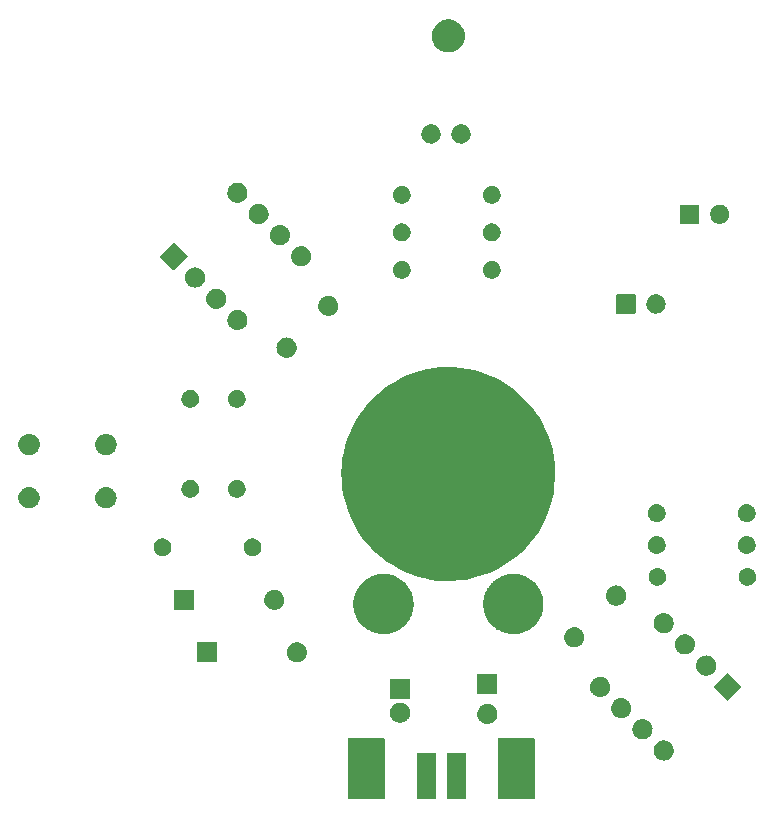
<source format=gbr>
G04 #@! TF.GenerationSoftware,KiCad,Pcbnew,5.99.0-unknown-d20d310~86~ubuntu18.04.1*
G04 #@! TF.CreationDate,2019-12-13T15:01:05+02:00*
G04 #@! TF.ProjectId,FOSDEM-MUSIC-BOX_RevA,464f5344-454d-42d4-9d55-5349432d424f,rev?*
G04 #@! TF.SameCoordinates,Original*
G04 #@! TF.FileFunction,Soldermask,Bot*
G04 #@! TF.FilePolarity,Negative*
%FSLAX46Y46*%
G04 Gerber Fmt 4.6, Leading zero omitted, Abs format (unit mm)*
G04 Created by KiCad (PCBNEW 5.99.0-unknown-d20d310~86~ubuntu18.04.1) date 2019-12-13 15:01:05*
%MOMM*%
%LPD*%
G04 APERTURE LIST*
G04 APERTURE END LIST*
G36*
X197269899Y-92371959D02*
G01*
X197286769Y-92383231D01*
X197298041Y-92400101D01*
X197304448Y-92432312D01*
X197304448Y-97487688D01*
X197301999Y-97500000D01*
X197298041Y-97519899D01*
X197286769Y-97536769D01*
X197269899Y-97548041D01*
X197250000Y-97551999D01*
X197237688Y-97554448D01*
X194262312Y-97554448D01*
X194230101Y-97548041D01*
X194213231Y-97536769D01*
X194201959Y-97519899D01*
X194195552Y-97487688D01*
X194195552Y-92432312D01*
X194201959Y-92400101D01*
X194213231Y-92383231D01*
X194230101Y-92371959D01*
X194262312Y-92365552D01*
X197237688Y-92365552D01*
X197269899Y-92371959D01*
G37*
G36*
X184569899Y-92371959D02*
G01*
X184586769Y-92383231D01*
X184598041Y-92400101D01*
X184604448Y-92432312D01*
X184604448Y-97487688D01*
X184601999Y-97500000D01*
X184598041Y-97519899D01*
X184586769Y-97536769D01*
X184569899Y-97548041D01*
X184550000Y-97551999D01*
X184537688Y-97554448D01*
X181562312Y-97554448D01*
X181530101Y-97548041D01*
X181513231Y-97536769D01*
X181501959Y-97519899D01*
X181495552Y-97487688D01*
X181495552Y-92432312D01*
X181501959Y-92400101D01*
X181513231Y-92383231D01*
X181530101Y-92371959D01*
X181562312Y-92365552D01*
X184537688Y-92365552D01*
X184569899Y-92371959D01*
G37*
G36*
X188911899Y-93641959D02*
G01*
X188928769Y-93653231D01*
X188940041Y-93670101D01*
X188946448Y-93702312D01*
X188946448Y-97487688D01*
X188943999Y-97500000D01*
X188940041Y-97519899D01*
X188928769Y-97536769D01*
X188911899Y-97548041D01*
X188892000Y-97551999D01*
X188879688Y-97554448D01*
X187380312Y-97554448D01*
X187348101Y-97548041D01*
X187331231Y-97536769D01*
X187319959Y-97519899D01*
X187313552Y-97487688D01*
X187313552Y-93702312D01*
X187319959Y-93670101D01*
X187331231Y-93653231D01*
X187348101Y-93641959D01*
X187380312Y-93635552D01*
X188879688Y-93635552D01*
X188911899Y-93641959D01*
G37*
G36*
X191451899Y-93641959D02*
G01*
X191468769Y-93653231D01*
X191480041Y-93670101D01*
X191486448Y-93702312D01*
X191486448Y-97487688D01*
X191483999Y-97500000D01*
X191480041Y-97519899D01*
X191468769Y-97536769D01*
X191451899Y-97548041D01*
X191432000Y-97551999D01*
X191419688Y-97554448D01*
X189920312Y-97554448D01*
X189888101Y-97548041D01*
X189871231Y-97536769D01*
X189859959Y-97519899D01*
X189853552Y-97487688D01*
X189853552Y-93702312D01*
X189859959Y-93670101D01*
X189871231Y-93653231D01*
X189888101Y-93641959D01*
X189920312Y-93635552D01*
X191419688Y-93635552D01*
X191451899Y-93641959D01*
G37*
G36*
X208228822Y-92546980D02*
G01*
X208270612Y-92544936D01*
X208314902Y-92551793D01*
X208365656Y-92554630D01*
X208406009Y-92565897D01*
X208441467Y-92571386D01*
X208489050Y-92589082D01*
X208543744Y-92604353D01*
X208575468Y-92621221D01*
X208603505Y-92631648D01*
X208651603Y-92661703D01*
X208706999Y-92691158D01*
X208729814Y-92710575D01*
X208750117Y-92723262D01*
X208795487Y-92766467D01*
X208847807Y-92810995D01*
X208862309Y-92830101D01*
X208875318Y-92842489D01*
X208914462Y-92898809D01*
X208959597Y-92958272D01*
X208967148Y-92974613D01*
X208973988Y-92984455D01*
X209003354Y-93052971D01*
X209037153Y-93126119D01*
X209039731Y-93137846D01*
X209042093Y-93143356D01*
X209058275Y-93222190D01*
X209076857Y-93306705D01*
X209076191Y-93497542D01*
X209057027Y-93581892D01*
X209040289Y-93660639D01*
X209037887Y-93666136D01*
X209035227Y-93677846D01*
X209000915Y-93750763D01*
X208971073Y-93819069D01*
X208964164Y-93828863D01*
X208956501Y-93845148D01*
X208910960Y-93904284D01*
X208871416Y-93960341D01*
X208858318Y-93972641D01*
X208843686Y-93991641D01*
X208791073Y-94035789D01*
X208745390Y-94078688D01*
X208724993Y-94091236D01*
X208702045Y-94110492D01*
X208646446Y-94139559D01*
X208598139Y-94169277D01*
X208570030Y-94179508D01*
X208538187Y-94196155D01*
X208483380Y-94211046D01*
X208435677Y-94228408D01*
X208400186Y-94233649D01*
X208359757Y-94244633D01*
X208308985Y-94247116D01*
X208264649Y-94253663D01*
X208222873Y-94251328D01*
X208175079Y-94253665D01*
X208130838Y-94246182D01*
X208092035Y-94244013D01*
X208045826Y-94231804D01*
X207992769Y-94222830D01*
X207956685Y-94208251D01*
X207924881Y-94199848D01*
X207876743Y-94175953D01*
X207821334Y-94153566D01*
X207794157Y-94134958D01*
X207770028Y-94122980D01*
X207722974Y-94086217D01*
X207668772Y-94049104D01*
X207650315Y-94029449D01*
X207633796Y-94016543D01*
X207591246Y-93966547D01*
X207542200Y-93914318D01*
X207531454Y-93896292D01*
X207521742Y-93884880D01*
X207487247Y-93822135D01*
X207447524Y-93755498D01*
X207442789Y-93741265D01*
X207438456Y-93733383D01*
X207415538Y-93659346D01*
X207389160Y-93580052D01*
X207388218Y-93571088D01*
X207387332Y-93568226D01*
X207379193Y-93485222D01*
X207369833Y-93396166D01*
X207379813Y-93307198D01*
X207388533Y-93224232D01*
X207389439Y-93221374D01*
X207390444Y-93212419D01*
X207417376Y-93133307D01*
X207440809Y-93059435D01*
X207445196Y-93051586D01*
X207450030Y-93037385D01*
X207490228Y-92971011D01*
X207525150Y-92908525D01*
X207534938Y-92897185D01*
X207545813Y-92879229D01*
X207595231Y-92827335D01*
X207638119Y-92777649D01*
X207654725Y-92764861D01*
X207673323Y-92745331D01*
X207727798Y-92708587D01*
X207775096Y-92672163D01*
X207799304Y-92660356D01*
X207826611Y-92641937D01*
X207882165Y-92619941D01*
X207930479Y-92596377D01*
X207962349Y-92588194D01*
X207998525Y-92573871D01*
X208051641Y-92565268D01*
X208097934Y-92553382D01*
X208136749Y-92551484D01*
X208181045Y-92544309D01*
X208228822Y-92546980D01*
G37*
G36*
X206432771Y-90750928D02*
G01*
X206474561Y-90748884D01*
X206518851Y-90755741D01*
X206569605Y-90758578D01*
X206609958Y-90769845D01*
X206645416Y-90775334D01*
X206692999Y-90793030D01*
X206747693Y-90808301D01*
X206779417Y-90825169D01*
X206807454Y-90835596D01*
X206855552Y-90865651D01*
X206910948Y-90895106D01*
X206933763Y-90914523D01*
X206954066Y-90927210D01*
X206999436Y-90970415D01*
X207051756Y-91014943D01*
X207066258Y-91034049D01*
X207079267Y-91046437D01*
X207118411Y-91102757D01*
X207163546Y-91162220D01*
X207171097Y-91178561D01*
X207177937Y-91188403D01*
X207207303Y-91256919D01*
X207241102Y-91330067D01*
X207243680Y-91341794D01*
X207246042Y-91347304D01*
X207262224Y-91426138D01*
X207280806Y-91510653D01*
X207280140Y-91701490D01*
X207260976Y-91785840D01*
X207244238Y-91864587D01*
X207241836Y-91870084D01*
X207239176Y-91881794D01*
X207204864Y-91954711D01*
X207175022Y-92023017D01*
X207168113Y-92032811D01*
X207160450Y-92049096D01*
X207114909Y-92108232D01*
X207075365Y-92164289D01*
X207062267Y-92176589D01*
X207047635Y-92195589D01*
X206995022Y-92239737D01*
X206949339Y-92282636D01*
X206928942Y-92295184D01*
X206905994Y-92314440D01*
X206850395Y-92343507D01*
X206802088Y-92373225D01*
X206773979Y-92383456D01*
X206742136Y-92400103D01*
X206687329Y-92414994D01*
X206639626Y-92432356D01*
X206604135Y-92437597D01*
X206563706Y-92448581D01*
X206512934Y-92451064D01*
X206468598Y-92457611D01*
X206426822Y-92455276D01*
X206379028Y-92457613D01*
X206334787Y-92450130D01*
X206295984Y-92447961D01*
X206249775Y-92435752D01*
X206196718Y-92426778D01*
X206160634Y-92412199D01*
X206128830Y-92403796D01*
X206080692Y-92379901D01*
X206025283Y-92357514D01*
X205998106Y-92338906D01*
X205973977Y-92326928D01*
X205926923Y-92290165D01*
X205872721Y-92253052D01*
X205854264Y-92233397D01*
X205837745Y-92220491D01*
X205795195Y-92170495D01*
X205746149Y-92118266D01*
X205735403Y-92100240D01*
X205725691Y-92088828D01*
X205691196Y-92026083D01*
X205651473Y-91959446D01*
X205646738Y-91945213D01*
X205642405Y-91937331D01*
X205619487Y-91863294D01*
X205593109Y-91784000D01*
X205592167Y-91775036D01*
X205591281Y-91772174D01*
X205583142Y-91689170D01*
X205573782Y-91600114D01*
X205583762Y-91511146D01*
X205592482Y-91428180D01*
X205593388Y-91425322D01*
X205594393Y-91416367D01*
X205621325Y-91337255D01*
X205644758Y-91263383D01*
X205649145Y-91255534D01*
X205653979Y-91241333D01*
X205694177Y-91174959D01*
X205729099Y-91112473D01*
X205738887Y-91101133D01*
X205749762Y-91083177D01*
X205799180Y-91031283D01*
X205842068Y-90981597D01*
X205858674Y-90968809D01*
X205877272Y-90949279D01*
X205931747Y-90912535D01*
X205979045Y-90876111D01*
X206003253Y-90864304D01*
X206030560Y-90845885D01*
X206086114Y-90823889D01*
X206134428Y-90800325D01*
X206166298Y-90792142D01*
X206202474Y-90777819D01*
X206255590Y-90769216D01*
X206301883Y-90757330D01*
X206340698Y-90755432D01*
X206384994Y-90748257D01*
X206432771Y-90750928D01*
G37*
G36*
X193302976Y-89447826D02*
G01*
X193344766Y-89445782D01*
X193389056Y-89452639D01*
X193439810Y-89455476D01*
X193480163Y-89466743D01*
X193515621Y-89472232D01*
X193563204Y-89489928D01*
X193617898Y-89505199D01*
X193649622Y-89522067D01*
X193677659Y-89532494D01*
X193725757Y-89562549D01*
X193781153Y-89592004D01*
X193803968Y-89611421D01*
X193824271Y-89624108D01*
X193869641Y-89667313D01*
X193921961Y-89711841D01*
X193936463Y-89730947D01*
X193949472Y-89743335D01*
X193988616Y-89799655D01*
X194033751Y-89859118D01*
X194041302Y-89875459D01*
X194048142Y-89885301D01*
X194077508Y-89953817D01*
X194111307Y-90026965D01*
X194113885Y-90038692D01*
X194116247Y-90044202D01*
X194132429Y-90123036D01*
X194151011Y-90207551D01*
X194150345Y-90398388D01*
X194131181Y-90482738D01*
X194114443Y-90561485D01*
X194112041Y-90566982D01*
X194109381Y-90578692D01*
X194075069Y-90651609D01*
X194045227Y-90719915D01*
X194038318Y-90729709D01*
X194030655Y-90745994D01*
X193985114Y-90805130D01*
X193945570Y-90861187D01*
X193932472Y-90873487D01*
X193917840Y-90892487D01*
X193865227Y-90936635D01*
X193819544Y-90979534D01*
X193799147Y-90992082D01*
X193776199Y-91011338D01*
X193720600Y-91040405D01*
X193672293Y-91070123D01*
X193644184Y-91080354D01*
X193612341Y-91097001D01*
X193557534Y-91111892D01*
X193509831Y-91129254D01*
X193474340Y-91134495D01*
X193433911Y-91145479D01*
X193383139Y-91147962D01*
X193338803Y-91154509D01*
X193297027Y-91152174D01*
X193249233Y-91154511D01*
X193204992Y-91147028D01*
X193166189Y-91144859D01*
X193119980Y-91132650D01*
X193066923Y-91123676D01*
X193030839Y-91109097D01*
X192999035Y-91100694D01*
X192950897Y-91076799D01*
X192895488Y-91054412D01*
X192868311Y-91035804D01*
X192844182Y-91023826D01*
X192797128Y-90987063D01*
X192742926Y-90949950D01*
X192724469Y-90930295D01*
X192707950Y-90917389D01*
X192665400Y-90867393D01*
X192616354Y-90815164D01*
X192605608Y-90797138D01*
X192595896Y-90785726D01*
X192561401Y-90722981D01*
X192521678Y-90656344D01*
X192516943Y-90642111D01*
X192512610Y-90634229D01*
X192489692Y-90560192D01*
X192463314Y-90480898D01*
X192462372Y-90471934D01*
X192461486Y-90469072D01*
X192453347Y-90386068D01*
X192443987Y-90297012D01*
X192453967Y-90208044D01*
X192462687Y-90125078D01*
X192463593Y-90122220D01*
X192464598Y-90113265D01*
X192491530Y-90034153D01*
X192514963Y-89960281D01*
X192519350Y-89952432D01*
X192524184Y-89938231D01*
X192564382Y-89871857D01*
X192599304Y-89809371D01*
X192609092Y-89798031D01*
X192619967Y-89780075D01*
X192669385Y-89728181D01*
X192712273Y-89678495D01*
X192728879Y-89665707D01*
X192747477Y-89646177D01*
X192801952Y-89609433D01*
X192849250Y-89573009D01*
X192873458Y-89561202D01*
X192900765Y-89542783D01*
X192956319Y-89520787D01*
X193004633Y-89497223D01*
X193036503Y-89489040D01*
X193072679Y-89474717D01*
X193125795Y-89466114D01*
X193172088Y-89454228D01*
X193210903Y-89452330D01*
X193255199Y-89445155D01*
X193302976Y-89447826D01*
G37*
G36*
X185902976Y-89347826D02*
G01*
X185944766Y-89345782D01*
X185989056Y-89352639D01*
X186039810Y-89355476D01*
X186080163Y-89366743D01*
X186115621Y-89372232D01*
X186163204Y-89389928D01*
X186217898Y-89405199D01*
X186249622Y-89422067D01*
X186277659Y-89432494D01*
X186325757Y-89462549D01*
X186381153Y-89492004D01*
X186403968Y-89511421D01*
X186424271Y-89524108D01*
X186469641Y-89567313D01*
X186521961Y-89611841D01*
X186536463Y-89630947D01*
X186549472Y-89643335D01*
X186588616Y-89699655D01*
X186633751Y-89759118D01*
X186641302Y-89775459D01*
X186648142Y-89785301D01*
X186677508Y-89853817D01*
X186711307Y-89926965D01*
X186713885Y-89938692D01*
X186716247Y-89944202D01*
X186732429Y-90023036D01*
X186751011Y-90107551D01*
X186750345Y-90298388D01*
X186731181Y-90382738D01*
X186714443Y-90461485D01*
X186712041Y-90466982D01*
X186709381Y-90478692D01*
X186675069Y-90551609D01*
X186645227Y-90619915D01*
X186638318Y-90629709D01*
X186630655Y-90645994D01*
X186585114Y-90705130D01*
X186545570Y-90761187D01*
X186532472Y-90773487D01*
X186517840Y-90792487D01*
X186465227Y-90836635D01*
X186419544Y-90879534D01*
X186399147Y-90892082D01*
X186376199Y-90911338D01*
X186320600Y-90940405D01*
X186272293Y-90970123D01*
X186244184Y-90980354D01*
X186212341Y-90997001D01*
X186157534Y-91011892D01*
X186109831Y-91029254D01*
X186074340Y-91034495D01*
X186033911Y-91045479D01*
X185983139Y-91047962D01*
X185938803Y-91054509D01*
X185897027Y-91052174D01*
X185849233Y-91054511D01*
X185804992Y-91047028D01*
X185766189Y-91044859D01*
X185719980Y-91032650D01*
X185666923Y-91023676D01*
X185630839Y-91009097D01*
X185599035Y-91000694D01*
X185550897Y-90976799D01*
X185495488Y-90954412D01*
X185468311Y-90935804D01*
X185444182Y-90923826D01*
X185397128Y-90887063D01*
X185342926Y-90849950D01*
X185324469Y-90830295D01*
X185307950Y-90817389D01*
X185265400Y-90767393D01*
X185216354Y-90715164D01*
X185205608Y-90697138D01*
X185195896Y-90685726D01*
X185161401Y-90622981D01*
X185121678Y-90556344D01*
X185116943Y-90542111D01*
X185112610Y-90534229D01*
X185089692Y-90460192D01*
X185063314Y-90380898D01*
X185062372Y-90371934D01*
X185061486Y-90369072D01*
X185053347Y-90286068D01*
X185043987Y-90197012D01*
X185053967Y-90108044D01*
X185062687Y-90025078D01*
X185063593Y-90022220D01*
X185064598Y-90013265D01*
X185091530Y-89934153D01*
X185114963Y-89860281D01*
X185119350Y-89852432D01*
X185124184Y-89838231D01*
X185164382Y-89771857D01*
X185199304Y-89709371D01*
X185209092Y-89698031D01*
X185219967Y-89680075D01*
X185269385Y-89628181D01*
X185312273Y-89578495D01*
X185328879Y-89565707D01*
X185347477Y-89546177D01*
X185401952Y-89509433D01*
X185449250Y-89473009D01*
X185473458Y-89461202D01*
X185500765Y-89442783D01*
X185556319Y-89420787D01*
X185604633Y-89397223D01*
X185636503Y-89389040D01*
X185672679Y-89374717D01*
X185725795Y-89366114D01*
X185772088Y-89354228D01*
X185810903Y-89352330D01*
X185855199Y-89345155D01*
X185902976Y-89347826D01*
G37*
G36*
X204636720Y-88954877D02*
G01*
X204678510Y-88952833D01*
X204722800Y-88959690D01*
X204773554Y-88962527D01*
X204813907Y-88973794D01*
X204849365Y-88979283D01*
X204896948Y-88996979D01*
X204951642Y-89012250D01*
X204983366Y-89029118D01*
X205011403Y-89039545D01*
X205059501Y-89069600D01*
X205114897Y-89099055D01*
X205137712Y-89118472D01*
X205158015Y-89131159D01*
X205203385Y-89174364D01*
X205255705Y-89218892D01*
X205270207Y-89237998D01*
X205283216Y-89250386D01*
X205322360Y-89306706D01*
X205367495Y-89366169D01*
X205375046Y-89382510D01*
X205381886Y-89392352D01*
X205411252Y-89460868D01*
X205445051Y-89534016D01*
X205447629Y-89545743D01*
X205449991Y-89551253D01*
X205466173Y-89630087D01*
X205484755Y-89714602D01*
X205484089Y-89905439D01*
X205464925Y-89989789D01*
X205448187Y-90068536D01*
X205445785Y-90074033D01*
X205443125Y-90085743D01*
X205408813Y-90158660D01*
X205378971Y-90226966D01*
X205372062Y-90236760D01*
X205364399Y-90253045D01*
X205318858Y-90312181D01*
X205279314Y-90368238D01*
X205266216Y-90380538D01*
X205251584Y-90399538D01*
X205198971Y-90443686D01*
X205153288Y-90486585D01*
X205132891Y-90499133D01*
X205109943Y-90518389D01*
X205054344Y-90547456D01*
X205006037Y-90577174D01*
X204977928Y-90587405D01*
X204946085Y-90604052D01*
X204891278Y-90618943D01*
X204843575Y-90636305D01*
X204808084Y-90641546D01*
X204767655Y-90652530D01*
X204716883Y-90655013D01*
X204672547Y-90661560D01*
X204630771Y-90659225D01*
X204582977Y-90661562D01*
X204538736Y-90654079D01*
X204499933Y-90651910D01*
X204453724Y-90639701D01*
X204400667Y-90630727D01*
X204364583Y-90616148D01*
X204332779Y-90607745D01*
X204284641Y-90583850D01*
X204229232Y-90561463D01*
X204202055Y-90542855D01*
X204177926Y-90530877D01*
X204130872Y-90494114D01*
X204076670Y-90457001D01*
X204058213Y-90437346D01*
X204041694Y-90424440D01*
X203999144Y-90374444D01*
X203950098Y-90322215D01*
X203939352Y-90304189D01*
X203929640Y-90292777D01*
X203895145Y-90230032D01*
X203855422Y-90163395D01*
X203850687Y-90149162D01*
X203846354Y-90141280D01*
X203823436Y-90067243D01*
X203797058Y-89987949D01*
X203796116Y-89978985D01*
X203795230Y-89976123D01*
X203787091Y-89893119D01*
X203777731Y-89804063D01*
X203787711Y-89715095D01*
X203796431Y-89632129D01*
X203797337Y-89629271D01*
X203798342Y-89620316D01*
X203825274Y-89541204D01*
X203848707Y-89467332D01*
X203853094Y-89459483D01*
X203857928Y-89445282D01*
X203898126Y-89378908D01*
X203933048Y-89316422D01*
X203942836Y-89305082D01*
X203953711Y-89287126D01*
X204003129Y-89235232D01*
X204046017Y-89185546D01*
X204062623Y-89172758D01*
X204081221Y-89153228D01*
X204135696Y-89116484D01*
X204182994Y-89080060D01*
X204207202Y-89068253D01*
X204234509Y-89049834D01*
X204290063Y-89027838D01*
X204338377Y-89004274D01*
X204370247Y-88996091D01*
X204406423Y-88981768D01*
X204459539Y-88973165D01*
X204505832Y-88961279D01*
X204544647Y-88959381D01*
X204588943Y-88952206D01*
X204636720Y-88954877D01*
G37*
G36*
X213633899Y-86831588D02*
G01*
X213661203Y-86849832D01*
X214775168Y-87963797D01*
X214793412Y-87991101D01*
X214797370Y-88011000D01*
X214793412Y-88030899D01*
X214775168Y-88058203D01*
X213661203Y-89172168D01*
X213650770Y-89179139D01*
X213650769Y-89179140D01*
X213633899Y-89190412D01*
X213614000Y-89194370D01*
X213594101Y-89190412D01*
X213577231Y-89179140D01*
X213577230Y-89179139D01*
X213566797Y-89172168D01*
X212452832Y-88058203D01*
X212434588Y-88030899D01*
X212430630Y-88011000D01*
X212434588Y-87991101D01*
X212452832Y-87963797D01*
X213566797Y-86849832D01*
X213594101Y-86831588D01*
X213614000Y-86827630D01*
X213633899Y-86831588D01*
G37*
G36*
X186719899Y-87351959D02*
G01*
X186736769Y-87363231D01*
X186748041Y-87380101D01*
X186754448Y-87412312D01*
X186754448Y-88987688D01*
X186751999Y-89000000D01*
X186748041Y-89019899D01*
X186736769Y-89036769D01*
X186719899Y-89048041D01*
X186700000Y-89051999D01*
X186687688Y-89054448D01*
X185112312Y-89054448D01*
X185080101Y-89048041D01*
X185063231Y-89036769D01*
X185051959Y-89019899D01*
X185045552Y-88987688D01*
X185045552Y-87412312D01*
X185051959Y-87380101D01*
X185063231Y-87363231D01*
X185080101Y-87351959D01*
X185112312Y-87345552D01*
X186687688Y-87345552D01*
X186719899Y-87351959D01*
G37*
G36*
X202840669Y-87158826D02*
G01*
X202882459Y-87156782D01*
X202926749Y-87163639D01*
X202977503Y-87166476D01*
X203017856Y-87177743D01*
X203053314Y-87183232D01*
X203100897Y-87200928D01*
X203155591Y-87216199D01*
X203187315Y-87233067D01*
X203215352Y-87243494D01*
X203263450Y-87273549D01*
X203318846Y-87303004D01*
X203341661Y-87322421D01*
X203361964Y-87335108D01*
X203407334Y-87378313D01*
X203459654Y-87422841D01*
X203474156Y-87441947D01*
X203487165Y-87454335D01*
X203526309Y-87510655D01*
X203571444Y-87570118D01*
X203578995Y-87586459D01*
X203585835Y-87596301D01*
X203615201Y-87664817D01*
X203649000Y-87737965D01*
X203651578Y-87749692D01*
X203653940Y-87755202D01*
X203670122Y-87834036D01*
X203688704Y-87918551D01*
X203688038Y-88109388D01*
X203668874Y-88193738D01*
X203652136Y-88272485D01*
X203649734Y-88277982D01*
X203647074Y-88289692D01*
X203612762Y-88362609D01*
X203582920Y-88430915D01*
X203576011Y-88440709D01*
X203568348Y-88456994D01*
X203522807Y-88516130D01*
X203483263Y-88572187D01*
X203470165Y-88584487D01*
X203455533Y-88603487D01*
X203402920Y-88647635D01*
X203357237Y-88690534D01*
X203336840Y-88703082D01*
X203313892Y-88722338D01*
X203258293Y-88751405D01*
X203209986Y-88781123D01*
X203181877Y-88791354D01*
X203150034Y-88808001D01*
X203095227Y-88822892D01*
X203047524Y-88840254D01*
X203012033Y-88845495D01*
X202971604Y-88856479D01*
X202920832Y-88858962D01*
X202876496Y-88865509D01*
X202834720Y-88863174D01*
X202786926Y-88865511D01*
X202742685Y-88858028D01*
X202703882Y-88855859D01*
X202657673Y-88843650D01*
X202604616Y-88834676D01*
X202568532Y-88820097D01*
X202536728Y-88811694D01*
X202488590Y-88787799D01*
X202433181Y-88765412D01*
X202406004Y-88746804D01*
X202381875Y-88734826D01*
X202334821Y-88698063D01*
X202280619Y-88660950D01*
X202262162Y-88641295D01*
X202245643Y-88628389D01*
X202203093Y-88578393D01*
X202154047Y-88526164D01*
X202143301Y-88508138D01*
X202133589Y-88496726D01*
X202099094Y-88433981D01*
X202059371Y-88367344D01*
X202054636Y-88353111D01*
X202050303Y-88345229D01*
X202027385Y-88271192D01*
X202001007Y-88191898D01*
X202000065Y-88182934D01*
X201999179Y-88180072D01*
X201991040Y-88097068D01*
X201981680Y-88008012D01*
X201991660Y-87919044D01*
X202000380Y-87836078D01*
X202001286Y-87833220D01*
X202002291Y-87824265D01*
X202029223Y-87745153D01*
X202052656Y-87671281D01*
X202057043Y-87663432D01*
X202061877Y-87649231D01*
X202102075Y-87582857D01*
X202136997Y-87520371D01*
X202146785Y-87509031D01*
X202157660Y-87491075D01*
X202207078Y-87439181D01*
X202249966Y-87389495D01*
X202266572Y-87376707D01*
X202285170Y-87357177D01*
X202339645Y-87320433D01*
X202386943Y-87284009D01*
X202411151Y-87272202D01*
X202438458Y-87253783D01*
X202494012Y-87231787D01*
X202542326Y-87208223D01*
X202574196Y-87200040D01*
X202610372Y-87185717D01*
X202663488Y-87177114D01*
X202709781Y-87165228D01*
X202748596Y-87163330D01*
X202792892Y-87156155D01*
X202840669Y-87158826D01*
G37*
G36*
X194119899Y-86951959D02*
G01*
X194136769Y-86963231D01*
X194148041Y-86980101D01*
X194154448Y-87012312D01*
X194154448Y-88587688D01*
X194151999Y-88600000D01*
X194148041Y-88619899D01*
X194136769Y-88636769D01*
X194119899Y-88648041D01*
X194100000Y-88651999D01*
X194087688Y-88654448D01*
X192512312Y-88654448D01*
X192480101Y-88648041D01*
X192463231Y-88636769D01*
X192451959Y-88619899D01*
X192445552Y-88587688D01*
X192445552Y-87012312D01*
X192451959Y-86980101D01*
X192463231Y-86963231D01*
X192480101Y-86951959D01*
X192512312Y-86945552D01*
X194087688Y-86945552D01*
X194119899Y-86951959D01*
G37*
G36*
X211820925Y-85362775D02*
G01*
X211862715Y-85360731D01*
X211907005Y-85367588D01*
X211957759Y-85370425D01*
X211998112Y-85381692D01*
X212033570Y-85387181D01*
X212081153Y-85404877D01*
X212135847Y-85420148D01*
X212167571Y-85437016D01*
X212195608Y-85447443D01*
X212243706Y-85477498D01*
X212299102Y-85506953D01*
X212321917Y-85526370D01*
X212342220Y-85539057D01*
X212387590Y-85582262D01*
X212439910Y-85626790D01*
X212454412Y-85645896D01*
X212467421Y-85658284D01*
X212506565Y-85714604D01*
X212551700Y-85774067D01*
X212559251Y-85790408D01*
X212566091Y-85800250D01*
X212595457Y-85868766D01*
X212629256Y-85941914D01*
X212631834Y-85953641D01*
X212634196Y-85959151D01*
X212650378Y-86037985D01*
X212668960Y-86122500D01*
X212668294Y-86313337D01*
X212649130Y-86397687D01*
X212632392Y-86476434D01*
X212629990Y-86481931D01*
X212627330Y-86493641D01*
X212593018Y-86566558D01*
X212563176Y-86634864D01*
X212556267Y-86644658D01*
X212548604Y-86660943D01*
X212503063Y-86720079D01*
X212463519Y-86776136D01*
X212450421Y-86788436D01*
X212435789Y-86807436D01*
X212383176Y-86851584D01*
X212337493Y-86894483D01*
X212317096Y-86907031D01*
X212294148Y-86926287D01*
X212238549Y-86955354D01*
X212190242Y-86985072D01*
X212162133Y-86995303D01*
X212130290Y-87011950D01*
X212075483Y-87026841D01*
X212027780Y-87044203D01*
X211992289Y-87049444D01*
X211951860Y-87060428D01*
X211901088Y-87062911D01*
X211856752Y-87069458D01*
X211814976Y-87067123D01*
X211767182Y-87069460D01*
X211722941Y-87061977D01*
X211684138Y-87059808D01*
X211637929Y-87047599D01*
X211584872Y-87038625D01*
X211548788Y-87024046D01*
X211516984Y-87015643D01*
X211468846Y-86991748D01*
X211413437Y-86969361D01*
X211386260Y-86950753D01*
X211362131Y-86938775D01*
X211315077Y-86902012D01*
X211260875Y-86864899D01*
X211242418Y-86845244D01*
X211225899Y-86832338D01*
X211183349Y-86782342D01*
X211134303Y-86730113D01*
X211123557Y-86712087D01*
X211113845Y-86700675D01*
X211079350Y-86637930D01*
X211039627Y-86571293D01*
X211034892Y-86557060D01*
X211030559Y-86549178D01*
X211007641Y-86475141D01*
X210981263Y-86395847D01*
X210980321Y-86386883D01*
X210979435Y-86384021D01*
X210971296Y-86301017D01*
X210961936Y-86211961D01*
X210971916Y-86122993D01*
X210980636Y-86040027D01*
X210981542Y-86037169D01*
X210982547Y-86028214D01*
X211009479Y-85949102D01*
X211032912Y-85875230D01*
X211037299Y-85867381D01*
X211042133Y-85853180D01*
X211082331Y-85786806D01*
X211117253Y-85724320D01*
X211127041Y-85712980D01*
X211137916Y-85695024D01*
X211187334Y-85643130D01*
X211230222Y-85593444D01*
X211246828Y-85580656D01*
X211265426Y-85561126D01*
X211319901Y-85524382D01*
X211367199Y-85487958D01*
X211391407Y-85476151D01*
X211418714Y-85457732D01*
X211474268Y-85435736D01*
X211522582Y-85412172D01*
X211554452Y-85403989D01*
X211590628Y-85389666D01*
X211643744Y-85381063D01*
X211690037Y-85369177D01*
X211728852Y-85367279D01*
X211773148Y-85360104D01*
X211820925Y-85362775D01*
G37*
G36*
X177167976Y-84237826D02*
G01*
X177209766Y-84235782D01*
X177254056Y-84242639D01*
X177304810Y-84245476D01*
X177345163Y-84256743D01*
X177380621Y-84262232D01*
X177428204Y-84279928D01*
X177482898Y-84295199D01*
X177514622Y-84312067D01*
X177542659Y-84322494D01*
X177590757Y-84352549D01*
X177646153Y-84382004D01*
X177668968Y-84401421D01*
X177689271Y-84414108D01*
X177734641Y-84457313D01*
X177786961Y-84501841D01*
X177801463Y-84520947D01*
X177814472Y-84533335D01*
X177853616Y-84589655D01*
X177898751Y-84649118D01*
X177906302Y-84665459D01*
X177913142Y-84675301D01*
X177942508Y-84743817D01*
X177976307Y-84816965D01*
X177978885Y-84828692D01*
X177981247Y-84834202D01*
X177997429Y-84913036D01*
X178016011Y-84997551D01*
X178015345Y-85188388D01*
X177996181Y-85272738D01*
X177979443Y-85351485D01*
X177977041Y-85356982D01*
X177974381Y-85368692D01*
X177940069Y-85441609D01*
X177910227Y-85509915D01*
X177903318Y-85519709D01*
X177895655Y-85535994D01*
X177850114Y-85595130D01*
X177810570Y-85651187D01*
X177797472Y-85663487D01*
X177782840Y-85682487D01*
X177730227Y-85726635D01*
X177684544Y-85769534D01*
X177664147Y-85782082D01*
X177641199Y-85801338D01*
X177585600Y-85830405D01*
X177537293Y-85860123D01*
X177509184Y-85870354D01*
X177477341Y-85887001D01*
X177422534Y-85901892D01*
X177374831Y-85919254D01*
X177339340Y-85924495D01*
X177298911Y-85935479D01*
X177248139Y-85937962D01*
X177203803Y-85944509D01*
X177162027Y-85942174D01*
X177114233Y-85944511D01*
X177069992Y-85937028D01*
X177031189Y-85934859D01*
X176984980Y-85922650D01*
X176931923Y-85913676D01*
X176895839Y-85899097D01*
X176864035Y-85890694D01*
X176815897Y-85866799D01*
X176760488Y-85844412D01*
X176733311Y-85825804D01*
X176709182Y-85813826D01*
X176662128Y-85777063D01*
X176607926Y-85739950D01*
X176589469Y-85720295D01*
X176572950Y-85707389D01*
X176530400Y-85657393D01*
X176481354Y-85605164D01*
X176470608Y-85587138D01*
X176460896Y-85575726D01*
X176426401Y-85512981D01*
X176386678Y-85446344D01*
X176381943Y-85432111D01*
X176377610Y-85424229D01*
X176354692Y-85350192D01*
X176328314Y-85270898D01*
X176327372Y-85261934D01*
X176326486Y-85259072D01*
X176318347Y-85176068D01*
X176308987Y-85087012D01*
X176318967Y-84998044D01*
X176327687Y-84915078D01*
X176328593Y-84912220D01*
X176329598Y-84903265D01*
X176356530Y-84824153D01*
X176379963Y-84750281D01*
X176384350Y-84742432D01*
X176389184Y-84728231D01*
X176429382Y-84661857D01*
X176464304Y-84599371D01*
X176474092Y-84588031D01*
X176484967Y-84570075D01*
X176534385Y-84518181D01*
X176577273Y-84468495D01*
X176593879Y-84455707D01*
X176612477Y-84436177D01*
X176666952Y-84399433D01*
X176714250Y-84363009D01*
X176738458Y-84351202D01*
X176765765Y-84332783D01*
X176821319Y-84310787D01*
X176869633Y-84287223D01*
X176901503Y-84279040D01*
X176937679Y-84264717D01*
X176990795Y-84256114D01*
X177037088Y-84244228D01*
X177075903Y-84242330D01*
X177120199Y-84235155D01*
X177167976Y-84237826D01*
G37*
G36*
X170364899Y-84241959D02*
G01*
X170381769Y-84253231D01*
X170393041Y-84270101D01*
X170399448Y-84302312D01*
X170399448Y-85877688D01*
X170393041Y-85909899D01*
X170381769Y-85926769D01*
X170364899Y-85938041D01*
X170345428Y-85941914D01*
X170345000Y-85941999D01*
X170332688Y-85944448D01*
X168757312Y-85944448D01*
X168725101Y-85938041D01*
X168708231Y-85926769D01*
X168696959Y-85909899D01*
X168690552Y-85877688D01*
X168690552Y-84302312D01*
X168696959Y-84270101D01*
X168708231Y-84253231D01*
X168725101Y-84241959D01*
X168757312Y-84235552D01*
X170332688Y-84235552D01*
X170364899Y-84241959D01*
G37*
G36*
X210024874Y-83566724D02*
G01*
X210066664Y-83564680D01*
X210110954Y-83571537D01*
X210161708Y-83574374D01*
X210202061Y-83585641D01*
X210237519Y-83591130D01*
X210285102Y-83608826D01*
X210339796Y-83624097D01*
X210371520Y-83640965D01*
X210399557Y-83651392D01*
X210447655Y-83681447D01*
X210503051Y-83710902D01*
X210525866Y-83730319D01*
X210546169Y-83743006D01*
X210591539Y-83786211D01*
X210643859Y-83830739D01*
X210658361Y-83849845D01*
X210671370Y-83862233D01*
X210710514Y-83918553D01*
X210755649Y-83978016D01*
X210763200Y-83994357D01*
X210770040Y-84004199D01*
X210799406Y-84072715D01*
X210833205Y-84145863D01*
X210835783Y-84157590D01*
X210838145Y-84163100D01*
X210854327Y-84241934D01*
X210872909Y-84326449D01*
X210872243Y-84517286D01*
X210853079Y-84601636D01*
X210836341Y-84680383D01*
X210833939Y-84685880D01*
X210831279Y-84697590D01*
X210796967Y-84770507D01*
X210767125Y-84838813D01*
X210760216Y-84848607D01*
X210752553Y-84864892D01*
X210707012Y-84924028D01*
X210667468Y-84980085D01*
X210654370Y-84992385D01*
X210639738Y-85011385D01*
X210587125Y-85055533D01*
X210541442Y-85098432D01*
X210521045Y-85110980D01*
X210498097Y-85130236D01*
X210442498Y-85159303D01*
X210394191Y-85189021D01*
X210366082Y-85199252D01*
X210334239Y-85215899D01*
X210279432Y-85230790D01*
X210231729Y-85248152D01*
X210196238Y-85253393D01*
X210155809Y-85264377D01*
X210105037Y-85266860D01*
X210060701Y-85273407D01*
X210018925Y-85271072D01*
X209971131Y-85273409D01*
X209926890Y-85265926D01*
X209888087Y-85263757D01*
X209841878Y-85251548D01*
X209788821Y-85242574D01*
X209752737Y-85227995D01*
X209720933Y-85219592D01*
X209672795Y-85195697D01*
X209617386Y-85173310D01*
X209590209Y-85154702D01*
X209566080Y-85142724D01*
X209519026Y-85105961D01*
X209464824Y-85068848D01*
X209446367Y-85049193D01*
X209429848Y-85036287D01*
X209387298Y-84986291D01*
X209338252Y-84934062D01*
X209327506Y-84916036D01*
X209317794Y-84904624D01*
X209283299Y-84841879D01*
X209243576Y-84775242D01*
X209238841Y-84761009D01*
X209234508Y-84753127D01*
X209211590Y-84679090D01*
X209185212Y-84599796D01*
X209184270Y-84590832D01*
X209183384Y-84587970D01*
X209175245Y-84504966D01*
X209165885Y-84415910D01*
X209175865Y-84326942D01*
X209184585Y-84243976D01*
X209185491Y-84241118D01*
X209186496Y-84232163D01*
X209213428Y-84153051D01*
X209236861Y-84079179D01*
X209241248Y-84071330D01*
X209246082Y-84057129D01*
X209286280Y-83990755D01*
X209321202Y-83928269D01*
X209330990Y-83916929D01*
X209341865Y-83898973D01*
X209391283Y-83847079D01*
X209434171Y-83797393D01*
X209450777Y-83784605D01*
X209469375Y-83765075D01*
X209523850Y-83728331D01*
X209571148Y-83691907D01*
X209595356Y-83680100D01*
X209622663Y-83661681D01*
X209678217Y-83639685D01*
X209726531Y-83616121D01*
X209758401Y-83607938D01*
X209794577Y-83593615D01*
X209847693Y-83585012D01*
X209893986Y-83573126D01*
X209932801Y-83571228D01*
X209977097Y-83564053D01*
X210024874Y-83566724D01*
G37*
G36*
X200662976Y-82967826D02*
G01*
X200704766Y-82965782D01*
X200749056Y-82972639D01*
X200799810Y-82975476D01*
X200840163Y-82986743D01*
X200875621Y-82992232D01*
X200923204Y-83009928D01*
X200977898Y-83025199D01*
X201009622Y-83042067D01*
X201037659Y-83052494D01*
X201085757Y-83082549D01*
X201141153Y-83112004D01*
X201163968Y-83131421D01*
X201184271Y-83144108D01*
X201229641Y-83187313D01*
X201281961Y-83231841D01*
X201296463Y-83250947D01*
X201309472Y-83263335D01*
X201348616Y-83319655D01*
X201393751Y-83379118D01*
X201401302Y-83395459D01*
X201408142Y-83405301D01*
X201437508Y-83473817D01*
X201471307Y-83546965D01*
X201473885Y-83558692D01*
X201476247Y-83564202D01*
X201492429Y-83643036D01*
X201511011Y-83727551D01*
X201510345Y-83918388D01*
X201491181Y-84002738D01*
X201474443Y-84081485D01*
X201472041Y-84086982D01*
X201469381Y-84098692D01*
X201435069Y-84171609D01*
X201405227Y-84239915D01*
X201398318Y-84249709D01*
X201390655Y-84265994D01*
X201345114Y-84325130D01*
X201305570Y-84381187D01*
X201292472Y-84393487D01*
X201277840Y-84412487D01*
X201225227Y-84456635D01*
X201179544Y-84499534D01*
X201159147Y-84512082D01*
X201136199Y-84531338D01*
X201080600Y-84560405D01*
X201032293Y-84590123D01*
X201004184Y-84600354D01*
X200972341Y-84617001D01*
X200917534Y-84631892D01*
X200869831Y-84649254D01*
X200834340Y-84654495D01*
X200793911Y-84665479D01*
X200743139Y-84667962D01*
X200698803Y-84674509D01*
X200657027Y-84672174D01*
X200609233Y-84674511D01*
X200564992Y-84667028D01*
X200526189Y-84664859D01*
X200479980Y-84652650D01*
X200426923Y-84643676D01*
X200390839Y-84629097D01*
X200359035Y-84620694D01*
X200310897Y-84596799D01*
X200255488Y-84574412D01*
X200228311Y-84555804D01*
X200204182Y-84543826D01*
X200157128Y-84507063D01*
X200102926Y-84469950D01*
X200084469Y-84450295D01*
X200067950Y-84437389D01*
X200025400Y-84387393D01*
X199976354Y-84335164D01*
X199965608Y-84317138D01*
X199955896Y-84305726D01*
X199921401Y-84242981D01*
X199881678Y-84176344D01*
X199876943Y-84162111D01*
X199872610Y-84154229D01*
X199849692Y-84080192D01*
X199823314Y-84000898D01*
X199822372Y-83991934D01*
X199821486Y-83989072D01*
X199813347Y-83906068D01*
X199803987Y-83817012D01*
X199813967Y-83728044D01*
X199822687Y-83645078D01*
X199823593Y-83642220D01*
X199824598Y-83633265D01*
X199851530Y-83554153D01*
X199874963Y-83480281D01*
X199879350Y-83472432D01*
X199884184Y-83458231D01*
X199924382Y-83391857D01*
X199959304Y-83329371D01*
X199969092Y-83318031D01*
X199979967Y-83300075D01*
X200029385Y-83248181D01*
X200072273Y-83198495D01*
X200088879Y-83185707D01*
X200107477Y-83166177D01*
X200161952Y-83129433D01*
X200209250Y-83093009D01*
X200233458Y-83081202D01*
X200260765Y-83062783D01*
X200316319Y-83040787D01*
X200364633Y-83017223D01*
X200396503Y-83009040D01*
X200432679Y-82994717D01*
X200485795Y-82986114D01*
X200532088Y-82974228D01*
X200570903Y-82972330D01*
X200615199Y-82965155D01*
X200662976Y-82967826D01*
G37*
G36*
X184556864Y-78447535D02*
G01*
X184611487Y-78446581D01*
X184715543Y-78457518D01*
X184820357Y-78464112D01*
X184871983Y-78473960D01*
X184921836Y-78479200D01*
X185028308Y-78503781D01*
X185135662Y-78524260D01*
X185181442Y-78539135D01*
X185225897Y-78549398D01*
X185332958Y-78588365D01*
X185440942Y-78623451D01*
X185480504Y-78642067D01*
X185519146Y-78656132D01*
X185624869Y-78710001D01*
X185731383Y-78760122D01*
X185764555Y-78781174D01*
X185797194Y-78797804D01*
X185899555Y-78866848D01*
X186002404Y-78932118D01*
X186029261Y-78954336D01*
X186055901Y-78972305D01*
X186152757Y-79056500D01*
X186249732Y-79136725D01*
X186270562Y-79158907D01*
X186291422Y-79177040D01*
X186380665Y-79276155D01*
X186469465Y-79370717D01*
X186484741Y-79391743D01*
X186500229Y-79408944D01*
X186579764Y-79522531D01*
X186658138Y-79630404D01*
X186668516Y-79649281D01*
X186679222Y-79664571D01*
X186746989Y-79792023D01*
X186812777Y-79911690D01*
X186819075Y-79927598D01*
X186825725Y-79940104D01*
X186879764Y-80080879D01*
X186930941Y-80210139D01*
X186934091Y-80222406D01*
X186937560Y-80231444D01*
X186976111Y-80386066D01*
X187010768Y-80521045D01*
X187011798Y-80529199D01*
X187013054Y-80534236D01*
X187034511Y-80708992D01*
X187050999Y-80839505D01*
X187050999Y-81160495D01*
X187040345Y-81244834D01*
X187039137Y-81290948D01*
X187022851Y-81383311D01*
X187010768Y-81478955D01*
X186995501Y-81538415D01*
X186985232Y-81596654D01*
X186955992Y-81692294D01*
X186930941Y-81789861D01*
X186909966Y-81842837D01*
X186893995Y-81895077D01*
X186851441Y-81990656D01*
X186812777Y-82088310D01*
X186787458Y-82134365D01*
X186767068Y-82180162D01*
X186710781Y-82273839D01*
X186658138Y-82369596D01*
X186629849Y-82408533D01*
X186606343Y-82447653D01*
X186536181Y-82537456D01*
X186469465Y-82629283D01*
X186439542Y-82661148D01*
X186414225Y-82693552D01*
X186330327Y-82777450D01*
X186249732Y-82863275D01*
X186219454Y-82888323D01*
X186193552Y-82914225D01*
X186096253Y-82990244D01*
X186002404Y-83067882D01*
X185972981Y-83086554D01*
X185947653Y-83106343D01*
X185837621Y-83172457D01*
X185731383Y-83239878D01*
X185703856Y-83252831D01*
X185680162Y-83267068D01*
X185558322Y-83321314D01*
X185440942Y-83376549D01*
X185416220Y-83384582D01*
X185395077Y-83393995D01*
X185262511Y-83434524D01*
X185135662Y-83475740D01*
X185114492Y-83479778D01*
X185096654Y-83485232D01*
X184954551Y-83510289D01*
X184820357Y-83535888D01*
X184803281Y-83536962D01*
X184789332Y-83539422D01*
X184638751Y-83547314D01*
X184500000Y-83556043D01*
X184487359Y-83555248D01*
X184477698Y-83555754D01*
X184318827Y-83544645D01*
X184179643Y-83535888D01*
X184171565Y-83534347D01*
X184166387Y-83533985D01*
X183993581Y-83500394D01*
X183864338Y-83475740D01*
X183860753Y-83474575D01*
X183860068Y-83474442D01*
X183563274Y-83378008D01*
X183562644Y-83377714D01*
X183559058Y-83376549D01*
X183439856Y-83320457D01*
X183280454Y-83246126D01*
X183276061Y-83243381D01*
X183268617Y-83239878D01*
X183150860Y-83165147D01*
X183015808Y-83080757D01*
X183008288Y-83074667D01*
X182997596Y-83067882D01*
X182890514Y-82979297D01*
X182773298Y-82884377D01*
X182763455Y-82874184D01*
X182750268Y-82863275D01*
X182656744Y-82763682D01*
X182556514Y-82659891D01*
X182545287Y-82644992D01*
X182530535Y-82629283D01*
X182452157Y-82521405D01*
X182368711Y-82410668D01*
X182357134Y-82390617D01*
X182341862Y-82369596D01*
X182279377Y-82255937D01*
X182212680Y-82140414D01*
X182201880Y-82114971D01*
X182187223Y-82088310D01*
X182140899Y-81971308D01*
X182090750Y-81853165D01*
X182081892Y-81822273D01*
X182069059Y-81789861D01*
X182038765Y-81671873D01*
X182004731Y-81553184D01*
X181999000Y-81516998D01*
X181989232Y-81478955D01*
X181974483Y-81362202D01*
X181955915Y-81244970D01*
X181954480Y-81203863D01*
X181949001Y-81160495D01*
X181949001Y-81046960D01*
X181945025Y-80933091D01*
X181949001Y-80887644D01*
X181949001Y-80839505D01*
X181962698Y-80731081D01*
X181972222Y-80622221D01*
X181982646Y-80573182D01*
X181989232Y-80521045D01*
X182015346Y-80419338D01*
X182037102Y-80316983D01*
X182054891Y-80265320D01*
X182069059Y-80210139D01*
X182106136Y-80116493D01*
X182138702Y-80021914D01*
X182164629Y-79968755D01*
X182187223Y-79911690D01*
X182233659Y-79827224D01*
X182275499Y-79741439D01*
X182310173Y-79688046D01*
X182341862Y-79630404D01*
X182395969Y-79555932D01*
X182445459Y-79479724D01*
X182489277Y-79427504D01*
X182530535Y-79370717D01*
X182590587Y-79306768D01*
X182646051Y-79240669D01*
X182699201Y-79191105D01*
X182750268Y-79136725D01*
X182814499Y-79083589D01*
X182874281Y-79027841D01*
X182936746Y-78982458D01*
X182997596Y-78932118D01*
X183064274Y-78889803D01*
X183126739Y-78844419D01*
X183198232Y-78804790D01*
X183268617Y-78760122D01*
X183336119Y-78728358D01*
X183399683Y-78693124D01*
X183479683Y-78660802D01*
X183559058Y-78623451D01*
X183625822Y-78601758D01*
X183689014Y-78576227D01*
X183776764Y-78552714D01*
X183864338Y-78524260D01*
X183928970Y-78511931D01*
X183990443Y-78495459D01*
X184084923Y-78482181D01*
X184179643Y-78464112D01*
X184240926Y-78460256D01*
X184299475Y-78452028D01*
X184399458Y-78450283D01*
X184500000Y-78443957D01*
X184556864Y-78447535D01*
G37*
G36*
X195556864Y-78447535D02*
G01*
X195611487Y-78446581D01*
X195715543Y-78457518D01*
X195820357Y-78464112D01*
X195871983Y-78473960D01*
X195921836Y-78479200D01*
X196028308Y-78503781D01*
X196135662Y-78524260D01*
X196181442Y-78539135D01*
X196225897Y-78549398D01*
X196332958Y-78588365D01*
X196440942Y-78623451D01*
X196480504Y-78642067D01*
X196519146Y-78656132D01*
X196624869Y-78710001D01*
X196731383Y-78760122D01*
X196764555Y-78781174D01*
X196797194Y-78797804D01*
X196899555Y-78866848D01*
X197002404Y-78932118D01*
X197029261Y-78954336D01*
X197055901Y-78972305D01*
X197152757Y-79056500D01*
X197249732Y-79136725D01*
X197270562Y-79158907D01*
X197291422Y-79177040D01*
X197380665Y-79276155D01*
X197469465Y-79370717D01*
X197484741Y-79391743D01*
X197500229Y-79408944D01*
X197579764Y-79522531D01*
X197658138Y-79630404D01*
X197668516Y-79649281D01*
X197679222Y-79664571D01*
X197746989Y-79792023D01*
X197812777Y-79911690D01*
X197819075Y-79927598D01*
X197825725Y-79940104D01*
X197879764Y-80080879D01*
X197930941Y-80210139D01*
X197934091Y-80222406D01*
X197937560Y-80231444D01*
X197976111Y-80386066D01*
X198010768Y-80521045D01*
X198011798Y-80529199D01*
X198013054Y-80534236D01*
X198034511Y-80708992D01*
X198050999Y-80839505D01*
X198050999Y-81160495D01*
X198040345Y-81244834D01*
X198039137Y-81290948D01*
X198022851Y-81383311D01*
X198010768Y-81478955D01*
X197995501Y-81538415D01*
X197985232Y-81596654D01*
X197955992Y-81692294D01*
X197930941Y-81789861D01*
X197909966Y-81842837D01*
X197893995Y-81895077D01*
X197851441Y-81990656D01*
X197812777Y-82088310D01*
X197787458Y-82134365D01*
X197767068Y-82180162D01*
X197710781Y-82273839D01*
X197658138Y-82369596D01*
X197629849Y-82408533D01*
X197606343Y-82447653D01*
X197536181Y-82537456D01*
X197469465Y-82629283D01*
X197439542Y-82661148D01*
X197414225Y-82693552D01*
X197330327Y-82777450D01*
X197249732Y-82863275D01*
X197219454Y-82888323D01*
X197193552Y-82914225D01*
X197096253Y-82990244D01*
X197002404Y-83067882D01*
X196972981Y-83086554D01*
X196947653Y-83106343D01*
X196837621Y-83172457D01*
X196731383Y-83239878D01*
X196703856Y-83252831D01*
X196680162Y-83267068D01*
X196558322Y-83321314D01*
X196440942Y-83376549D01*
X196416220Y-83384582D01*
X196395077Y-83393995D01*
X196262511Y-83434524D01*
X196135662Y-83475740D01*
X196114492Y-83479778D01*
X196096654Y-83485232D01*
X195954551Y-83510289D01*
X195820357Y-83535888D01*
X195803281Y-83536962D01*
X195789332Y-83539422D01*
X195638751Y-83547314D01*
X195500000Y-83556043D01*
X195487359Y-83555248D01*
X195477698Y-83555754D01*
X195318827Y-83544645D01*
X195179643Y-83535888D01*
X195171565Y-83534347D01*
X195166387Y-83533985D01*
X194993581Y-83500394D01*
X194864338Y-83475740D01*
X194860753Y-83474575D01*
X194860068Y-83474442D01*
X194563274Y-83378008D01*
X194562644Y-83377714D01*
X194559058Y-83376549D01*
X194439856Y-83320457D01*
X194280454Y-83246126D01*
X194276061Y-83243381D01*
X194268617Y-83239878D01*
X194150860Y-83165147D01*
X194015808Y-83080757D01*
X194008288Y-83074667D01*
X193997596Y-83067882D01*
X193890514Y-82979297D01*
X193773298Y-82884377D01*
X193763455Y-82874184D01*
X193750268Y-82863275D01*
X193656744Y-82763682D01*
X193556514Y-82659891D01*
X193545287Y-82644992D01*
X193530535Y-82629283D01*
X193452157Y-82521405D01*
X193368711Y-82410668D01*
X193357134Y-82390617D01*
X193341862Y-82369596D01*
X193279377Y-82255937D01*
X193212680Y-82140414D01*
X193201880Y-82114971D01*
X193187223Y-82088310D01*
X193140899Y-81971308D01*
X193090750Y-81853165D01*
X193081892Y-81822273D01*
X193069059Y-81789861D01*
X193038765Y-81671873D01*
X193004731Y-81553184D01*
X192999000Y-81516998D01*
X192989232Y-81478955D01*
X192974483Y-81362202D01*
X192955915Y-81244970D01*
X192954480Y-81203863D01*
X192949001Y-81160495D01*
X192949001Y-81046960D01*
X192945025Y-80933091D01*
X192949001Y-80887644D01*
X192949001Y-80839505D01*
X192962698Y-80731081D01*
X192972222Y-80622221D01*
X192982646Y-80573182D01*
X192989232Y-80521045D01*
X193015346Y-80419338D01*
X193037102Y-80316983D01*
X193054891Y-80265320D01*
X193069059Y-80210139D01*
X193106136Y-80116493D01*
X193138702Y-80021914D01*
X193164629Y-79968755D01*
X193187223Y-79911690D01*
X193233659Y-79827224D01*
X193275499Y-79741439D01*
X193310173Y-79688046D01*
X193341862Y-79630404D01*
X193395969Y-79555932D01*
X193445459Y-79479724D01*
X193489277Y-79427504D01*
X193530535Y-79370717D01*
X193590587Y-79306768D01*
X193646051Y-79240669D01*
X193699201Y-79191105D01*
X193750268Y-79136725D01*
X193814499Y-79083589D01*
X193874281Y-79027841D01*
X193936746Y-78982458D01*
X193997596Y-78932118D01*
X194064274Y-78889803D01*
X194126739Y-78844419D01*
X194198232Y-78804790D01*
X194268617Y-78760122D01*
X194336119Y-78728358D01*
X194399683Y-78693124D01*
X194479683Y-78660802D01*
X194559058Y-78623451D01*
X194625822Y-78601758D01*
X194689014Y-78576227D01*
X194776764Y-78552714D01*
X194864338Y-78524260D01*
X194928970Y-78511931D01*
X194990443Y-78495459D01*
X195084923Y-78482181D01*
X195179643Y-78464112D01*
X195240926Y-78460256D01*
X195299475Y-78452028D01*
X195399458Y-78450283D01*
X195500000Y-78443957D01*
X195556864Y-78447535D01*
G37*
G36*
X208228822Y-81770672D02*
G01*
X208270612Y-81768628D01*
X208314902Y-81775485D01*
X208365656Y-81778322D01*
X208406009Y-81789589D01*
X208441467Y-81795078D01*
X208489050Y-81812774D01*
X208543744Y-81828045D01*
X208575468Y-81844913D01*
X208603505Y-81855340D01*
X208651603Y-81885395D01*
X208706999Y-81914850D01*
X208729814Y-81934267D01*
X208750117Y-81946954D01*
X208795487Y-81990159D01*
X208847807Y-82034687D01*
X208862309Y-82053793D01*
X208875318Y-82066181D01*
X208914462Y-82122501D01*
X208959597Y-82181964D01*
X208967148Y-82198305D01*
X208973988Y-82208147D01*
X209003354Y-82276663D01*
X209037153Y-82349811D01*
X209039731Y-82361538D01*
X209042093Y-82367048D01*
X209058275Y-82445882D01*
X209076857Y-82530397D01*
X209076191Y-82721234D01*
X209057027Y-82805584D01*
X209040289Y-82884331D01*
X209037887Y-82889828D01*
X209035227Y-82901538D01*
X209000915Y-82974455D01*
X208971073Y-83042761D01*
X208964164Y-83052555D01*
X208956501Y-83068840D01*
X208910960Y-83127976D01*
X208871416Y-83184033D01*
X208858318Y-83196333D01*
X208843686Y-83215333D01*
X208791073Y-83259481D01*
X208745390Y-83302380D01*
X208724993Y-83314928D01*
X208702045Y-83334184D01*
X208646446Y-83363251D01*
X208598139Y-83392969D01*
X208570030Y-83403200D01*
X208538187Y-83419847D01*
X208483380Y-83434738D01*
X208435677Y-83452100D01*
X208400186Y-83457341D01*
X208359757Y-83468325D01*
X208308985Y-83470808D01*
X208264649Y-83477355D01*
X208222873Y-83475020D01*
X208175079Y-83477357D01*
X208130838Y-83469874D01*
X208092035Y-83467705D01*
X208045826Y-83455496D01*
X207992769Y-83446522D01*
X207956685Y-83431943D01*
X207924881Y-83423540D01*
X207876743Y-83399645D01*
X207821334Y-83377258D01*
X207794157Y-83358650D01*
X207770028Y-83346672D01*
X207722974Y-83309909D01*
X207668772Y-83272796D01*
X207650315Y-83253141D01*
X207633796Y-83240235D01*
X207591246Y-83190239D01*
X207542200Y-83138010D01*
X207531454Y-83119984D01*
X207521742Y-83108572D01*
X207487247Y-83045827D01*
X207447524Y-82979190D01*
X207442789Y-82964957D01*
X207438456Y-82957075D01*
X207415538Y-82883038D01*
X207389160Y-82803744D01*
X207388218Y-82794780D01*
X207387332Y-82791918D01*
X207379193Y-82708914D01*
X207369833Y-82619858D01*
X207379813Y-82530890D01*
X207388533Y-82447924D01*
X207389439Y-82445066D01*
X207390444Y-82436111D01*
X207417376Y-82356999D01*
X207440809Y-82283127D01*
X207445196Y-82275278D01*
X207450030Y-82261077D01*
X207490228Y-82194703D01*
X207525150Y-82132217D01*
X207534938Y-82120877D01*
X207545813Y-82102921D01*
X207595231Y-82051027D01*
X207638119Y-82001341D01*
X207654725Y-81988553D01*
X207673323Y-81969023D01*
X207727798Y-81932279D01*
X207775096Y-81895855D01*
X207799304Y-81884048D01*
X207826611Y-81865629D01*
X207882165Y-81843633D01*
X207930479Y-81820069D01*
X207962349Y-81811886D01*
X207998525Y-81797563D01*
X208051641Y-81788960D01*
X208097934Y-81777074D01*
X208136749Y-81775176D01*
X208181045Y-81768001D01*
X208228822Y-81770672D01*
G37*
G36*
X175262976Y-79792826D02*
G01*
X175304766Y-79790782D01*
X175349056Y-79797639D01*
X175399810Y-79800476D01*
X175440163Y-79811743D01*
X175475621Y-79817232D01*
X175523204Y-79834928D01*
X175577898Y-79850199D01*
X175609622Y-79867067D01*
X175637659Y-79877494D01*
X175685757Y-79907549D01*
X175741153Y-79937004D01*
X175763968Y-79956421D01*
X175784271Y-79969108D01*
X175829641Y-80012313D01*
X175881961Y-80056841D01*
X175896463Y-80075947D01*
X175909472Y-80088335D01*
X175948616Y-80144655D01*
X175993751Y-80204118D01*
X176001302Y-80220459D01*
X176008142Y-80230301D01*
X176037508Y-80298817D01*
X176071307Y-80371965D01*
X176073885Y-80383692D01*
X176076247Y-80389202D01*
X176092429Y-80468036D01*
X176111011Y-80552551D01*
X176110345Y-80743388D01*
X176091181Y-80827738D01*
X176074443Y-80906485D01*
X176072041Y-80911982D01*
X176069381Y-80923692D01*
X176035069Y-80996609D01*
X176005227Y-81064915D01*
X175998318Y-81074709D01*
X175990655Y-81090994D01*
X175945114Y-81150130D01*
X175905570Y-81206187D01*
X175892472Y-81218487D01*
X175877840Y-81237487D01*
X175825227Y-81281635D01*
X175779544Y-81324534D01*
X175759147Y-81337082D01*
X175736199Y-81356338D01*
X175680600Y-81385405D01*
X175632293Y-81415123D01*
X175604184Y-81425354D01*
X175572341Y-81442001D01*
X175517534Y-81456892D01*
X175469831Y-81474254D01*
X175434340Y-81479495D01*
X175393911Y-81490479D01*
X175343139Y-81492962D01*
X175298803Y-81499509D01*
X175257027Y-81497174D01*
X175209233Y-81499511D01*
X175164992Y-81492028D01*
X175126189Y-81489859D01*
X175079980Y-81477650D01*
X175026923Y-81468676D01*
X174990839Y-81454097D01*
X174959035Y-81445694D01*
X174910897Y-81421799D01*
X174855488Y-81399412D01*
X174828311Y-81380804D01*
X174804182Y-81368826D01*
X174757128Y-81332063D01*
X174702926Y-81294950D01*
X174684469Y-81275295D01*
X174667950Y-81262389D01*
X174625400Y-81212393D01*
X174576354Y-81160164D01*
X174565608Y-81142138D01*
X174555896Y-81130726D01*
X174521401Y-81067981D01*
X174481678Y-81001344D01*
X174476943Y-80987111D01*
X174472610Y-80979229D01*
X174449692Y-80905192D01*
X174423314Y-80825898D01*
X174422372Y-80816934D01*
X174421486Y-80814072D01*
X174413347Y-80731068D01*
X174403987Y-80642012D01*
X174413967Y-80553044D01*
X174422687Y-80470078D01*
X174423593Y-80467220D01*
X174424598Y-80458265D01*
X174451530Y-80379153D01*
X174474963Y-80305281D01*
X174479350Y-80297432D01*
X174484184Y-80283231D01*
X174524382Y-80216857D01*
X174559304Y-80154371D01*
X174569092Y-80143031D01*
X174579967Y-80125075D01*
X174629385Y-80073181D01*
X174672273Y-80023495D01*
X174688879Y-80010707D01*
X174707477Y-79991177D01*
X174761952Y-79954433D01*
X174809250Y-79918009D01*
X174833458Y-79906202D01*
X174860765Y-79887783D01*
X174916319Y-79865787D01*
X174964633Y-79842223D01*
X174996503Y-79834040D01*
X175032679Y-79819717D01*
X175085795Y-79811114D01*
X175132088Y-79799228D01*
X175170903Y-79797330D01*
X175215199Y-79790155D01*
X175262976Y-79792826D01*
G37*
G36*
X168459899Y-79796959D02*
G01*
X168476769Y-79808231D01*
X168488041Y-79825101D01*
X168494448Y-79857312D01*
X168494448Y-81432688D01*
X168491999Y-81445000D01*
X168488041Y-81464899D01*
X168476769Y-81481769D01*
X168459899Y-81493041D01*
X168440000Y-81496999D01*
X168427688Y-81499448D01*
X166852312Y-81499448D01*
X166820101Y-81493041D01*
X166803231Y-81481769D01*
X166791959Y-81464899D01*
X166785552Y-81432688D01*
X166785552Y-79857312D01*
X166791959Y-79825101D01*
X166803231Y-79808231D01*
X166820101Y-79796959D01*
X166852312Y-79790552D01*
X168427688Y-79790552D01*
X168459899Y-79796959D01*
G37*
G36*
X204198510Y-79432292D02*
G01*
X204240300Y-79430248D01*
X204284590Y-79437105D01*
X204335344Y-79439942D01*
X204375697Y-79451209D01*
X204411155Y-79456698D01*
X204458738Y-79474394D01*
X204513432Y-79489665D01*
X204545156Y-79506533D01*
X204573193Y-79516960D01*
X204621291Y-79547015D01*
X204676687Y-79576470D01*
X204699502Y-79595887D01*
X204719805Y-79608574D01*
X204765175Y-79651779D01*
X204817495Y-79696307D01*
X204831997Y-79715413D01*
X204845006Y-79727801D01*
X204884150Y-79784121D01*
X204929285Y-79843584D01*
X204936836Y-79859925D01*
X204943676Y-79869767D01*
X204973042Y-79938283D01*
X205006841Y-80011431D01*
X205009419Y-80023158D01*
X205011781Y-80028668D01*
X205027963Y-80107502D01*
X205046545Y-80192017D01*
X205045879Y-80382854D01*
X205026715Y-80467204D01*
X205009977Y-80545951D01*
X205007575Y-80551448D01*
X205004915Y-80563158D01*
X204970603Y-80636075D01*
X204940761Y-80704381D01*
X204933852Y-80714175D01*
X204926189Y-80730460D01*
X204880648Y-80789596D01*
X204841104Y-80845653D01*
X204828006Y-80857953D01*
X204813374Y-80876953D01*
X204760761Y-80921101D01*
X204715078Y-80964000D01*
X204694681Y-80976548D01*
X204671733Y-80995804D01*
X204616134Y-81024871D01*
X204567827Y-81054589D01*
X204539718Y-81064820D01*
X204507875Y-81081467D01*
X204453068Y-81096358D01*
X204405365Y-81113720D01*
X204369874Y-81118961D01*
X204329445Y-81129945D01*
X204278673Y-81132428D01*
X204234337Y-81138975D01*
X204192561Y-81136640D01*
X204144767Y-81138977D01*
X204100526Y-81131494D01*
X204061723Y-81129325D01*
X204015514Y-81117116D01*
X203962457Y-81108142D01*
X203926373Y-81093563D01*
X203894569Y-81085160D01*
X203846431Y-81061265D01*
X203791022Y-81038878D01*
X203763845Y-81020270D01*
X203739716Y-81008292D01*
X203692662Y-80971529D01*
X203638460Y-80934416D01*
X203620003Y-80914761D01*
X203603484Y-80901855D01*
X203560934Y-80851859D01*
X203511888Y-80799630D01*
X203501142Y-80781604D01*
X203491430Y-80770192D01*
X203456935Y-80707447D01*
X203417212Y-80640810D01*
X203412477Y-80626577D01*
X203408144Y-80618695D01*
X203385226Y-80544658D01*
X203358848Y-80465364D01*
X203357906Y-80456400D01*
X203357020Y-80453538D01*
X203348881Y-80370534D01*
X203339521Y-80281478D01*
X203349501Y-80192510D01*
X203358221Y-80109544D01*
X203359127Y-80106686D01*
X203360132Y-80097731D01*
X203387064Y-80018619D01*
X203410497Y-79944747D01*
X203414884Y-79936898D01*
X203419718Y-79922697D01*
X203459916Y-79856323D01*
X203494838Y-79793837D01*
X203504626Y-79782497D01*
X203515501Y-79764541D01*
X203564919Y-79712647D01*
X203607807Y-79662961D01*
X203624413Y-79650173D01*
X203643011Y-79630643D01*
X203697486Y-79593899D01*
X203744784Y-79557475D01*
X203768992Y-79545668D01*
X203796299Y-79527249D01*
X203851853Y-79505253D01*
X203900167Y-79481689D01*
X203932037Y-79473506D01*
X203968213Y-79459183D01*
X204021329Y-79450580D01*
X204067622Y-79438694D01*
X204106437Y-79436796D01*
X204150733Y-79429621D01*
X204198510Y-79432292D01*
G37*
G36*
X215408225Y-77952749D02*
G01*
X215443382Y-77954714D01*
X215488027Y-77967179D01*
X215539803Y-77976542D01*
X215572320Y-77990715D01*
X215600541Y-77998594D01*
X215646654Y-78023113D01*
X215700339Y-78046511D01*
X215723972Y-78064223D01*
X215744615Y-78075199D01*
X215788854Y-78112849D01*
X215840473Y-78151536D01*
X215855587Y-78169645D01*
X215868877Y-78180955D01*
X215907520Y-78231865D01*
X215952688Y-78285981D01*
X215960571Y-78301757D01*
X215967529Y-78310924D01*
X215996748Y-78374159D01*
X216030963Y-78442635D01*
X216033639Y-78453998D01*
X216035972Y-78459048D01*
X216052095Y-78532381D01*
X216071101Y-78613095D01*
X216070902Y-78635871D01*
X216070374Y-78787040D01*
X216069552Y-78790660D01*
X216069470Y-78800001D01*
X216050118Y-78876200D01*
X216034272Y-78945947D01*
X216030214Y-78954571D01*
X216026363Y-78969734D01*
X215992838Y-79033999D01*
X215964799Y-79093584D01*
X215955359Y-79105842D01*
X215945366Y-79124998D01*
X215901865Y-79175306D01*
X215865239Y-79222865D01*
X215848844Y-79236622D01*
X215830822Y-79257464D01*
X215781751Y-79292921D01*
X215740242Y-79327751D01*
X215716024Y-79340412D01*
X215688877Y-79360027D01*
X215638451Y-79380966D01*
X215595637Y-79403348D01*
X215563559Y-79412063D01*
X215527144Y-79427184D01*
X215479110Y-79435007D01*
X215438177Y-79446128D01*
X215399084Y-79448040D01*
X215354299Y-79455334D01*
X215311674Y-79452316D01*
X215275199Y-79454100D01*
X215230789Y-79446589D01*
X215179615Y-79442965D01*
X215144495Y-79431993D01*
X215114308Y-79426887D01*
X215067091Y-79407810D01*
X215012462Y-79390743D01*
X214985922Y-79375016D01*
X214963020Y-79365763D01*
X214916152Y-79333672D01*
X214861805Y-79301467D01*
X214843877Y-79284184D01*
X214828387Y-79273578D01*
X214785507Y-79227915D01*
X214735727Y-79179927D01*
X214725473Y-79163985D01*
X214716687Y-79154629D01*
X214681657Y-79095866D01*
X214640991Y-79032643D01*
X214636663Y-79020387D01*
X214633135Y-79014469D01*
X214609780Y-78944261D01*
X214582678Y-78867515D01*
X214581925Y-78860525D01*
X214581631Y-78859642D01*
X214573746Y-78784624D01*
X214563917Y-78693402D01*
X214574330Y-78610392D01*
X214582763Y-78535207D01*
X214584344Y-78530563D01*
X214585714Y-78519642D01*
X214612689Y-78447301D01*
X214635347Y-78380744D01*
X214640968Y-78371463D01*
X214646899Y-78355557D01*
X214686435Y-78296388D01*
X214719876Y-78241170D01*
X214731456Y-78229010D01*
X214744192Y-78209949D01*
X214791892Y-78165545D01*
X214832404Y-78123004D01*
X214851242Y-78110298D01*
X214872372Y-78090628D01*
X214923834Y-78061334D01*
X214967678Y-78031761D01*
X214994309Y-78021217D01*
X215024564Y-78003995D01*
X215075690Y-77988996D01*
X215119391Y-77971694D01*
X215153499Y-77966170D01*
X215192603Y-77954698D01*
X215239882Y-77952179D01*
X215280464Y-77945606D01*
X215320856Y-77947864D01*
X215367477Y-77945380D01*
X215408225Y-77952749D01*
G37*
G36*
X207788225Y-77952749D02*
G01*
X207823382Y-77954714D01*
X207868027Y-77967179D01*
X207919803Y-77976542D01*
X207952320Y-77990715D01*
X207980541Y-77998594D01*
X208026654Y-78023113D01*
X208080339Y-78046511D01*
X208103972Y-78064223D01*
X208124615Y-78075199D01*
X208168854Y-78112849D01*
X208220473Y-78151536D01*
X208235587Y-78169645D01*
X208248877Y-78180955D01*
X208287520Y-78231865D01*
X208332688Y-78285981D01*
X208340571Y-78301757D01*
X208347529Y-78310924D01*
X208376748Y-78374159D01*
X208410963Y-78442635D01*
X208413639Y-78453998D01*
X208415972Y-78459048D01*
X208432095Y-78532381D01*
X208451101Y-78613095D01*
X208450902Y-78635871D01*
X208450374Y-78787040D01*
X208449552Y-78790660D01*
X208449470Y-78800001D01*
X208430118Y-78876200D01*
X208414272Y-78945947D01*
X208410214Y-78954571D01*
X208406363Y-78969734D01*
X208372838Y-79033999D01*
X208344799Y-79093584D01*
X208335359Y-79105842D01*
X208325366Y-79124998D01*
X208281865Y-79175306D01*
X208245239Y-79222865D01*
X208228844Y-79236622D01*
X208210822Y-79257464D01*
X208161751Y-79292921D01*
X208120242Y-79327751D01*
X208096024Y-79340412D01*
X208068877Y-79360027D01*
X208018451Y-79380966D01*
X207975637Y-79403348D01*
X207943559Y-79412063D01*
X207907144Y-79427184D01*
X207859110Y-79435007D01*
X207818177Y-79446128D01*
X207779084Y-79448040D01*
X207734299Y-79455334D01*
X207691674Y-79452316D01*
X207655199Y-79454100D01*
X207610789Y-79446589D01*
X207559615Y-79442965D01*
X207524495Y-79431993D01*
X207494308Y-79426887D01*
X207447091Y-79407810D01*
X207392462Y-79390743D01*
X207365922Y-79375016D01*
X207343020Y-79365763D01*
X207296152Y-79333672D01*
X207241805Y-79301467D01*
X207223877Y-79284184D01*
X207208387Y-79273578D01*
X207165507Y-79227915D01*
X207115727Y-79179927D01*
X207105473Y-79163985D01*
X207096687Y-79154629D01*
X207061657Y-79095866D01*
X207020991Y-79032643D01*
X207016663Y-79020387D01*
X207013135Y-79014469D01*
X206989780Y-78944261D01*
X206962678Y-78867515D01*
X206961925Y-78860525D01*
X206961631Y-78859642D01*
X206953746Y-78784624D01*
X206943917Y-78693402D01*
X206954330Y-78610392D01*
X206962763Y-78535207D01*
X206964344Y-78530563D01*
X206965714Y-78519642D01*
X206992689Y-78447301D01*
X207015347Y-78380744D01*
X207020968Y-78371463D01*
X207026899Y-78355557D01*
X207066435Y-78296388D01*
X207099876Y-78241170D01*
X207111456Y-78229010D01*
X207124192Y-78209949D01*
X207171892Y-78165545D01*
X207212404Y-78123004D01*
X207231242Y-78110298D01*
X207252372Y-78090628D01*
X207303834Y-78061334D01*
X207347678Y-78031761D01*
X207374309Y-78021217D01*
X207404564Y-78003995D01*
X207455690Y-77988996D01*
X207499391Y-77971694D01*
X207533499Y-77966170D01*
X207572603Y-77954698D01*
X207619882Y-77952179D01*
X207660464Y-77945606D01*
X207700856Y-77947864D01*
X207747477Y-77945380D01*
X207788225Y-77952749D01*
G37*
G36*
X190489728Y-60957298D02*
G01*
X191072267Y-61007751D01*
X191650322Y-61095690D01*
X192221482Y-61220745D01*
X192783414Y-61382407D01*
X193333718Y-61579986D01*
X193870129Y-61812669D01*
X194390422Y-62079489D01*
X194892387Y-62379314D01*
X195373971Y-62710917D01*
X195833154Y-63072907D01*
X196268017Y-63463772D01*
X196676751Y-63881887D01*
X197057651Y-64325507D01*
X197409123Y-64792775D01*
X197729717Y-65281761D01*
X198018085Y-65790415D01*
X198273024Y-66316608D01*
X198493480Y-66858170D01*
X198678523Y-67412814D01*
X198827391Y-67978254D01*
X198939461Y-68552129D01*
X199014262Y-69132033D01*
X199051190Y-69710904D01*
X199051188Y-69710934D01*
X199051482Y-69715546D01*
X198907175Y-71634773D01*
X198906192Y-71639300D01*
X198906191Y-71639314D01*
X198783116Y-72206167D01*
X198622441Y-72768357D01*
X198425817Y-73319019D01*
X198194066Y-73855849D01*
X197928171Y-74376575D01*
X197629211Y-74879082D01*
X197298452Y-75361240D01*
X196937258Y-75821061D01*
X196547157Y-76256599D01*
X196129757Y-76666062D01*
X195686803Y-77047735D01*
X195220148Y-77400023D01*
X194731720Y-77721472D01*
X194223576Y-78010724D01*
X193697829Y-78266581D01*
X193156647Y-78487984D01*
X192602322Y-78673997D01*
X192037153Y-78823848D01*
X191463475Y-78936920D01*
X190883696Y-79012735D01*
X190300258Y-79050975D01*
X189715538Y-79051485D01*
X189132033Y-79014262D01*
X188552129Y-78939461D01*
X187978254Y-78827391D01*
X187412814Y-78678523D01*
X186858170Y-78493480D01*
X186316608Y-78273024D01*
X185790415Y-78018085D01*
X185281761Y-77729717D01*
X184792775Y-77409123D01*
X184325507Y-77057651D01*
X183881887Y-76676751D01*
X183463772Y-76268017D01*
X183072907Y-75833154D01*
X182710917Y-75373971D01*
X182379314Y-74892387D01*
X182079489Y-74390422D01*
X181812669Y-73870129D01*
X181579986Y-73333718D01*
X181382407Y-72783414D01*
X181220745Y-72221482D01*
X181095690Y-71650322D01*
X181007751Y-71072267D01*
X180957298Y-70489728D01*
X180944542Y-69905175D01*
X180969537Y-69320998D01*
X181032179Y-68739645D01*
X181132202Y-68163577D01*
X181269197Y-67595136D01*
X181442586Y-67036731D01*
X181651653Y-66490670D01*
X181895518Y-65959250D01*
X182173166Y-65444676D01*
X182483443Y-64949092D01*
X182825062Y-64474554D01*
X183196590Y-64023051D01*
X183596474Y-63596474D01*
X184023051Y-63196590D01*
X184474554Y-62825062D01*
X184949092Y-62483443D01*
X185444676Y-62173166D01*
X185959250Y-61895518D01*
X186490670Y-61651653D01*
X187036731Y-61442586D01*
X187595136Y-61269197D01*
X188163577Y-61132202D01*
X188739645Y-61032179D01*
X189320998Y-60969537D01*
X189905175Y-60944542D01*
X190489728Y-60957298D01*
G37*
G36*
X165888225Y-75452749D02*
G01*
X165923382Y-75454714D01*
X165968027Y-75467179D01*
X166019803Y-75476542D01*
X166052320Y-75490715D01*
X166080541Y-75498594D01*
X166126654Y-75523113D01*
X166180339Y-75546511D01*
X166203972Y-75564223D01*
X166224615Y-75575199D01*
X166268854Y-75612849D01*
X166320473Y-75651536D01*
X166335587Y-75669645D01*
X166348877Y-75680955D01*
X166387520Y-75731865D01*
X166432688Y-75785981D01*
X166440571Y-75801757D01*
X166447529Y-75810924D01*
X166476748Y-75874159D01*
X166510963Y-75942635D01*
X166513639Y-75953998D01*
X166515972Y-75959048D01*
X166532095Y-76032381D01*
X166551101Y-76113095D01*
X166550902Y-76135871D01*
X166550374Y-76287040D01*
X166549552Y-76290660D01*
X166549470Y-76300001D01*
X166530118Y-76376200D01*
X166514272Y-76445947D01*
X166510214Y-76454571D01*
X166506363Y-76469734D01*
X166472838Y-76533999D01*
X166444799Y-76593584D01*
X166435359Y-76605842D01*
X166425366Y-76624998D01*
X166381865Y-76675306D01*
X166345239Y-76722865D01*
X166328844Y-76736622D01*
X166310822Y-76757464D01*
X166261751Y-76792921D01*
X166220242Y-76827751D01*
X166196024Y-76840412D01*
X166168877Y-76860027D01*
X166118451Y-76880966D01*
X166075637Y-76903348D01*
X166043559Y-76912063D01*
X166007144Y-76927184D01*
X165959110Y-76935007D01*
X165918177Y-76946128D01*
X165879084Y-76948040D01*
X165834299Y-76955334D01*
X165791674Y-76952316D01*
X165755199Y-76954100D01*
X165710789Y-76946589D01*
X165659615Y-76942965D01*
X165624495Y-76931993D01*
X165594308Y-76926887D01*
X165547091Y-76907810D01*
X165492462Y-76890743D01*
X165465922Y-76875016D01*
X165443020Y-76865763D01*
X165396152Y-76833672D01*
X165341805Y-76801467D01*
X165323877Y-76784184D01*
X165308387Y-76773578D01*
X165265507Y-76727915D01*
X165215727Y-76679927D01*
X165205473Y-76663985D01*
X165196687Y-76654629D01*
X165161657Y-76595866D01*
X165120991Y-76532643D01*
X165116663Y-76520387D01*
X165113135Y-76514469D01*
X165089780Y-76444261D01*
X165062678Y-76367515D01*
X165061925Y-76360525D01*
X165061631Y-76359642D01*
X165053746Y-76284624D01*
X165043917Y-76193402D01*
X165054330Y-76110392D01*
X165062763Y-76035207D01*
X165064344Y-76030563D01*
X165065714Y-76019642D01*
X165092689Y-75947301D01*
X165115347Y-75880744D01*
X165120968Y-75871463D01*
X165126899Y-75855557D01*
X165166435Y-75796388D01*
X165199876Y-75741170D01*
X165211456Y-75729010D01*
X165224192Y-75709949D01*
X165271892Y-75665545D01*
X165312404Y-75623004D01*
X165331242Y-75610298D01*
X165352372Y-75590628D01*
X165403834Y-75561334D01*
X165447678Y-75531761D01*
X165474309Y-75521217D01*
X165504564Y-75503995D01*
X165555690Y-75488996D01*
X165599391Y-75471694D01*
X165633499Y-75466170D01*
X165672603Y-75454698D01*
X165719882Y-75452179D01*
X165760464Y-75445606D01*
X165800856Y-75447864D01*
X165847477Y-75445380D01*
X165888225Y-75452749D01*
G37*
G36*
X173508225Y-75452749D02*
G01*
X173543382Y-75454714D01*
X173588027Y-75467179D01*
X173639803Y-75476542D01*
X173672320Y-75490715D01*
X173700541Y-75498594D01*
X173746654Y-75523113D01*
X173800339Y-75546511D01*
X173823972Y-75564223D01*
X173844615Y-75575199D01*
X173888854Y-75612849D01*
X173940473Y-75651536D01*
X173955587Y-75669645D01*
X173968877Y-75680955D01*
X174007520Y-75731865D01*
X174052688Y-75785981D01*
X174060571Y-75801757D01*
X174067529Y-75810924D01*
X174096748Y-75874159D01*
X174130963Y-75942635D01*
X174133639Y-75953998D01*
X174135972Y-75959048D01*
X174152095Y-76032381D01*
X174171101Y-76113095D01*
X174170902Y-76135871D01*
X174170374Y-76287040D01*
X174169552Y-76290660D01*
X174169470Y-76300001D01*
X174150118Y-76376200D01*
X174134272Y-76445947D01*
X174130214Y-76454571D01*
X174126363Y-76469734D01*
X174092838Y-76533999D01*
X174064799Y-76593584D01*
X174055359Y-76605842D01*
X174045366Y-76624998D01*
X174001865Y-76675306D01*
X173965239Y-76722865D01*
X173948844Y-76736622D01*
X173930822Y-76757464D01*
X173881751Y-76792921D01*
X173840242Y-76827751D01*
X173816024Y-76840412D01*
X173788877Y-76860027D01*
X173738451Y-76880966D01*
X173695637Y-76903348D01*
X173663559Y-76912063D01*
X173627144Y-76927184D01*
X173579110Y-76935007D01*
X173538177Y-76946128D01*
X173499084Y-76948040D01*
X173454299Y-76955334D01*
X173411674Y-76952316D01*
X173375199Y-76954100D01*
X173330789Y-76946589D01*
X173279615Y-76942965D01*
X173244495Y-76931993D01*
X173214308Y-76926887D01*
X173167091Y-76907810D01*
X173112462Y-76890743D01*
X173085922Y-76875016D01*
X173063020Y-76865763D01*
X173016152Y-76833672D01*
X172961805Y-76801467D01*
X172943877Y-76784184D01*
X172928387Y-76773578D01*
X172885507Y-76727915D01*
X172835727Y-76679927D01*
X172825473Y-76663985D01*
X172816687Y-76654629D01*
X172781657Y-76595866D01*
X172740991Y-76532643D01*
X172736663Y-76520387D01*
X172733135Y-76514469D01*
X172709780Y-76444261D01*
X172682678Y-76367515D01*
X172681925Y-76360525D01*
X172681631Y-76359642D01*
X172673746Y-76284624D01*
X172663917Y-76193402D01*
X172674330Y-76110392D01*
X172682763Y-76035207D01*
X172684344Y-76030563D01*
X172685714Y-76019642D01*
X172712689Y-75947301D01*
X172735347Y-75880744D01*
X172740968Y-75871463D01*
X172746899Y-75855557D01*
X172786435Y-75796388D01*
X172819876Y-75741170D01*
X172831456Y-75729010D01*
X172844192Y-75709949D01*
X172891892Y-75665545D01*
X172932404Y-75623004D01*
X172951242Y-75610298D01*
X172972372Y-75590628D01*
X173023834Y-75561334D01*
X173067678Y-75531761D01*
X173094309Y-75521217D01*
X173124564Y-75503995D01*
X173175690Y-75488996D01*
X173219391Y-75471694D01*
X173253499Y-75466170D01*
X173292603Y-75454698D01*
X173339882Y-75452179D01*
X173380464Y-75445606D01*
X173420856Y-75447864D01*
X173467477Y-75445380D01*
X173508225Y-75452749D01*
G37*
G36*
X207733225Y-75252749D02*
G01*
X207768382Y-75254714D01*
X207813027Y-75267179D01*
X207864803Y-75276542D01*
X207897320Y-75290715D01*
X207925541Y-75298594D01*
X207971654Y-75323113D01*
X208025339Y-75346511D01*
X208048972Y-75364223D01*
X208069615Y-75375199D01*
X208113854Y-75412849D01*
X208165473Y-75451536D01*
X208180587Y-75469645D01*
X208193877Y-75480955D01*
X208232520Y-75531865D01*
X208277688Y-75585981D01*
X208285571Y-75601757D01*
X208292529Y-75610924D01*
X208321748Y-75674159D01*
X208355963Y-75742635D01*
X208358639Y-75753998D01*
X208360972Y-75759048D01*
X208377095Y-75832381D01*
X208396101Y-75913095D01*
X208395902Y-75935871D01*
X208395374Y-76087040D01*
X208394552Y-76090660D01*
X208394470Y-76100001D01*
X208375118Y-76176200D01*
X208359272Y-76245947D01*
X208355214Y-76254571D01*
X208351363Y-76269734D01*
X208317838Y-76333999D01*
X208289799Y-76393584D01*
X208280359Y-76405842D01*
X208270366Y-76424998D01*
X208226865Y-76475306D01*
X208190239Y-76522865D01*
X208173844Y-76536622D01*
X208155822Y-76557464D01*
X208106751Y-76592921D01*
X208065242Y-76627751D01*
X208041024Y-76640412D01*
X208013877Y-76660027D01*
X207963451Y-76680966D01*
X207920637Y-76703348D01*
X207888559Y-76712063D01*
X207852144Y-76727184D01*
X207804110Y-76735007D01*
X207763177Y-76746128D01*
X207724084Y-76748040D01*
X207679299Y-76755334D01*
X207636674Y-76752316D01*
X207600199Y-76754100D01*
X207555789Y-76746589D01*
X207504615Y-76742965D01*
X207469495Y-76731993D01*
X207439308Y-76726887D01*
X207392091Y-76707810D01*
X207337462Y-76690743D01*
X207310922Y-76675016D01*
X207288020Y-76665763D01*
X207241152Y-76633672D01*
X207186805Y-76601467D01*
X207168877Y-76584184D01*
X207153387Y-76573578D01*
X207110507Y-76527915D01*
X207060727Y-76479927D01*
X207050473Y-76463985D01*
X207041687Y-76454629D01*
X207006657Y-76395866D01*
X206965991Y-76332643D01*
X206961663Y-76320387D01*
X206958135Y-76314469D01*
X206934780Y-76244261D01*
X206907678Y-76167515D01*
X206906925Y-76160525D01*
X206906631Y-76159642D01*
X206898746Y-76084624D01*
X206888917Y-75993402D01*
X206899330Y-75910392D01*
X206907763Y-75835207D01*
X206909344Y-75830563D01*
X206910714Y-75819642D01*
X206937689Y-75747301D01*
X206960347Y-75680744D01*
X206965968Y-75671463D01*
X206971899Y-75655557D01*
X207011435Y-75596388D01*
X207044876Y-75541170D01*
X207056456Y-75529010D01*
X207069192Y-75509949D01*
X207116892Y-75465545D01*
X207157404Y-75423004D01*
X207176242Y-75410298D01*
X207197372Y-75390628D01*
X207248834Y-75361334D01*
X207292678Y-75331761D01*
X207319309Y-75321217D01*
X207349564Y-75303995D01*
X207400690Y-75288996D01*
X207444391Y-75271694D01*
X207478499Y-75266170D01*
X207517603Y-75254698D01*
X207564882Y-75252179D01*
X207605464Y-75245606D01*
X207645856Y-75247864D01*
X207692477Y-75245380D01*
X207733225Y-75252749D01*
G37*
G36*
X215353225Y-75252749D02*
G01*
X215388382Y-75254714D01*
X215433027Y-75267179D01*
X215484803Y-75276542D01*
X215517320Y-75290715D01*
X215545541Y-75298594D01*
X215591654Y-75323113D01*
X215645339Y-75346511D01*
X215668972Y-75364223D01*
X215689615Y-75375199D01*
X215733854Y-75412849D01*
X215785473Y-75451536D01*
X215800587Y-75469645D01*
X215813877Y-75480955D01*
X215852520Y-75531865D01*
X215897688Y-75585981D01*
X215905571Y-75601757D01*
X215912529Y-75610924D01*
X215941748Y-75674159D01*
X215975963Y-75742635D01*
X215978639Y-75753998D01*
X215980972Y-75759048D01*
X215997095Y-75832381D01*
X216016101Y-75913095D01*
X216015902Y-75935871D01*
X216015374Y-76087040D01*
X216014552Y-76090660D01*
X216014470Y-76100001D01*
X215995118Y-76176200D01*
X215979272Y-76245947D01*
X215975214Y-76254571D01*
X215971363Y-76269734D01*
X215937838Y-76333999D01*
X215909799Y-76393584D01*
X215900359Y-76405842D01*
X215890366Y-76424998D01*
X215846865Y-76475306D01*
X215810239Y-76522865D01*
X215793844Y-76536622D01*
X215775822Y-76557464D01*
X215726751Y-76592921D01*
X215685242Y-76627751D01*
X215661024Y-76640412D01*
X215633877Y-76660027D01*
X215583451Y-76680966D01*
X215540637Y-76703348D01*
X215508559Y-76712063D01*
X215472144Y-76727184D01*
X215424110Y-76735007D01*
X215383177Y-76746128D01*
X215344084Y-76748040D01*
X215299299Y-76755334D01*
X215256674Y-76752316D01*
X215220199Y-76754100D01*
X215175789Y-76746589D01*
X215124615Y-76742965D01*
X215089495Y-76731993D01*
X215059308Y-76726887D01*
X215012091Y-76707810D01*
X214957462Y-76690743D01*
X214930922Y-76675016D01*
X214908020Y-76665763D01*
X214861152Y-76633672D01*
X214806805Y-76601467D01*
X214788877Y-76584184D01*
X214773387Y-76573578D01*
X214730507Y-76527915D01*
X214680727Y-76479927D01*
X214670473Y-76463985D01*
X214661687Y-76454629D01*
X214626657Y-76395866D01*
X214585991Y-76332643D01*
X214581663Y-76320387D01*
X214578135Y-76314469D01*
X214554780Y-76244261D01*
X214527678Y-76167515D01*
X214526925Y-76160525D01*
X214526631Y-76159642D01*
X214518746Y-76084624D01*
X214508917Y-75993402D01*
X214519330Y-75910392D01*
X214527763Y-75835207D01*
X214529344Y-75830563D01*
X214530714Y-75819642D01*
X214557689Y-75747301D01*
X214580347Y-75680744D01*
X214585968Y-75671463D01*
X214591899Y-75655557D01*
X214631435Y-75596388D01*
X214664876Y-75541170D01*
X214676456Y-75529010D01*
X214689192Y-75509949D01*
X214736892Y-75465545D01*
X214777404Y-75423004D01*
X214796242Y-75410298D01*
X214817372Y-75390628D01*
X214868834Y-75361334D01*
X214912678Y-75331761D01*
X214939309Y-75321217D01*
X214969564Y-75303995D01*
X215020690Y-75288996D01*
X215064391Y-75271694D01*
X215098499Y-75266170D01*
X215137603Y-75254698D01*
X215184882Y-75252179D01*
X215225464Y-75245606D01*
X215265856Y-75247864D01*
X215312477Y-75245380D01*
X215353225Y-75252749D01*
G37*
G36*
X215353225Y-72552749D02*
G01*
X215388382Y-72554714D01*
X215433027Y-72567179D01*
X215484803Y-72576542D01*
X215517320Y-72590715D01*
X215545541Y-72598594D01*
X215591654Y-72623113D01*
X215645339Y-72646511D01*
X215668972Y-72664223D01*
X215689615Y-72675199D01*
X215733854Y-72712849D01*
X215785473Y-72751536D01*
X215800587Y-72769645D01*
X215813877Y-72780955D01*
X215852520Y-72831865D01*
X215897688Y-72885981D01*
X215905571Y-72901757D01*
X215912529Y-72910924D01*
X215941748Y-72974159D01*
X215975963Y-73042635D01*
X215978639Y-73053998D01*
X215980972Y-73059048D01*
X215997095Y-73132381D01*
X216016101Y-73213095D01*
X216015902Y-73235871D01*
X216015374Y-73387040D01*
X216014552Y-73390660D01*
X216014470Y-73400001D01*
X215995118Y-73476200D01*
X215979272Y-73545947D01*
X215975214Y-73554571D01*
X215971363Y-73569734D01*
X215937838Y-73633999D01*
X215909799Y-73693584D01*
X215900359Y-73705842D01*
X215890366Y-73724998D01*
X215846865Y-73775306D01*
X215810239Y-73822865D01*
X215793844Y-73836622D01*
X215775822Y-73857464D01*
X215726751Y-73892921D01*
X215685242Y-73927751D01*
X215661024Y-73940412D01*
X215633877Y-73960027D01*
X215583451Y-73980966D01*
X215540637Y-74003348D01*
X215508559Y-74012063D01*
X215472144Y-74027184D01*
X215424110Y-74035007D01*
X215383177Y-74046128D01*
X215344084Y-74048040D01*
X215299299Y-74055334D01*
X215256674Y-74052316D01*
X215220199Y-74054100D01*
X215175789Y-74046589D01*
X215124615Y-74042965D01*
X215089495Y-74031993D01*
X215059308Y-74026887D01*
X215012091Y-74007810D01*
X214957462Y-73990743D01*
X214930922Y-73975016D01*
X214908020Y-73965763D01*
X214861152Y-73933672D01*
X214806805Y-73901467D01*
X214788877Y-73884184D01*
X214773387Y-73873578D01*
X214730507Y-73827915D01*
X214680727Y-73779927D01*
X214670473Y-73763985D01*
X214661687Y-73754629D01*
X214626657Y-73695866D01*
X214585991Y-73632643D01*
X214581663Y-73620387D01*
X214578135Y-73614469D01*
X214554780Y-73544261D01*
X214527678Y-73467515D01*
X214526925Y-73460525D01*
X214526631Y-73459642D01*
X214518746Y-73384624D01*
X214508917Y-73293402D01*
X214519330Y-73210392D01*
X214527763Y-73135207D01*
X214529344Y-73130563D01*
X214530714Y-73119642D01*
X214557689Y-73047301D01*
X214580347Y-72980744D01*
X214585968Y-72971463D01*
X214591899Y-72955557D01*
X214631435Y-72896388D01*
X214664876Y-72841170D01*
X214676456Y-72829010D01*
X214689192Y-72809949D01*
X214736892Y-72765545D01*
X214777404Y-72723004D01*
X214796242Y-72710298D01*
X214817372Y-72690628D01*
X214868834Y-72661334D01*
X214912678Y-72631761D01*
X214939309Y-72621217D01*
X214969564Y-72603995D01*
X215020690Y-72588996D01*
X215064391Y-72571694D01*
X215098499Y-72566170D01*
X215137603Y-72554698D01*
X215184882Y-72552179D01*
X215225464Y-72545606D01*
X215265856Y-72547864D01*
X215312477Y-72545380D01*
X215353225Y-72552749D01*
G37*
G36*
X207733225Y-72552749D02*
G01*
X207768382Y-72554714D01*
X207813027Y-72567179D01*
X207864803Y-72576542D01*
X207897320Y-72590715D01*
X207925541Y-72598594D01*
X207971654Y-72623113D01*
X208025339Y-72646511D01*
X208048972Y-72664223D01*
X208069615Y-72675199D01*
X208113854Y-72712849D01*
X208165473Y-72751536D01*
X208180587Y-72769645D01*
X208193877Y-72780955D01*
X208232520Y-72831865D01*
X208277688Y-72885981D01*
X208285571Y-72901757D01*
X208292529Y-72910924D01*
X208321748Y-72974159D01*
X208355963Y-73042635D01*
X208358639Y-73053998D01*
X208360972Y-73059048D01*
X208377095Y-73132381D01*
X208396101Y-73213095D01*
X208395902Y-73235871D01*
X208395374Y-73387040D01*
X208394552Y-73390660D01*
X208394470Y-73400001D01*
X208375118Y-73476200D01*
X208359272Y-73545947D01*
X208355214Y-73554571D01*
X208351363Y-73569734D01*
X208317838Y-73633999D01*
X208289799Y-73693584D01*
X208280359Y-73705842D01*
X208270366Y-73724998D01*
X208226865Y-73775306D01*
X208190239Y-73822865D01*
X208173844Y-73836622D01*
X208155822Y-73857464D01*
X208106751Y-73892921D01*
X208065242Y-73927751D01*
X208041024Y-73940412D01*
X208013877Y-73960027D01*
X207963451Y-73980966D01*
X207920637Y-74003348D01*
X207888559Y-74012063D01*
X207852144Y-74027184D01*
X207804110Y-74035007D01*
X207763177Y-74046128D01*
X207724084Y-74048040D01*
X207679299Y-74055334D01*
X207636674Y-74052316D01*
X207600199Y-74054100D01*
X207555789Y-74046589D01*
X207504615Y-74042965D01*
X207469495Y-74031993D01*
X207439308Y-74026887D01*
X207392091Y-74007810D01*
X207337462Y-73990743D01*
X207310922Y-73975016D01*
X207288020Y-73965763D01*
X207241152Y-73933672D01*
X207186805Y-73901467D01*
X207168877Y-73884184D01*
X207153387Y-73873578D01*
X207110507Y-73827915D01*
X207060727Y-73779927D01*
X207050473Y-73763985D01*
X207041687Y-73754629D01*
X207006657Y-73695866D01*
X206965991Y-73632643D01*
X206961663Y-73620387D01*
X206958135Y-73614469D01*
X206934780Y-73544261D01*
X206907678Y-73467515D01*
X206906925Y-73460525D01*
X206906631Y-73459642D01*
X206898746Y-73384624D01*
X206888917Y-73293402D01*
X206899330Y-73210392D01*
X206907763Y-73135207D01*
X206909344Y-73130563D01*
X206910714Y-73119642D01*
X206937689Y-73047301D01*
X206960347Y-72980744D01*
X206965968Y-72971463D01*
X206971899Y-72955557D01*
X207011435Y-72896388D01*
X207044876Y-72841170D01*
X207056456Y-72829010D01*
X207069192Y-72809949D01*
X207116892Y-72765545D01*
X207157404Y-72723004D01*
X207176242Y-72710298D01*
X207197372Y-72690628D01*
X207248834Y-72661334D01*
X207292678Y-72631761D01*
X207319309Y-72621217D01*
X207349564Y-72603995D01*
X207400690Y-72588996D01*
X207444391Y-72571694D01*
X207478499Y-72566170D01*
X207517603Y-72554698D01*
X207564882Y-72552179D01*
X207605464Y-72545606D01*
X207645856Y-72547864D01*
X207692477Y-72545380D01*
X207733225Y-72552749D01*
G37*
G36*
X161049902Y-71099283D02*
G01*
X161094637Y-71099595D01*
X161138460Y-71108590D01*
X161188360Y-71113835D01*
X161230132Y-71127408D01*
X161267723Y-71135124D01*
X161314851Y-71154935D01*
X161368488Y-71172363D01*
X161401099Y-71191191D01*
X161430614Y-71203598D01*
X161478301Y-71235763D01*
X161532511Y-71267061D01*
X161555826Y-71288054D01*
X161577101Y-71302404D01*
X161622183Y-71347802D01*
X161673261Y-71393793D01*
X161688003Y-71414083D01*
X161701608Y-71427784D01*
X161740643Y-71486537D01*
X161784586Y-71547019D01*
X161792221Y-71564168D01*
X161799388Y-71574955D01*
X161828865Y-71646472D01*
X161861621Y-71720042D01*
X161864211Y-71732225D01*
X161866724Y-71738323D01*
X161883292Y-71821997D01*
X161900999Y-71905301D01*
X161900999Y-72094699D01*
X161898115Y-72108269D01*
X161898030Y-72114331D01*
X161879342Y-72196585D01*
X161861621Y-72279958D01*
X161859129Y-72285555D01*
X161859078Y-72285780D01*
X161787210Y-72447197D01*
X161787078Y-72447385D01*
X161784586Y-72452981D01*
X161734480Y-72521946D01*
X161685357Y-72591582D01*
X161680585Y-72596126D01*
X161673261Y-72606207D01*
X161613396Y-72660110D01*
X161557396Y-72713438D01*
X161546464Y-72720376D01*
X161532511Y-72732939D01*
X161467764Y-72770321D01*
X161408211Y-72808114D01*
X161390209Y-72815097D01*
X161368488Y-72827637D01*
X161303115Y-72848878D01*
X161243468Y-72872014D01*
X161218200Y-72876469D01*
X161188360Y-72886165D01*
X161126095Y-72892709D01*
X161069460Y-72902695D01*
X161037459Y-72902025D01*
X161000000Y-72905962D01*
X160943902Y-72900066D01*
X160892799Y-72898996D01*
X160855323Y-72890756D01*
X160811640Y-72886165D01*
X160763917Y-72870659D01*
X160720225Y-72861052D01*
X160679230Y-72843142D01*
X160631512Y-72827637D01*
X160593473Y-72805675D01*
X160558310Y-72790313D01*
X160516337Y-72761141D01*
X160467489Y-72732939D01*
X160439504Y-72707741D01*
X160413215Y-72689470D01*
X160373257Y-72648092D01*
X160326739Y-72606207D01*
X160308296Y-72580823D01*
X160290473Y-72562366D01*
X160255821Y-72508597D01*
X160215414Y-72452981D01*
X160205212Y-72430066D01*
X160194754Y-72413839D01*
X160168789Y-72348261D01*
X160138379Y-72279958D01*
X160134476Y-72261596D01*
X160129707Y-72249551D01*
X160115740Y-72173448D01*
X160099001Y-72094699D01*
X160099001Y-72082246D01*
X160097811Y-72075762D01*
X160099001Y-71990535D01*
X160099001Y-71905301D01*
X160100275Y-71899308D01*
X160100278Y-71899077D01*
X160137015Y-71726246D01*
X160137105Y-71726036D01*
X160138379Y-71720042D01*
X160173042Y-71642188D01*
X160206622Y-71563839D01*
X160210348Y-71558397D01*
X160215414Y-71547019D01*
X160262746Y-71481872D01*
X160306452Y-71418041D01*
X160315706Y-71408979D01*
X160326739Y-71393793D01*
X160382297Y-71343769D01*
X160432693Y-71294417D01*
X160448848Y-71283846D01*
X160467489Y-71267061D01*
X160527026Y-71232687D01*
X160580551Y-71197662D01*
X160604340Y-71188050D01*
X160631512Y-71172363D01*
X160691045Y-71153019D01*
X160744376Y-71131472D01*
X160775820Y-71125474D01*
X160811640Y-71113835D01*
X160867744Y-71107938D01*
X160917945Y-71098362D01*
X160956312Y-71098630D01*
X161000000Y-71094038D01*
X161049902Y-71099283D01*
G37*
G36*
X154549902Y-71099283D02*
G01*
X154594637Y-71099595D01*
X154638460Y-71108590D01*
X154688360Y-71113835D01*
X154730132Y-71127408D01*
X154767723Y-71135124D01*
X154814851Y-71154935D01*
X154868488Y-71172363D01*
X154901099Y-71191191D01*
X154930614Y-71203598D01*
X154978301Y-71235763D01*
X155032511Y-71267061D01*
X155055826Y-71288054D01*
X155077101Y-71302404D01*
X155122183Y-71347802D01*
X155173261Y-71393793D01*
X155188003Y-71414083D01*
X155201608Y-71427784D01*
X155240643Y-71486537D01*
X155284586Y-71547019D01*
X155292221Y-71564168D01*
X155299388Y-71574955D01*
X155328865Y-71646472D01*
X155361621Y-71720042D01*
X155364211Y-71732225D01*
X155366724Y-71738323D01*
X155383292Y-71821997D01*
X155400999Y-71905301D01*
X155400999Y-72094699D01*
X155398115Y-72108269D01*
X155398030Y-72114331D01*
X155379342Y-72196585D01*
X155361621Y-72279958D01*
X155359129Y-72285555D01*
X155359078Y-72285780D01*
X155287210Y-72447197D01*
X155287078Y-72447385D01*
X155284586Y-72452981D01*
X155234480Y-72521946D01*
X155185357Y-72591582D01*
X155180585Y-72596126D01*
X155173261Y-72606207D01*
X155113396Y-72660110D01*
X155057396Y-72713438D01*
X155046464Y-72720376D01*
X155032511Y-72732939D01*
X154967764Y-72770321D01*
X154908211Y-72808114D01*
X154890209Y-72815097D01*
X154868488Y-72827637D01*
X154803115Y-72848878D01*
X154743468Y-72872014D01*
X154718200Y-72876469D01*
X154688360Y-72886165D01*
X154626095Y-72892709D01*
X154569460Y-72902695D01*
X154537459Y-72902025D01*
X154500000Y-72905962D01*
X154443902Y-72900066D01*
X154392799Y-72898996D01*
X154355323Y-72890756D01*
X154311640Y-72886165D01*
X154263917Y-72870659D01*
X154220225Y-72861052D01*
X154179230Y-72843142D01*
X154131512Y-72827637D01*
X154093473Y-72805675D01*
X154058310Y-72790313D01*
X154016337Y-72761141D01*
X153967489Y-72732939D01*
X153939504Y-72707741D01*
X153913215Y-72689470D01*
X153873257Y-72648092D01*
X153826739Y-72606207D01*
X153808296Y-72580823D01*
X153790473Y-72562366D01*
X153755821Y-72508597D01*
X153715414Y-72452981D01*
X153705212Y-72430066D01*
X153694754Y-72413839D01*
X153668789Y-72348261D01*
X153638379Y-72279958D01*
X153634476Y-72261596D01*
X153629707Y-72249551D01*
X153615740Y-72173448D01*
X153599001Y-72094699D01*
X153599001Y-72082246D01*
X153597811Y-72075762D01*
X153599001Y-71990535D01*
X153599001Y-71905301D01*
X153600275Y-71899308D01*
X153600278Y-71899077D01*
X153637015Y-71726246D01*
X153637105Y-71726036D01*
X153638379Y-71720042D01*
X153673042Y-71642188D01*
X153706622Y-71563839D01*
X153710348Y-71558397D01*
X153715414Y-71547019D01*
X153762746Y-71481872D01*
X153806452Y-71418041D01*
X153815706Y-71408979D01*
X153826739Y-71393793D01*
X153882297Y-71343769D01*
X153932693Y-71294417D01*
X153948848Y-71283846D01*
X153967489Y-71267061D01*
X154027026Y-71232687D01*
X154080551Y-71197662D01*
X154104340Y-71188050D01*
X154131512Y-71172363D01*
X154191045Y-71153019D01*
X154244376Y-71131472D01*
X154275820Y-71125474D01*
X154311640Y-71113835D01*
X154367744Y-71107938D01*
X154417945Y-71098362D01*
X154456312Y-71098630D01*
X154500000Y-71094038D01*
X154549902Y-71099283D01*
G37*
G36*
X172173225Y-70499749D02*
G01*
X172208382Y-70501714D01*
X172253027Y-70514179D01*
X172304803Y-70523542D01*
X172337320Y-70537715D01*
X172365541Y-70545594D01*
X172411654Y-70570113D01*
X172465339Y-70593511D01*
X172488972Y-70611223D01*
X172509615Y-70622199D01*
X172553854Y-70659849D01*
X172605473Y-70698536D01*
X172620587Y-70716645D01*
X172633877Y-70727955D01*
X172672520Y-70778865D01*
X172717688Y-70832981D01*
X172725571Y-70848757D01*
X172732529Y-70857924D01*
X172761748Y-70921159D01*
X172795963Y-70989635D01*
X172798639Y-71000998D01*
X172800972Y-71006048D01*
X172817095Y-71079381D01*
X172836101Y-71160095D01*
X172835902Y-71182871D01*
X172835374Y-71334040D01*
X172834552Y-71337660D01*
X172834470Y-71347001D01*
X172815118Y-71423200D01*
X172799272Y-71492947D01*
X172795214Y-71501571D01*
X172791363Y-71516734D01*
X172757838Y-71580999D01*
X172729799Y-71640584D01*
X172720359Y-71652842D01*
X172710366Y-71671998D01*
X172666865Y-71722306D01*
X172630239Y-71769865D01*
X172613844Y-71783622D01*
X172595822Y-71804464D01*
X172546751Y-71839921D01*
X172505242Y-71874751D01*
X172481024Y-71887412D01*
X172453877Y-71907027D01*
X172403451Y-71927966D01*
X172360637Y-71950348D01*
X172328559Y-71959063D01*
X172292144Y-71974184D01*
X172244110Y-71982007D01*
X172203177Y-71993128D01*
X172164084Y-71995040D01*
X172119299Y-72002334D01*
X172076674Y-71999316D01*
X172040199Y-72001100D01*
X171995789Y-71993589D01*
X171944615Y-71989965D01*
X171909495Y-71978993D01*
X171879308Y-71973887D01*
X171832091Y-71954810D01*
X171777462Y-71937743D01*
X171750922Y-71922016D01*
X171728020Y-71912763D01*
X171681152Y-71880672D01*
X171626805Y-71848467D01*
X171608877Y-71831184D01*
X171593387Y-71820578D01*
X171550507Y-71774915D01*
X171500727Y-71726927D01*
X171490473Y-71710985D01*
X171481687Y-71701629D01*
X171446657Y-71642866D01*
X171405991Y-71579643D01*
X171401663Y-71567387D01*
X171398135Y-71561469D01*
X171374780Y-71491261D01*
X171347678Y-71414515D01*
X171346925Y-71407525D01*
X171346631Y-71406642D01*
X171338746Y-71331624D01*
X171328917Y-71240402D01*
X171339330Y-71157392D01*
X171347763Y-71082207D01*
X171349344Y-71077563D01*
X171350714Y-71066642D01*
X171377689Y-70994301D01*
X171400347Y-70927744D01*
X171405968Y-70918463D01*
X171411899Y-70902557D01*
X171451435Y-70843388D01*
X171484876Y-70788170D01*
X171496456Y-70776010D01*
X171509192Y-70756949D01*
X171556892Y-70712545D01*
X171597404Y-70670004D01*
X171616242Y-70657298D01*
X171637372Y-70637628D01*
X171688834Y-70608334D01*
X171732678Y-70578761D01*
X171759309Y-70568217D01*
X171789564Y-70550995D01*
X171840690Y-70535996D01*
X171884391Y-70518694D01*
X171918499Y-70513170D01*
X171957603Y-70501698D01*
X172004882Y-70499179D01*
X172045464Y-70492606D01*
X172085856Y-70494864D01*
X172132477Y-70492380D01*
X172173225Y-70499749D01*
G37*
G36*
X168236225Y-70499749D02*
G01*
X168271382Y-70501714D01*
X168316027Y-70514179D01*
X168367803Y-70523542D01*
X168400320Y-70537715D01*
X168428541Y-70545594D01*
X168474654Y-70570113D01*
X168528339Y-70593511D01*
X168551972Y-70611223D01*
X168572615Y-70622199D01*
X168616854Y-70659849D01*
X168668473Y-70698536D01*
X168683587Y-70716645D01*
X168696877Y-70727955D01*
X168735520Y-70778865D01*
X168780688Y-70832981D01*
X168788571Y-70848757D01*
X168795529Y-70857924D01*
X168824748Y-70921159D01*
X168858963Y-70989635D01*
X168861639Y-71000998D01*
X168863972Y-71006048D01*
X168880095Y-71079381D01*
X168899101Y-71160095D01*
X168898902Y-71182871D01*
X168898374Y-71334040D01*
X168897552Y-71337660D01*
X168897470Y-71347001D01*
X168878118Y-71423200D01*
X168862272Y-71492947D01*
X168858214Y-71501571D01*
X168854363Y-71516734D01*
X168820838Y-71580999D01*
X168792799Y-71640584D01*
X168783359Y-71652842D01*
X168773366Y-71671998D01*
X168729865Y-71722306D01*
X168693239Y-71769865D01*
X168676844Y-71783622D01*
X168658822Y-71804464D01*
X168609751Y-71839921D01*
X168568242Y-71874751D01*
X168544024Y-71887412D01*
X168516877Y-71907027D01*
X168466451Y-71927966D01*
X168423637Y-71950348D01*
X168391559Y-71959063D01*
X168355144Y-71974184D01*
X168307110Y-71982007D01*
X168266177Y-71993128D01*
X168227084Y-71995040D01*
X168182299Y-72002334D01*
X168139674Y-71999316D01*
X168103199Y-72001100D01*
X168058789Y-71993589D01*
X168007615Y-71989965D01*
X167972495Y-71978993D01*
X167942308Y-71973887D01*
X167895091Y-71954810D01*
X167840462Y-71937743D01*
X167813922Y-71922016D01*
X167791020Y-71912763D01*
X167744152Y-71880672D01*
X167689805Y-71848467D01*
X167671877Y-71831184D01*
X167656387Y-71820578D01*
X167613507Y-71774915D01*
X167563727Y-71726927D01*
X167553473Y-71710985D01*
X167544687Y-71701629D01*
X167509657Y-71642866D01*
X167468991Y-71579643D01*
X167464663Y-71567387D01*
X167461135Y-71561469D01*
X167437780Y-71491261D01*
X167410678Y-71414515D01*
X167409925Y-71407525D01*
X167409631Y-71406642D01*
X167401746Y-71331624D01*
X167391917Y-71240402D01*
X167402330Y-71157392D01*
X167410763Y-71082207D01*
X167412344Y-71077563D01*
X167413714Y-71066642D01*
X167440689Y-70994301D01*
X167463347Y-70927744D01*
X167468968Y-70918463D01*
X167474899Y-70902557D01*
X167514435Y-70843388D01*
X167547876Y-70788170D01*
X167559456Y-70776010D01*
X167572192Y-70756949D01*
X167619892Y-70712545D01*
X167660404Y-70670004D01*
X167679242Y-70657298D01*
X167700372Y-70637628D01*
X167751834Y-70608334D01*
X167795678Y-70578761D01*
X167822309Y-70568217D01*
X167852564Y-70550995D01*
X167903690Y-70535996D01*
X167947391Y-70518694D01*
X167981499Y-70513170D01*
X168020603Y-70501698D01*
X168067882Y-70499179D01*
X168108464Y-70492606D01*
X168148856Y-70494864D01*
X168195477Y-70492380D01*
X168236225Y-70499749D01*
G37*
G36*
X154549902Y-66599283D02*
G01*
X154594637Y-66599595D01*
X154638460Y-66608590D01*
X154688360Y-66613835D01*
X154730132Y-66627408D01*
X154767723Y-66635124D01*
X154814851Y-66654935D01*
X154868488Y-66672363D01*
X154901099Y-66691191D01*
X154930614Y-66703598D01*
X154978301Y-66735763D01*
X155032511Y-66767061D01*
X155055826Y-66788054D01*
X155077101Y-66802404D01*
X155122183Y-66847802D01*
X155173261Y-66893793D01*
X155188003Y-66914083D01*
X155201608Y-66927784D01*
X155240643Y-66986537D01*
X155284586Y-67047019D01*
X155292221Y-67064168D01*
X155299388Y-67074955D01*
X155328865Y-67146472D01*
X155361621Y-67220042D01*
X155364211Y-67232225D01*
X155366724Y-67238323D01*
X155383292Y-67321997D01*
X155400999Y-67405301D01*
X155400999Y-67594699D01*
X155398115Y-67608269D01*
X155398030Y-67614331D01*
X155379342Y-67696585D01*
X155361621Y-67779958D01*
X155359129Y-67785555D01*
X155359078Y-67785780D01*
X155287210Y-67947197D01*
X155287078Y-67947385D01*
X155284586Y-67952981D01*
X155234480Y-68021946D01*
X155185357Y-68091582D01*
X155180585Y-68096126D01*
X155173261Y-68106207D01*
X155113396Y-68160110D01*
X155057396Y-68213438D01*
X155046464Y-68220376D01*
X155032511Y-68232939D01*
X154967764Y-68270321D01*
X154908211Y-68308114D01*
X154890209Y-68315097D01*
X154868488Y-68327637D01*
X154803115Y-68348878D01*
X154743468Y-68372014D01*
X154718200Y-68376469D01*
X154688360Y-68386165D01*
X154626095Y-68392709D01*
X154569460Y-68402695D01*
X154537459Y-68402025D01*
X154500000Y-68405962D01*
X154443902Y-68400066D01*
X154392799Y-68398996D01*
X154355323Y-68390756D01*
X154311640Y-68386165D01*
X154263917Y-68370659D01*
X154220225Y-68361052D01*
X154179230Y-68343142D01*
X154131512Y-68327637D01*
X154093473Y-68305675D01*
X154058310Y-68290313D01*
X154016337Y-68261141D01*
X153967489Y-68232939D01*
X153939504Y-68207741D01*
X153913215Y-68189470D01*
X153873257Y-68148092D01*
X153826739Y-68106207D01*
X153808296Y-68080823D01*
X153790473Y-68062366D01*
X153755821Y-68008597D01*
X153715414Y-67952981D01*
X153705212Y-67930066D01*
X153694754Y-67913839D01*
X153668789Y-67848261D01*
X153638379Y-67779958D01*
X153634476Y-67761596D01*
X153629707Y-67749551D01*
X153615740Y-67673448D01*
X153599001Y-67594699D01*
X153599001Y-67582246D01*
X153597811Y-67575762D01*
X153599001Y-67490535D01*
X153599001Y-67405301D01*
X153600275Y-67399308D01*
X153600278Y-67399077D01*
X153637015Y-67226246D01*
X153637105Y-67226036D01*
X153638379Y-67220042D01*
X153673042Y-67142188D01*
X153706622Y-67063839D01*
X153710348Y-67058397D01*
X153715414Y-67047019D01*
X153762746Y-66981872D01*
X153806452Y-66918041D01*
X153815706Y-66908979D01*
X153826739Y-66893793D01*
X153882297Y-66843769D01*
X153932693Y-66794417D01*
X153948848Y-66783846D01*
X153967489Y-66767061D01*
X154027026Y-66732687D01*
X154080551Y-66697662D01*
X154104340Y-66688050D01*
X154131512Y-66672363D01*
X154191045Y-66653019D01*
X154244376Y-66631472D01*
X154275820Y-66625474D01*
X154311640Y-66613835D01*
X154367744Y-66607938D01*
X154417945Y-66598362D01*
X154456312Y-66598630D01*
X154500000Y-66594038D01*
X154549902Y-66599283D01*
G37*
G36*
X161049902Y-66599283D02*
G01*
X161094637Y-66599595D01*
X161138460Y-66608590D01*
X161188360Y-66613835D01*
X161230132Y-66627408D01*
X161267723Y-66635124D01*
X161314851Y-66654935D01*
X161368488Y-66672363D01*
X161401099Y-66691191D01*
X161430614Y-66703598D01*
X161478301Y-66735763D01*
X161532511Y-66767061D01*
X161555826Y-66788054D01*
X161577101Y-66802404D01*
X161622183Y-66847802D01*
X161673261Y-66893793D01*
X161688003Y-66914083D01*
X161701608Y-66927784D01*
X161740643Y-66986537D01*
X161784586Y-67047019D01*
X161792221Y-67064168D01*
X161799388Y-67074955D01*
X161828865Y-67146472D01*
X161861621Y-67220042D01*
X161864211Y-67232225D01*
X161866724Y-67238323D01*
X161883292Y-67321997D01*
X161900999Y-67405301D01*
X161900999Y-67594699D01*
X161898115Y-67608269D01*
X161898030Y-67614331D01*
X161879342Y-67696585D01*
X161861621Y-67779958D01*
X161859129Y-67785555D01*
X161859078Y-67785780D01*
X161787210Y-67947197D01*
X161787078Y-67947385D01*
X161784586Y-67952981D01*
X161734480Y-68021946D01*
X161685357Y-68091582D01*
X161680585Y-68096126D01*
X161673261Y-68106207D01*
X161613396Y-68160110D01*
X161557396Y-68213438D01*
X161546464Y-68220376D01*
X161532511Y-68232939D01*
X161467764Y-68270321D01*
X161408211Y-68308114D01*
X161390209Y-68315097D01*
X161368488Y-68327637D01*
X161303115Y-68348878D01*
X161243468Y-68372014D01*
X161218200Y-68376469D01*
X161188360Y-68386165D01*
X161126095Y-68392709D01*
X161069460Y-68402695D01*
X161037459Y-68402025D01*
X161000000Y-68405962D01*
X160943902Y-68400066D01*
X160892799Y-68398996D01*
X160855323Y-68390756D01*
X160811640Y-68386165D01*
X160763917Y-68370659D01*
X160720225Y-68361052D01*
X160679230Y-68343142D01*
X160631512Y-68327637D01*
X160593473Y-68305675D01*
X160558310Y-68290313D01*
X160516337Y-68261141D01*
X160467489Y-68232939D01*
X160439504Y-68207741D01*
X160413215Y-68189470D01*
X160373257Y-68148092D01*
X160326739Y-68106207D01*
X160308296Y-68080823D01*
X160290473Y-68062366D01*
X160255821Y-68008597D01*
X160215414Y-67952981D01*
X160205212Y-67930066D01*
X160194754Y-67913839D01*
X160168789Y-67848261D01*
X160138379Y-67779958D01*
X160134476Y-67761596D01*
X160129707Y-67749551D01*
X160115740Y-67673448D01*
X160099001Y-67594699D01*
X160099001Y-67582246D01*
X160097811Y-67575762D01*
X160099001Y-67490535D01*
X160099001Y-67405301D01*
X160100275Y-67399308D01*
X160100278Y-67399077D01*
X160137015Y-67226246D01*
X160137105Y-67226036D01*
X160138379Y-67220042D01*
X160173042Y-67142188D01*
X160206622Y-67063839D01*
X160210348Y-67058397D01*
X160215414Y-67047019D01*
X160262746Y-66981872D01*
X160306452Y-66918041D01*
X160315706Y-66908979D01*
X160326739Y-66893793D01*
X160382297Y-66843769D01*
X160432693Y-66794417D01*
X160448848Y-66783846D01*
X160467489Y-66767061D01*
X160527026Y-66732687D01*
X160580551Y-66697662D01*
X160604340Y-66688050D01*
X160631512Y-66672363D01*
X160691045Y-66653019D01*
X160744376Y-66631472D01*
X160775820Y-66625474D01*
X160811640Y-66613835D01*
X160867744Y-66607938D01*
X160917945Y-66598362D01*
X160956312Y-66598630D01*
X161000000Y-66594038D01*
X161049902Y-66599283D01*
G37*
G36*
X172173225Y-62879749D02*
G01*
X172208382Y-62881714D01*
X172253027Y-62894179D01*
X172304803Y-62903542D01*
X172337320Y-62917715D01*
X172365541Y-62925594D01*
X172411654Y-62950113D01*
X172465339Y-62973511D01*
X172488972Y-62991223D01*
X172509615Y-63002199D01*
X172553854Y-63039849D01*
X172605473Y-63078536D01*
X172620587Y-63096645D01*
X172633877Y-63107955D01*
X172672520Y-63158865D01*
X172717688Y-63212981D01*
X172725571Y-63228757D01*
X172732529Y-63237924D01*
X172761748Y-63301159D01*
X172795963Y-63369635D01*
X172798639Y-63380998D01*
X172800972Y-63386048D01*
X172817095Y-63459381D01*
X172836101Y-63540095D01*
X172835902Y-63562871D01*
X172835374Y-63714040D01*
X172834552Y-63717660D01*
X172834470Y-63727001D01*
X172815118Y-63803200D01*
X172799272Y-63872947D01*
X172795214Y-63881571D01*
X172791363Y-63896734D01*
X172757838Y-63960999D01*
X172729799Y-64020584D01*
X172720359Y-64032842D01*
X172710366Y-64051998D01*
X172666865Y-64102306D01*
X172630239Y-64149865D01*
X172613844Y-64163622D01*
X172595822Y-64184464D01*
X172546751Y-64219921D01*
X172505242Y-64254751D01*
X172481024Y-64267412D01*
X172453877Y-64287027D01*
X172403451Y-64307966D01*
X172360637Y-64330348D01*
X172328559Y-64339063D01*
X172292144Y-64354184D01*
X172244110Y-64362007D01*
X172203177Y-64373128D01*
X172164084Y-64375040D01*
X172119299Y-64382334D01*
X172076674Y-64379316D01*
X172040199Y-64381100D01*
X171995789Y-64373589D01*
X171944615Y-64369965D01*
X171909495Y-64358993D01*
X171879308Y-64353887D01*
X171832091Y-64334810D01*
X171777462Y-64317743D01*
X171750922Y-64302016D01*
X171728020Y-64292763D01*
X171681152Y-64260672D01*
X171626805Y-64228467D01*
X171608877Y-64211184D01*
X171593387Y-64200578D01*
X171550507Y-64154915D01*
X171500727Y-64106927D01*
X171490473Y-64090985D01*
X171481687Y-64081629D01*
X171446657Y-64022866D01*
X171405991Y-63959643D01*
X171401663Y-63947387D01*
X171398135Y-63941469D01*
X171374780Y-63871261D01*
X171347678Y-63794515D01*
X171346925Y-63787525D01*
X171346631Y-63786642D01*
X171338746Y-63711624D01*
X171328917Y-63620402D01*
X171339330Y-63537392D01*
X171347763Y-63462207D01*
X171349344Y-63457563D01*
X171350714Y-63446642D01*
X171377689Y-63374301D01*
X171400347Y-63307744D01*
X171405968Y-63298463D01*
X171411899Y-63282557D01*
X171451435Y-63223388D01*
X171484876Y-63168170D01*
X171496456Y-63156010D01*
X171509192Y-63136949D01*
X171556892Y-63092545D01*
X171597404Y-63050004D01*
X171616242Y-63037298D01*
X171637372Y-63017628D01*
X171688834Y-62988334D01*
X171732678Y-62958761D01*
X171759309Y-62948217D01*
X171789564Y-62930995D01*
X171840690Y-62915996D01*
X171884391Y-62898694D01*
X171918499Y-62893170D01*
X171957603Y-62881698D01*
X172004882Y-62879179D01*
X172045464Y-62872606D01*
X172085856Y-62874864D01*
X172132477Y-62872380D01*
X172173225Y-62879749D01*
G37*
G36*
X168236225Y-62879749D02*
G01*
X168271382Y-62881714D01*
X168316027Y-62894179D01*
X168367803Y-62903542D01*
X168400320Y-62917715D01*
X168428541Y-62925594D01*
X168474654Y-62950113D01*
X168528339Y-62973511D01*
X168551972Y-62991223D01*
X168572615Y-63002199D01*
X168616854Y-63039849D01*
X168668473Y-63078536D01*
X168683587Y-63096645D01*
X168696877Y-63107955D01*
X168735520Y-63158865D01*
X168780688Y-63212981D01*
X168788571Y-63228757D01*
X168795529Y-63237924D01*
X168824748Y-63301159D01*
X168858963Y-63369635D01*
X168861639Y-63380998D01*
X168863972Y-63386048D01*
X168880095Y-63459381D01*
X168899101Y-63540095D01*
X168898902Y-63562871D01*
X168898374Y-63714040D01*
X168897552Y-63717660D01*
X168897470Y-63727001D01*
X168878118Y-63803200D01*
X168862272Y-63872947D01*
X168858214Y-63881571D01*
X168854363Y-63896734D01*
X168820838Y-63960999D01*
X168792799Y-64020584D01*
X168783359Y-64032842D01*
X168773366Y-64051998D01*
X168729865Y-64102306D01*
X168693239Y-64149865D01*
X168676844Y-64163622D01*
X168658822Y-64184464D01*
X168609751Y-64219921D01*
X168568242Y-64254751D01*
X168544024Y-64267412D01*
X168516877Y-64287027D01*
X168466451Y-64307966D01*
X168423637Y-64330348D01*
X168391559Y-64339063D01*
X168355144Y-64354184D01*
X168307110Y-64362007D01*
X168266177Y-64373128D01*
X168227084Y-64375040D01*
X168182299Y-64382334D01*
X168139674Y-64379316D01*
X168103199Y-64381100D01*
X168058789Y-64373589D01*
X168007615Y-64369965D01*
X167972495Y-64358993D01*
X167942308Y-64353887D01*
X167895091Y-64334810D01*
X167840462Y-64317743D01*
X167813922Y-64302016D01*
X167791020Y-64292763D01*
X167744152Y-64260672D01*
X167689805Y-64228467D01*
X167671877Y-64211184D01*
X167656387Y-64200578D01*
X167613507Y-64154915D01*
X167563727Y-64106927D01*
X167553473Y-64090985D01*
X167544687Y-64081629D01*
X167509657Y-64022866D01*
X167468991Y-63959643D01*
X167464663Y-63947387D01*
X167461135Y-63941469D01*
X167437780Y-63871261D01*
X167410678Y-63794515D01*
X167409925Y-63787525D01*
X167409631Y-63786642D01*
X167401746Y-63711624D01*
X167391917Y-63620402D01*
X167402330Y-63537392D01*
X167410763Y-63462207D01*
X167412344Y-63457563D01*
X167413714Y-63446642D01*
X167440689Y-63374301D01*
X167463347Y-63307744D01*
X167468968Y-63298463D01*
X167474899Y-63282557D01*
X167514435Y-63223388D01*
X167547876Y-63168170D01*
X167559456Y-63156010D01*
X167572192Y-63136949D01*
X167619892Y-63092545D01*
X167660404Y-63050004D01*
X167679242Y-63037298D01*
X167700372Y-63017628D01*
X167751834Y-62988334D01*
X167795678Y-62958761D01*
X167822309Y-62948217D01*
X167852564Y-62930995D01*
X167903690Y-62915996D01*
X167947391Y-62898694D01*
X167981499Y-62893170D01*
X168020603Y-62881698D01*
X168067882Y-62879179D01*
X168108464Y-62872606D01*
X168148856Y-62874864D01*
X168195477Y-62872380D01*
X168236225Y-62879749D01*
G37*
G36*
X176299442Y-58436360D02*
G01*
X176341232Y-58434316D01*
X176385522Y-58441173D01*
X176436276Y-58444010D01*
X176476629Y-58455277D01*
X176512087Y-58460766D01*
X176559670Y-58478462D01*
X176614364Y-58493733D01*
X176646088Y-58510601D01*
X176674125Y-58521028D01*
X176722223Y-58551083D01*
X176777619Y-58580538D01*
X176800434Y-58599955D01*
X176820737Y-58612642D01*
X176866107Y-58655847D01*
X176918427Y-58700375D01*
X176932929Y-58719481D01*
X176945938Y-58731869D01*
X176985082Y-58788189D01*
X177030217Y-58847652D01*
X177037768Y-58863993D01*
X177044608Y-58873835D01*
X177073974Y-58942351D01*
X177107773Y-59015499D01*
X177110351Y-59027226D01*
X177112713Y-59032736D01*
X177128895Y-59111570D01*
X177147477Y-59196085D01*
X177146811Y-59386922D01*
X177127647Y-59471272D01*
X177110909Y-59550019D01*
X177108507Y-59555516D01*
X177105847Y-59567226D01*
X177071535Y-59640143D01*
X177041693Y-59708449D01*
X177034784Y-59718243D01*
X177027121Y-59734528D01*
X176981580Y-59793664D01*
X176942036Y-59849721D01*
X176928938Y-59862021D01*
X176914306Y-59881021D01*
X176861693Y-59925169D01*
X176816010Y-59968068D01*
X176795613Y-59980616D01*
X176772665Y-59999872D01*
X176717066Y-60028939D01*
X176668759Y-60058657D01*
X176640650Y-60068888D01*
X176608807Y-60085535D01*
X176554000Y-60100426D01*
X176506297Y-60117788D01*
X176470806Y-60123029D01*
X176430377Y-60134013D01*
X176379605Y-60136496D01*
X176335269Y-60143043D01*
X176293493Y-60140708D01*
X176245699Y-60143045D01*
X176201458Y-60135562D01*
X176162655Y-60133393D01*
X176116446Y-60121184D01*
X176063389Y-60112210D01*
X176027305Y-60097631D01*
X175995501Y-60089228D01*
X175947363Y-60065333D01*
X175891954Y-60042946D01*
X175864777Y-60024338D01*
X175840648Y-60012360D01*
X175793594Y-59975597D01*
X175739392Y-59938484D01*
X175720935Y-59918829D01*
X175704416Y-59905923D01*
X175661866Y-59855927D01*
X175612820Y-59803698D01*
X175602074Y-59785672D01*
X175592362Y-59774260D01*
X175557867Y-59711515D01*
X175518144Y-59644878D01*
X175513409Y-59630645D01*
X175509076Y-59622763D01*
X175486158Y-59548726D01*
X175459780Y-59469432D01*
X175458838Y-59460468D01*
X175457952Y-59457606D01*
X175449813Y-59374602D01*
X175440453Y-59285546D01*
X175450433Y-59196578D01*
X175459153Y-59113612D01*
X175460059Y-59110754D01*
X175461064Y-59101799D01*
X175487996Y-59022687D01*
X175511429Y-58948815D01*
X175515816Y-58940966D01*
X175520650Y-58926765D01*
X175560848Y-58860391D01*
X175595770Y-58797905D01*
X175605558Y-58786565D01*
X175616433Y-58768609D01*
X175665851Y-58716715D01*
X175708739Y-58667029D01*
X175725345Y-58654241D01*
X175743943Y-58634711D01*
X175798418Y-58597967D01*
X175845716Y-58561543D01*
X175869924Y-58549736D01*
X175897231Y-58531317D01*
X175952785Y-58509321D01*
X176001099Y-58485757D01*
X176032969Y-58477574D01*
X176069145Y-58463251D01*
X176122261Y-58454648D01*
X176168554Y-58442762D01*
X176207369Y-58440864D01*
X176251665Y-58433689D01*
X176299442Y-58436360D01*
G37*
G36*
X172142130Y-56097980D02*
G01*
X172183920Y-56095936D01*
X172228210Y-56102793D01*
X172278964Y-56105630D01*
X172319317Y-56116897D01*
X172354775Y-56122386D01*
X172402358Y-56140082D01*
X172457052Y-56155353D01*
X172488776Y-56172221D01*
X172516813Y-56182648D01*
X172564911Y-56212703D01*
X172620307Y-56242158D01*
X172643122Y-56261575D01*
X172663425Y-56274262D01*
X172708795Y-56317467D01*
X172761115Y-56361995D01*
X172775617Y-56381101D01*
X172788626Y-56393489D01*
X172827770Y-56449809D01*
X172872905Y-56509272D01*
X172880456Y-56525613D01*
X172887296Y-56535455D01*
X172916662Y-56603971D01*
X172950461Y-56677119D01*
X172953039Y-56688846D01*
X172955401Y-56694356D01*
X172971583Y-56773190D01*
X172990165Y-56857705D01*
X172989499Y-57048542D01*
X172970335Y-57132892D01*
X172953597Y-57211639D01*
X172951195Y-57217136D01*
X172948535Y-57228846D01*
X172914223Y-57301763D01*
X172884381Y-57370069D01*
X172877472Y-57379863D01*
X172869809Y-57396148D01*
X172824268Y-57455284D01*
X172784724Y-57511341D01*
X172771626Y-57523641D01*
X172756994Y-57542641D01*
X172704381Y-57586789D01*
X172658698Y-57629688D01*
X172638301Y-57642236D01*
X172615353Y-57661492D01*
X172559754Y-57690559D01*
X172511447Y-57720277D01*
X172483338Y-57730508D01*
X172451495Y-57747155D01*
X172396688Y-57762046D01*
X172348985Y-57779408D01*
X172313494Y-57784649D01*
X172273065Y-57795633D01*
X172222293Y-57798116D01*
X172177957Y-57804663D01*
X172136181Y-57802328D01*
X172088387Y-57804665D01*
X172044146Y-57797182D01*
X172005343Y-57795013D01*
X171959134Y-57782804D01*
X171906077Y-57773830D01*
X171869993Y-57759251D01*
X171838189Y-57750848D01*
X171790051Y-57726953D01*
X171734642Y-57704566D01*
X171707465Y-57685958D01*
X171683336Y-57673980D01*
X171636282Y-57637217D01*
X171582080Y-57600104D01*
X171563623Y-57580449D01*
X171547104Y-57567543D01*
X171504554Y-57517547D01*
X171455508Y-57465318D01*
X171444762Y-57447292D01*
X171435050Y-57435880D01*
X171400555Y-57373135D01*
X171360832Y-57306498D01*
X171356097Y-57292265D01*
X171351764Y-57284383D01*
X171328846Y-57210346D01*
X171302468Y-57131052D01*
X171301526Y-57122088D01*
X171300640Y-57119226D01*
X171292501Y-57036222D01*
X171283141Y-56947166D01*
X171293121Y-56858198D01*
X171301841Y-56775232D01*
X171302747Y-56772374D01*
X171303752Y-56763419D01*
X171330684Y-56684307D01*
X171354117Y-56610435D01*
X171358504Y-56602586D01*
X171363338Y-56588385D01*
X171403536Y-56522011D01*
X171438458Y-56459525D01*
X171448246Y-56448185D01*
X171459121Y-56430229D01*
X171508539Y-56378335D01*
X171551427Y-56328649D01*
X171568033Y-56315861D01*
X171586631Y-56296331D01*
X171641106Y-56259587D01*
X171688404Y-56223163D01*
X171712612Y-56211356D01*
X171739919Y-56192937D01*
X171795473Y-56170941D01*
X171843787Y-56147377D01*
X171875657Y-56139194D01*
X171911833Y-56124871D01*
X171964949Y-56116268D01*
X172011242Y-56104382D01*
X172050057Y-56102484D01*
X172094353Y-56095309D01*
X172142130Y-56097980D01*
G37*
G36*
X179834976Y-54900826D02*
G01*
X179876766Y-54898782D01*
X179921056Y-54905639D01*
X179971810Y-54908476D01*
X180012163Y-54919743D01*
X180047621Y-54925232D01*
X180095204Y-54942928D01*
X180149898Y-54958199D01*
X180181622Y-54975067D01*
X180209659Y-54985494D01*
X180257757Y-55015549D01*
X180313153Y-55045004D01*
X180335968Y-55064421D01*
X180356271Y-55077108D01*
X180401641Y-55120313D01*
X180453961Y-55164841D01*
X180468463Y-55183947D01*
X180481472Y-55196335D01*
X180520616Y-55252655D01*
X180565751Y-55312118D01*
X180573302Y-55328459D01*
X180580142Y-55338301D01*
X180609508Y-55406817D01*
X180643307Y-55479965D01*
X180645885Y-55491692D01*
X180648247Y-55497202D01*
X180664429Y-55576036D01*
X180683011Y-55660551D01*
X180682345Y-55851388D01*
X180663181Y-55935738D01*
X180646443Y-56014485D01*
X180644041Y-56019982D01*
X180641381Y-56031692D01*
X180607069Y-56104609D01*
X180577227Y-56172915D01*
X180570318Y-56182709D01*
X180562655Y-56198994D01*
X180517114Y-56258130D01*
X180477570Y-56314187D01*
X180464472Y-56326487D01*
X180449840Y-56345487D01*
X180397227Y-56389635D01*
X180351544Y-56432534D01*
X180331147Y-56445082D01*
X180308199Y-56464338D01*
X180252600Y-56493405D01*
X180204293Y-56523123D01*
X180176184Y-56533354D01*
X180144341Y-56550001D01*
X180089534Y-56564892D01*
X180041831Y-56582254D01*
X180006340Y-56587495D01*
X179965911Y-56598479D01*
X179915139Y-56600962D01*
X179870803Y-56607509D01*
X179829027Y-56605174D01*
X179781233Y-56607511D01*
X179736992Y-56600028D01*
X179698189Y-56597859D01*
X179651980Y-56585650D01*
X179598923Y-56576676D01*
X179562839Y-56562097D01*
X179531035Y-56553694D01*
X179482897Y-56529799D01*
X179427488Y-56507412D01*
X179400311Y-56488804D01*
X179376182Y-56476826D01*
X179329128Y-56440063D01*
X179274926Y-56402950D01*
X179256469Y-56383295D01*
X179239950Y-56370389D01*
X179197400Y-56320393D01*
X179148354Y-56268164D01*
X179137608Y-56250138D01*
X179127896Y-56238726D01*
X179093401Y-56175981D01*
X179053678Y-56109344D01*
X179048943Y-56095111D01*
X179044610Y-56087229D01*
X179021692Y-56013192D01*
X178995314Y-55933898D01*
X178994372Y-55924934D01*
X178993486Y-55922072D01*
X178985347Y-55839068D01*
X178975987Y-55750012D01*
X178985967Y-55661044D01*
X178994687Y-55578078D01*
X178995593Y-55575220D01*
X178996598Y-55566265D01*
X179023530Y-55487153D01*
X179046963Y-55413281D01*
X179051350Y-55405432D01*
X179056184Y-55391231D01*
X179096382Y-55324857D01*
X179131304Y-55262371D01*
X179141092Y-55251031D01*
X179151967Y-55233075D01*
X179201385Y-55181181D01*
X179244273Y-55131495D01*
X179260879Y-55118707D01*
X179279477Y-55099177D01*
X179333952Y-55062433D01*
X179381250Y-55026009D01*
X179405458Y-55014202D01*
X179432765Y-54995783D01*
X179488319Y-54973787D01*
X179536633Y-54950223D01*
X179568503Y-54942040D01*
X179604679Y-54927717D01*
X179657795Y-54919114D01*
X179704088Y-54907228D01*
X179742903Y-54905330D01*
X179787199Y-54898155D01*
X179834976Y-54900826D01*
G37*
G36*
X207614961Y-54787449D02*
G01*
X207666848Y-54787811D01*
X207706183Y-54797037D01*
X207739920Y-54800583D01*
X207788242Y-54816284D01*
X207844380Y-54829451D01*
X207875541Y-54844649D01*
X207902418Y-54853382D01*
X207951247Y-54881573D01*
X208008276Y-54909388D01*
X208030823Y-54927516D01*
X208050381Y-54938808D01*
X208096381Y-54980226D01*
X208150388Y-55023649D01*
X208164795Y-55041826D01*
X208177355Y-55053135D01*
X208216918Y-55107589D01*
X208263655Y-55166556D01*
X208271197Y-55182297D01*
X208277783Y-55191362D01*
X208307249Y-55257545D01*
X208342446Y-55331006D01*
X208345040Y-55342425D01*
X208347275Y-55347444D01*
X208363159Y-55422172D01*
X208382846Y-55508825D01*
X208382768Y-55514427D01*
X208382799Y-55514574D01*
X208382799Y-55685426D01*
X208380210Y-55697608D01*
X208379983Y-55713836D01*
X208361265Y-55786737D01*
X208347275Y-55852556D01*
X208340402Y-55867994D01*
X208334634Y-55890457D01*
X208302964Y-55952080D01*
X208277783Y-56008638D01*
X208264505Y-56026913D01*
X208251282Y-56052643D01*
X208210501Y-56101244D01*
X208177355Y-56146865D01*
X208156350Y-56165778D01*
X208134069Y-56192331D01*
X208088145Y-56227189D01*
X208050381Y-56261192D01*
X208021002Y-56278154D01*
X207988822Y-56302580D01*
X207941564Y-56324017D01*
X207902418Y-56346618D01*
X207864785Y-56358846D01*
X207822758Y-56377910D01*
X207777552Y-56387189D01*
X207739920Y-56399417D01*
X207694967Y-56404142D01*
X207644132Y-56414577D01*
X207603738Y-56413731D01*
X207570000Y-56417277D01*
X207519467Y-56411966D01*
X207461822Y-56410758D01*
X207428184Y-56402371D01*
X207400080Y-56399417D01*
X207346460Y-56381995D01*
X207284888Y-56366643D01*
X207259061Y-56353597D01*
X207237582Y-56346618D01*
X207183984Y-56315673D01*
X207122124Y-56284426D01*
X207104250Y-56269639D01*
X207089619Y-56261192D01*
X207039609Y-56216164D01*
X206981621Y-56168191D01*
X206970971Y-56154362D01*
X206962645Y-56146865D01*
X206920067Y-56088262D01*
X206870361Y-56023717D01*
X206865449Y-56013087D01*
X206862217Y-56008638D01*
X206831100Y-55938749D01*
X206793874Y-55858183D01*
X206755961Y-55679817D01*
X206757201Y-55591014D01*
X206757201Y-55514574D01*
X206758343Y-55509199D01*
X206758507Y-55497485D01*
X206777669Y-55418278D01*
X206792725Y-55347444D01*
X206797281Y-55337211D01*
X206801385Y-55320247D01*
X206834839Y-55252854D01*
X206862217Y-55191362D01*
X206872152Y-55177688D01*
X206882464Y-55156914D01*
X206926259Y-55103216D01*
X206962645Y-55053135D01*
X206979429Y-55038022D01*
X206997715Y-55015602D01*
X207047719Y-54976534D01*
X207089619Y-54938808D01*
X207114091Y-54924679D01*
X207141409Y-54903336D01*
X207193582Y-54878786D01*
X207237582Y-54853382D01*
X207269843Y-54842900D01*
X207306405Y-54825695D01*
X207357091Y-54814551D01*
X207400080Y-54800583D01*
X207439436Y-54796446D01*
X207484502Y-54786538D01*
X207530640Y-54786860D01*
X207570000Y-54782723D01*
X207614961Y-54787449D01*
G37*
G36*
X205811821Y-54790147D02*
G01*
X205828625Y-54801375D01*
X205839853Y-54818179D01*
X205846244Y-54850310D01*
X205846244Y-56349690D01*
X205839853Y-56381821D01*
X205828625Y-56398625D01*
X205811821Y-56409853D01*
X205779690Y-56416244D01*
X204280310Y-56416244D01*
X204248179Y-56409853D01*
X204231375Y-56398625D01*
X204220147Y-56381821D01*
X204213756Y-56349690D01*
X204213756Y-54850310D01*
X204220147Y-54818179D01*
X204231375Y-54801375D01*
X204248179Y-54790147D01*
X204280310Y-54783756D01*
X205779690Y-54783756D01*
X205811821Y-54790147D01*
G37*
G36*
X170346078Y-54301928D02*
G01*
X170387868Y-54299884D01*
X170432158Y-54306741D01*
X170482912Y-54309578D01*
X170523265Y-54320845D01*
X170558723Y-54326334D01*
X170606306Y-54344030D01*
X170661000Y-54359301D01*
X170692724Y-54376169D01*
X170720761Y-54386596D01*
X170768859Y-54416651D01*
X170824255Y-54446106D01*
X170847070Y-54465523D01*
X170867373Y-54478210D01*
X170912743Y-54521415D01*
X170965063Y-54565943D01*
X170979565Y-54585049D01*
X170992574Y-54597437D01*
X171031718Y-54653757D01*
X171076853Y-54713220D01*
X171084404Y-54729561D01*
X171091244Y-54739403D01*
X171120610Y-54807919D01*
X171154409Y-54881067D01*
X171156987Y-54892794D01*
X171159349Y-54898304D01*
X171175531Y-54977138D01*
X171194113Y-55061653D01*
X171193447Y-55252490D01*
X171174283Y-55336840D01*
X171157545Y-55415587D01*
X171155143Y-55421084D01*
X171152483Y-55432794D01*
X171118171Y-55505711D01*
X171088329Y-55574017D01*
X171081420Y-55583811D01*
X171073757Y-55600096D01*
X171028216Y-55659232D01*
X170988672Y-55715289D01*
X170975574Y-55727589D01*
X170960942Y-55746589D01*
X170908329Y-55790737D01*
X170862646Y-55833636D01*
X170842249Y-55846184D01*
X170819301Y-55865440D01*
X170763702Y-55894507D01*
X170715395Y-55924225D01*
X170687286Y-55934456D01*
X170655443Y-55951103D01*
X170600636Y-55965994D01*
X170552933Y-55983356D01*
X170517442Y-55988597D01*
X170477013Y-55999581D01*
X170426241Y-56002064D01*
X170381905Y-56008611D01*
X170340129Y-56006276D01*
X170292335Y-56008613D01*
X170248094Y-56001130D01*
X170209291Y-55998961D01*
X170163082Y-55986752D01*
X170110025Y-55977778D01*
X170073941Y-55963199D01*
X170042137Y-55954796D01*
X169993999Y-55930901D01*
X169938590Y-55908514D01*
X169911413Y-55889906D01*
X169887284Y-55877928D01*
X169840230Y-55841165D01*
X169786028Y-55804052D01*
X169767571Y-55784397D01*
X169751052Y-55771491D01*
X169708502Y-55721495D01*
X169659456Y-55669266D01*
X169648710Y-55651240D01*
X169638998Y-55639828D01*
X169604503Y-55577083D01*
X169564780Y-55510446D01*
X169560045Y-55496213D01*
X169555712Y-55488331D01*
X169532794Y-55414294D01*
X169506416Y-55335000D01*
X169505474Y-55326036D01*
X169504588Y-55323174D01*
X169496449Y-55240170D01*
X169487089Y-55151114D01*
X169497069Y-55062146D01*
X169505789Y-54979180D01*
X169506695Y-54976322D01*
X169507700Y-54967367D01*
X169534632Y-54888255D01*
X169558065Y-54814383D01*
X169562452Y-54806534D01*
X169567286Y-54792333D01*
X169607484Y-54725959D01*
X169642406Y-54663473D01*
X169652194Y-54652133D01*
X169663069Y-54634177D01*
X169712487Y-54582283D01*
X169755375Y-54532597D01*
X169771981Y-54519809D01*
X169790579Y-54500279D01*
X169845054Y-54463535D01*
X169892352Y-54427111D01*
X169916560Y-54415304D01*
X169943867Y-54396885D01*
X169999421Y-54374889D01*
X170047735Y-54351325D01*
X170079605Y-54343142D01*
X170115781Y-54328819D01*
X170168897Y-54320216D01*
X170215190Y-54308330D01*
X170254005Y-54306432D01*
X170298301Y-54299257D01*
X170346078Y-54301928D01*
G37*
G36*
X168550027Y-52505877D02*
G01*
X168591817Y-52503833D01*
X168636107Y-52510690D01*
X168686861Y-52513527D01*
X168727214Y-52524794D01*
X168762672Y-52530283D01*
X168810255Y-52547979D01*
X168864949Y-52563250D01*
X168896673Y-52580118D01*
X168924710Y-52590545D01*
X168972808Y-52620600D01*
X169028204Y-52650055D01*
X169051019Y-52669472D01*
X169071322Y-52682159D01*
X169116692Y-52725364D01*
X169169012Y-52769892D01*
X169183514Y-52788998D01*
X169196523Y-52801386D01*
X169235667Y-52857706D01*
X169280802Y-52917169D01*
X169288353Y-52933510D01*
X169295193Y-52943352D01*
X169324559Y-53011868D01*
X169358358Y-53085016D01*
X169360936Y-53096743D01*
X169363298Y-53102253D01*
X169379480Y-53181087D01*
X169398062Y-53265602D01*
X169397396Y-53456439D01*
X169378232Y-53540789D01*
X169361494Y-53619536D01*
X169359092Y-53625033D01*
X169356432Y-53636743D01*
X169322120Y-53709660D01*
X169292278Y-53777966D01*
X169285369Y-53787760D01*
X169277706Y-53804045D01*
X169232165Y-53863181D01*
X169192621Y-53919238D01*
X169179523Y-53931538D01*
X169164891Y-53950538D01*
X169112278Y-53994686D01*
X169066595Y-54037585D01*
X169046198Y-54050133D01*
X169023250Y-54069389D01*
X168967651Y-54098456D01*
X168919344Y-54128174D01*
X168891235Y-54138405D01*
X168859392Y-54155052D01*
X168804585Y-54169943D01*
X168756882Y-54187305D01*
X168721391Y-54192546D01*
X168680962Y-54203530D01*
X168630190Y-54206013D01*
X168585854Y-54212560D01*
X168544078Y-54210225D01*
X168496284Y-54212562D01*
X168452043Y-54205079D01*
X168413240Y-54202910D01*
X168367031Y-54190701D01*
X168313974Y-54181727D01*
X168277890Y-54167148D01*
X168246086Y-54158745D01*
X168197948Y-54134850D01*
X168142539Y-54112463D01*
X168115362Y-54093855D01*
X168091233Y-54081877D01*
X168044179Y-54045114D01*
X167989977Y-54008001D01*
X167971520Y-53988346D01*
X167955001Y-53975440D01*
X167912451Y-53925444D01*
X167863405Y-53873215D01*
X167852659Y-53855189D01*
X167842947Y-53843777D01*
X167808452Y-53781032D01*
X167768729Y-53714395D01*
X167763994Y-53700162D01*
X167759661Y-53692280D01*
X167736743Y-53618243D01*
X167710365Y-53538949D01*
X167709423Y-53529985D01*
X167708537Y-53527123D01*
X167700398Y-53444119D01*
X167691038Y-53355063D01*
X167701018Y-53266095D01*
X167709738Y-53183129D01*
X167710644Y-53180271D01*
X167711649Y-53171316D01*
X167738581Y-53092204D01*
X167762014Y-53018332D01*
X167766401Y-53010483D01*
X167771235Y-52996282D01*
X167811433Y-52929908D01*
X167846355Y-52867422D01*
X167856143Y-52856082D01*
X167867018Y-52838126D01*
X167916436Y-52786232D01*
X167959324Y-52736546D01*
X167975930Y-52723758D01*
X167994528Y-52704228D01*
X168049003Y-52667484D01*
X168096301Y-52631060D01*
X168120509Y-52619253D01*
X168147816Y-52600834D01*
X168203370Y-52578838D01*
X168251684Y-52555274D01*
X168283554Y-52547091D01*
X168319730Y-52532768D01*
X168372846Y-52524165D01*
X168419139Y-52512279D01*
X168457954Y-52510381D01*
X168502250Y-52503206D01*
X168550027Y-52505877D01*
G37*
G36*
X186143225Y-51957749D02*
G01*
X186178382Y-51959714D01*
X186223027Y-51972179D01*
X186274803Y-51981542D01*
X186307320Y-51995715D01*
X186335541Y-52003594D01*
X186381654Y-52028113D01*
X186435339Y-52051511D01*
X186458972Y-52069223D01*
X186479615Y-52080199D01*
X186523854Y-52117849D01*
X186575473Y-52156536D01*
X186590587Y-52174645D01*
X186603877Y-52185955D01*
X186642520Y-52236865D01*
X186687688Y-52290981D01*
X186695571Y-52306757D01*
X186702529Y-52315924D01*
X186731748Y-52379159D01*
X186765963Y-52447635D01*
X186768639Y-52458998D01*
X186770972Y-52464048D01*
X186787095Y-52537381D01*
X186806101Y-52618095D01*
X186805902Y-52640871D01*
X186805374Y-52792040D01*
X186804552Y-52795660D01*
X186804470Y-52805001D01*
X186785118Y-52881200D01*
X186769272Y-52950947D01*
X186765214Y-52959571D01*
X186761363Y-52974734D01*
X186727838Y-53038999D01*
X186699799Y-53098584D01*
X186690359Y-53110842D01*
X186680366Y-53129998D01*
X186636865Y-53180306D01*
X186600239Y-53227865D01*
X186583844Y-53241622D01*
X186565822Y-53262464D01*
X186516751Y-53297921D01*
X186475242Y-53332751D01*
X186451024Y-53345412D01*
X186423877Y-53365027D01*
X186373451Y-53385966D01*
X186330637Y-53408348D01*
X186298559Y-53417063D01*
X186262144Y-53432184D01*
X186214110Y-53440007D01*
X186173177Y-53451128D01*
X186134084Y-53453040D01*
X186089299Y-53460334D01*
X186046674Y-53457316D01*
X186010199Y-53459100D01*
X185965789Y-53451589D01*
X185914615Y-53447965D01*
X185879495Y-53436993D01*
X185849308Y-53431887D01*
X185802091Y-53412810D01*
X185747462Y-53395743D01*
X185720922Y-53380016D01*
X185698020Y-53370763D01*
X185651152Y-53338672D01*
X185596805Y-53306467D01*
X185578877Y-53289184D01*
X185563387Y-53278578D01*
X185520507Y-53232915D01*
X185470727Y-53184927D01*
X185460473Y-53168985D01*
X185451687Y-53159629D01*
X185416657Y-53100866D01*
X185375991Y-53037643D01*
X185371663Y-53025387D01*
X185368135Y-53019469D01*
X185344780Y-52949261D01*
X185317678Y-52872515D01*
X185316925Y-52865525D01*
X185316631Y-52864642D01*
X185308746Y-52789624D01*
X185298917Y-52698402D01*
X185309330Y-52615392D01*
X185317763Y-52540207D01*
X185319344Y-52535563D01*
X185320714Y-52524642D01*
X185347689Y-52452301D01*
X185370347Y-52385744D01*
X185375968Y-52376463D01*
X185381899Y-52360557D01*
X185421435Y-52301388D01*
X185454876Y-52246170D01*
X185466456Y-52234010D01*
X185479192Y-52214949D01*
X185526892Y-52170545D01*
X185567404Y-52128004D01*
X185586242Y-52115298D01*
X185607372Y-52095628D01*
X185658834Y-52066334D01*
X185702678Y-52036761D01*
X185729309Y-52026217D01*
X185759564Y-52008995D01*
X185810690Y-51993996D01*
X185854391Y-51976694D01*
X185888499Y-51971170D01*
X185927603Y-51959698D01*
X185974882Y-51957179D01*
X186015464Y-51950606D01*
X186055856Y-51952864D01*
X186102477Y-51950380D01*
X186143225Y-51957749D01*
G37*
G36*
X193763225Y-51957749D02*
G01*
X193798382Y-51959714D01*
X193843027Y-51972179D01*
X193894803Y-51981542D01*
X193927320Y-51995715D01*
X193955541Y-52003594D01*
X194001654Y-52028113D01*
X194055339Y-52051511D01*
X194078972Y-52069223D01*
X194099615Y-52080199D01*
X194143854Y-52117849D01*
X194195473Y-52156536D01*
X194210587Y-52174645D01*
X194223877Y-52185955D01*
X194262520Y-52236865D01*
X194307688Y-52290981D01*
X194315571Y-52306757D01*
X194322529Y-52315924D01*
X194351748Y-52379159D01*
X194385963Y-52447635D01*
X194388639Y-52458998D01*
X194390972Y-52464048D01*
X194407095Y-52537381D01*
X194426101Y-52618095D01*
X194425902Y-52640871D01*
X194425374Y-52792040D01*
X194424552Y-52795660D01*
X194424470Y-52805001D01*
X194405118Y-52881200D01*
X194389272Y-52950947D01*
X194385214Y-52959571D01*
X194381363Y-52974734D01*
X194347838Y-53038999D01*
X194319799Y-53098584D01*
X194310359Y-53110842D01*
X194300366Y-53129998D01*
X194256865Y-53180306D01*
X194220239Y-53227865D01*
X194203844Y-53241622D01*
X194185822Y-53262464D01*
X194136751Y-53297921D01*
X194095242Y-53332751D01*
X194071024Y-53345412D01*
X194043877Y-53365027D01*
X193993451Y-53385966D01*
X193950637Y-53408348D01*
X193918559Y-53417063D01*
X193882144Y-53432184D01*
X193834110Y-53440007D01*
X193793177Y-53451128D01*
X193754084Y-53453040D01*
X193709299Y-53460334D01*
X193666674Y-53457316D01*
X193630199Y-53459100D01*
X193585789Y-53451589D01*
X193534615Y-53447965D01*
X193499495Y-53436993D01*
X193469308Y-53431887D01*
X193422091Y-53412810D01*
X193367462Y-53395743D01*
X193340922Y-53380016D01*
X193318020Y-53370763D01*
X193271152Y-53338672D01*
X193216805Y-53306467D01*
X193198877Y-53289184D01*
X193183387Y-53278578D01*
X193140507Y-53232915D01*
X193090727Y-53184927D01*
X193080473Y-53168985D01*
X193071687Y-53159629D01*
X193036657Y-53100866D01*
X192995991Y-53037643D01*
X192991663Y-53025387D01*
X192988135Y-53019469D01*
X192964780Y-52949261D01*
X192937678Y-52872515D01*
X192936925Y-52865525D01*
X192936631Y-52864642D01*
X192928746Y-52789624D01*
X192918917Y-52698402D01*
X192929330Y-52615392D01*
X192937763Y-52540207D01*
X192939344Y-52535563D01*
X192940714Y-52524642D01*
X192967689Y-52452301D01*
X192990347Y-52385744D01*
X192995968Y-52376463D01*
X193001899Y-52360557D01*
X193041435Y-52301388D01*
X193074876Y-52246170D01*
X193086456Y-52234010D01*
X193099192Y-52214949D01*
X193146892Y-52170545D01*
X193187404Y-52128004D01*
X193206242Y-52115298D01*
X193227372Y-52095628D01*
X193278834Y-52066334D01*
X193322678Y-52036761D01*
X193349309Y-52026217D01*
X193379564Y-52008995D01*
X193430690Y-51993996D01*
X193474391Y-51976694D01*
X193508499Y-51971170D01*
X193547603Y-51959698D01*
X193594882Y-51957179D01*
X193635464Y-51950606D01*
X193675856Y-51952864D01*
X193722477Y-51950380D01*
X193763225Y-51957749D01*
G37*
G36*
X166770899Y-50382588D02*
G01*
X166798203Y-50400832D01*
X167912168Y-51514797D01*
X167930412Y-51542101D01*
X167934370Y-51562000D01*
X167930412Y-51581899D01*
X167912168Y-51609203D01*
X166798203Y-52723168D01*
X166787770Y-52730139D01*
X166787769Y-52730140D01*
X166770899Y-52741412D01*
X166751000Y-52745370D01*
X166731101Y-52741412D01*
X166714231Y-52730140D01*
X166714230Y-52730139D01*
X166703797Y-52723168D01*
X165589832Y-51609203D01*
X165571588Y-51581899D01*
X165567630Y-51562000D01*
X165571588Y-51542101D01*
X165589832Y-51514797D01*
X166703797Y-50400832D01*
X166731101Y-50382588D01*
X166751000Y-50378630D01*
X166770899Y-50382588D01*
G37*
G36*
X177530283Y-50709826D02*
G01*
X177572073Y-50707782D01*
X177616363Y-50714639D01*
X177667117Y-50717476D01*
X177707470Y-50728743D01*
X177742928Y-50734232D01*
X177790511Y-50751928D01*
X177845205Y-50767199D01*
X177876929Y-50784067D01*
X177904966Y-50794494D01*
X177953064Y-50824549D01*
X178008460Y-50854004D01*
X178031275Y-50873421D01*
X178051578Y-50886108D01*
X178096948Y-50929313D01*
X178149268Y-50973841D01*
X178163770Y-50992947D01*
X178176779Y-51005335D01*
X178215923Y-51061655D01*
X178261058Y-51121118D01*
X178268609Y-51137459D01*
X178275449Y-51147301D01*
X178304815Y-51215817D01*
X178338614Y-51288965D01*
X178341192Y-51300692D01*
X178343554Y-51306202D01*
X178359736Y-51385036D01*
X178378318Y-51469551D01*
X178377652Y-51660388D01*
X178358488Y-51744738D01*
X178341750Y-51823485D01*
X178339348Y-51828982D01*
X178336688Y-51840692D01*
X178302376Y-51913609D01*
X178272534Y-51981915D01*
X178265625Y-51991709D01*
X178257962Y-52007994D01*
X178212421Y-52067130D01*
X178172877Y-52123187D01*
X178159779Y-52135487D01*
X178145147Y-52154487D01*
X178092534Y-52198635D01*
X178046851Y-52241534D01*
X178026454Y-52254082D01*
X178003506Y-52273338D01*
X177947907Y-52302405D01*
X177899600Y-52332123D01*
X177871491Y-52342354D01*
X177839648Y-52359001D01*
X177784841Y-52373892D01*
X177737138Y-52391254D01*
X177701647Y-52396495D01*
X177661218Y-52407479D01*
X177610446Y-52409962D01*
X177566110Y-52416509D01*
X177524334Y-52414174D01*
X177476540Y-52416511D01*
X177432299Y-52409028D01*
X177393496Y-52406859D01*
X177347287Y-52394650D01*
X177294230Y-52385676D01*
X177258146Y-52371097D01*
X177226342Y-52362694D01*
X177178204Y-52338799D01*
X177122795Y-52316412D01*
X177095618Y-52297804D01*
X177071489Y-52285826D01*
X177024435Y-52249063D01*
X176970233Y-52211950D01*
X176951776Y-52192295D01*
X176935257Y-52179389D01*
X176892707Y-52129393D01*
X176843661Y-52077164D01*
X176832915Y-52059138D01*
X176823203Y-52047726D01*
X176788708Y-51984981D01*
X176748985Y-51918344D01*
X176744250Y-51904111D01*
X176739917Y-51896229D01*
X176716999Y-51822192D01*
X176690621Y-51742898D01*
X176689679Y-51733934D01*
X176688793Y-51731072D01*
X176680654Y-51648068D01*
X176671294Y-51559012D01*
X176681274Y-51470044D01*
X176689994Y-51387078D01*
X176690900Y-51384220D01*
X176691905Y-51375265D01*
X176718837Y-51296153D01*
X176742270Y-51222281D01*
X176746657Y-51214432D01*
X176751491Y-51200231D01*
X176791689Y-51133857D01*
X176826611Y-51071371D01*
X176836399Y-51060031D01*
X176847274Y-51042075D01*
X176896692Y-50990181D01*
X176939580Y-50940495D01*
X176956186Y-50927707D01*
X176974784Y-50908177D01*
X177029259Y-50871433D01*
X177076557Y-50835009D01*
X177100765Y-50823202D01*
X177128072Y-50804783D01*
X177183626Y-50782787D01*
X177231940Y-50759223D01*
X177263810Y-50751040D01*
X177299986Y-50736717D01*
X177353102Y-50728114D01*
X177399395Y-50716228D01*
X177438210Y-50714330D01*
X177482506Y-50707155D01*
X177530283Y-50709826D01*
G37*
G36*
X175734232Y-48913775D02*
G01*
X175776022Y-48911731D01*
X175820312Y-48918588D01*
X175871066Y-48921425D01*
X175911419Y-48932692D01*
X175946877Y-48938181D01*
X175994460Y-48955877D01*
X176049154Y-48971148D01*
X176080878Y-48988016D01*
X176108915Y-48998443D01*
X176157013Y-49028498D01*
X176212409Y-49057953D01*
X176235224Y-49077370D01*
X176255527Y-49090057D01*
X176300897Y-49133262D01*
X176353217Y-49177790D01*
X176367719Y-49196896D01*
X176380728Y-49209284D01*
X176419872Y-49265604D01*
X176465007Y-49325067D01*
X176472558Y-49341408D01*
X176479398Y-49351250D01*
X176508764Y-49419766D01*
X176542563Y-49492914D01*
X176545141Y-49504641D01*
X176547503Y-49510151D01*
X176563685Y-49588985D01*
X176582267Y-49673500D01*
X176581601Y-49864337D01*
X176562437Y-49948687D01*
X176545699Y-50027434D01*
X176543297Y-50032931D01*
X176540637Y-50044641D01*
X176506325Y-50117558D01*
X176476483Y-50185864D01*
X176469574Y-50195658D01*
X176461911Y-50211943D01*
X176416370Y-50271079D01*
X176376826Y-50327136D01*
X176363728Y-50339436D01*
X176349096Y-50358436D01*
X176296483Y-50402584D01*
X176250800Y-50445483D01*
X176230403Y-50458031D01*
X176207455Y-50477287D01*
X176151856Y-50506354D01*
X176103549Y-50536072D01*
X176075440Y-50546303D01*
X176043597Y-50562950D01*
X175988790Y-50577841D01*
X175941087Y-50595203D01*
X175905596Y-50600444D01*
X175865167Y-50611428D01*
X175814395Y-50613911D01*
X175770059Y-50620458D01*
X175728283Y-50618123D01*
X175680489Y-50620460D01*
X175636248Y-50612977D01*
X175597445Y-50610808D01*
X175551236Y-50598599D01*
X175498179Y-50589625D01*
X175462095Y-50575046D01*
X175430291Y-50566643D01*
X175382153Y-50542748D01*
X175326744Y-50520361D01*
X175299567Y-50501753D01*
X175275438Y-50489775D01*
X175228384Y-50453012D01*
X175174182Y-50415899D01*
X175155725Y-50396244D01*
X175139206Y-50383338D01*
X175096656Y-50333342D01*
X175047610Y-50281113D01*
X175036864Y-50263087D01*
X175027152Y-50251675D01*
X174992657Y-50188930D01*
X174952934Y-50122293D01*
X174948199Y-50108060D01*
X174943866Y-50100178D01*
X174920948Y-50026141D01*
X174894570Y-49946847D01*
X174893628Y-49937883D01*
X174892742Y-49935021D01*
X174884603Y-49852017D01*
X174875243Y-49762961D01*
X174885223Y-49673993D01*
X174893943Y-49591027D01*
X174894849Y-49588169D01*
X174895854Y-49579214D01*
X174922786Y-49500102D01*
X174946219Y-49426230D01*
X174950606Y-49418381D01*
X174955440Y-49404180D01*
X174995638Y-49337806D01*
X175030560Y-49275320D01*
X175040348Y-49263980D01*
X175051223Y-49246024D01*
X175100641Y-49194130D01*
X175143529Y-49144444D01*
X175160135Y-49131656D01*
X175178733Y-49112126D01*
X175233208Y-49075382D01*
X175280506Y-49038958D01*
X175304714Y-49027151D01*
X175332021Y-49008732D01*
X175387575Y-48986736D01*
X175435889Y-48963172D01*
X175467759Y-48954989D01*
X175503935Y-48940666D01*
X175557051Y-48932063D01*
X175603344Y-48920177D01*
X175642159Y-48918279D01*
X175686455Y-48911104D01*
X175734232Y-48913775D01*
G37*
G36*
X193763225Y-48782749D02*
G01*
X193798382Y-48784714D01*
X193843027Y-48797179D01*
X193894803Y-48806542D01*
X193927320Y-48820715D01*
X193955541Y-48828594D01*
X194001654Y-48853113D01*
X194055339Y-48876511D01*
X194078972Y-48894223D01*
X194099615Y-48905199D01*
X194143854Y-48942849D01*
X194195473Y-48981536D01*
X194210587Y-48999645D01*
X194223877Y-49010955D01*
X194262520Y-49061865D01*
X194307688Y-49115981D01*
X194315571Y-49131757D01*
X194322529Y-49140924D01*
X194351748Y-49204159D01*
X194385963Y-49272635D01*
X194388639Y-49283998D01*
X194390972Y-49289048D01*
X194407095Y-49362381D01*
X194426101Y-49443095D01*
X194425902Y-49465871D01*
X194425374Y-49617040D01*
X194424552Y-49620660D01*
X194424470Y-49630001D01*
X194405118Y-49706200D01*
X194389272Y-49775947D01*
X194385214Y-49784571D01*
X194381363Y-49799734D01*
X194347838Y-49863999D01*
X194319799Y-49923584D01*
X194310359Y-49935842D01*
X194300366Y-49954998D01*
X194256865Y-50005306D01*
X194220239Y-50052865D01*
X194203844Y-50066622D01*
X194185822Y-50087464D01*
X194136751Y-50122921D01*
X194095242Y-50157751D01*
X194071024Y-50170412D01*
X194043877Y-50190027D01*
X193993451Y-50210966D01*
X193950637Y-50233348D01*
X193918559Y-50242063D01*
X193882144Y-50257184D01*
X193834110Y-50265007D01*
X193793177Y-50276128D01*
X193754084Y-50278040D01*
X193709299Y-50285334D01*
X193666674Y-50282316D01*
X193630199Y-50284100D01*
X193585789Y-50276589D01*
X193534615Y-50272965D01*
X193499495Y-50261993D01*
X193469308Y-50256887D01*
X193422091Y-50237810D01*
X193367462Y-50220743D01*
X193340922Y-50205016D01*
X193318020Y-50195763D01*
X193271152Y-50163672D01*
X193216805Y-50131467D01*
X193198877Y-50114184D01*
X193183387Y-50103578D01*
X193140507Y-50057915D01*
X193090727Y-50009927D01*
X193080473Y-49993985D01*
X193071687Y-49984629D01*
X193036657Y-49925866D01*
X192995991Y-49862643D01*
X192991663Y-49850387D01*
X192988135Y-49844469D01*
X192964780Y-49774261D01*
X192937678Y-49697515D01*
X192936925Y-49690525D01*
X192936631Y-49689642D01*
X192928746Y-49614624D01*
X192918917Y-49523402D01*
X192929330Y-49440392D01*
X192937763Y-49365207D01*
X192939344Y-49360563D01*
X192940714Y-49349642D01*
X192967689Y-49277301D01*
X192990347Y-49210744D01*
X192995968Y-49201463D01*
X193001899Y-49185557D01*
X193041435Y-49126388D01*
X193074876Y-49071170D01*
X193086456Y-49059010D01*
X193099192Y-49039949D01*
X193146892Y-48995545D01*
X193187404Y-48953004D01*
X193206242Y-48940298D01*
X193227372Y-48920628D01*
X193278834Y-48891334D01*
X193322678Y-48861761D01*
X193349309Y-48851217D01*
X193379564Y-48833995D01*
X193430690Y-48818996D01*
X193474391Y-48801694D01*
X193508499Y-48796170D01*
X193547603Y-48784698D01*
X193594882Y-48782179D01*
X193635464Y-48775606D01*
X193675856Y-48777864D01*
X193722477Y-48775380D01*
X193763225Y-48782749D01*
G37*
G36*
X186143225Y-48782749D02*
G01*
X186178382Y-48784714D01*
X186223027Y-48797179D01*
X186274803Y-48806542D01*
X186307320Y-48820715D01*
X186335541Y-48828594D01*
X186381654Y-48853113D01*
X186435339Y-48876511D01*
X186458972Y-48894223D01*
X186479615Y-48905199D01*
X186523854Y-48942849D01*
X186575473Y-48981536D01*
X186590587Y-48999645D01*
X186603877Y-49010955D01*
X186642520Y-49061865D01*
X186687688Y-49115981D01*
X186695571Y-49131757D01*
X186702529Y-49140924D01*
X186731748Y-49204159D01*
X186765963Y-49272635D01*
X186768639Y-49283998D01*
X186770972Y-49289048D01*
X186787095Y-49362381D01*
X186806101Y-49443095D01*
X186805902Y-49465871D01*
X186805374Y-49617040D01*
X186804552Y-49620660D01*
X186804470Y-49630001D01*
X186785118Y-49706200D01*
X186769272Y-49775947D01*
X186765214Y-49784571D01*
X186761363Y-49799734D01*
X186727838Y-49863999D01*
X186699799Y-49923584D01*
X186690359Y-49935842D01*
X186680366Y-49954998D01*
X186636865Y-50005306D01*
X186600239Y-50052865D01*
X186583844Y-50066622D01*
X186565822Y-50087464D01*
X186516751Y-50122921D01*
X186475242Y-50157751D01*
X186451024Y-50170412D01*
X186423877Y-50190027D01*
X186373451Y-50210966D01*
X186330637Y-50233348D01*
X186298559Y-50242063D01*
X186262144Y-50257184D01*
X186214110Y-50265007D01*
X186173177Y-50276128D01*
X186134084Y-50278040D01*
X186089299Y-50285334D01*
X186046674Y-50282316D01*
X186010199Y-50284100D01*
X185965789Y-50276589D01*
X185914615Y-50272965D01*
X185879495Y-50261993D01*
X185849308Y-50256887D01*
X185802091Y-50237810D01*
X185747462Y-50220743D01*
X185720922Y-50205016D01*
X185698020Y-50195763D01*
X185651152Y-50163672D01*
X185596805Y-50131467D01*
X185578877Y-50114184D01*
X185563387Y-50103578D01*
X185520507Y-50057915D01*
X185470727Y-50009927D01*
X185460473Y-49993985D01*
X185451687Y-49984629D01*
X185416657Y-49925866D01*
X185375991Y-49862643D01*
X185371663Y-49850387D01*
X185368135Y-49844469D01*
X185344780Y-49774261D01*
X185317678Y-49697515D01*
X185316925Y-49690525D01*
X185316631Y-49689642D01*
X185308746Y-49614624D01*
X185298917Y-49523402D01*
X185309330Y-49440392D01*
X185317763Y-49365207D01*
X185319344Y-49360563D01*
X185320714Y-49349642D01*
X185347689Y-49277301D01*
X185370347Y-49210744D01*
X185375968Y-49201463D01*
X185381899Y-49185557D01*
X185421435Y-49126388D01*
X185454876Y-49071170D01*
X185466456Y-49059010D01*
X185479192Y-49039949D01*
X185526892Y-48995545D01*
X185567404Y-48953004D01*
X185586242Y-48940298D01*
X185607372Y-48920628D01*
X185658834Y-48891334D01*
X185702678Y-48861761D01*
X185729309Y-48851217D01*
X185759564Y-48833995D01*
X185810690Y-48818996D01*
X185854391Y-48801694D01*
X185888499Y-48796170D01*
X185927603Y-48784698D01*
X185974882Y-48782179D01*
X186015464Y-48775606D01*
X186055856Y-48777864D01*
X186102477Y-48775380D01*
X186143225Y-48782749D01*
G37*
G36*
X173938181Y-47117724D02*
G01*
X173979971Y-47115680D01*
X174024261Y-47122537D01*
X174075015Y-47125374D01*
X174115368Y-47136641D01*
X174150826Y-47142130D01*
X174198409Y-47159826D01*
X174253103Y-47175097D01*
X174284827Y-47191965D01*
X174312864Y-47202392D01*
X174360962Y-47232447D01*
X174416358Y-47261902D01*
X174439173Y-47281319D01*
X174459476Y-47294006D01*
X174504846Y-47337211D01*
X174557166Y-47381739D01*
X174571668Y-47400845D01*
X174584677Y-47413233D01*
X174623821Y-47469553D01*
X174668956Y-47529016D01*
X174676507Y-47545357D01*
X174683347Y-47555199D01*
X174712713Y-47623715D01*
X174746512Y-47696863D01*
X174749090Y-47708590D01*
X174751452Y-47714100D01*
X174767634Y-47792934D01*
X174786216Y-47877449D01*
X174785550Y-48068286D01*
X174766386Y-48152636D01*
X174749648Y-48231383D01*
X174747246Y-48236880D01*
X174744586Y-48248590D01*
X174710274Y-48321507D01*
X174680432Y-48389813D01*
X174673523Y-48399607D01*
X174665860Y-48415892D01*
X174620319Y-48475028D01*
X174580775Y-48531085D01*
X174567677Y-48543385D01*
X174553045Y-48562385D01*
X174500432Y-48606533D01*
X174454749Y-48649432D01*
X174434352Y-48661980D01*
X174411404Y-48681236D01*
X174355805Y-48710303D01*
X174307498Y-48740021D01*
X174279389Y-48750252D01*
X174247546Y-48766899D01*
X174192739Y-48781790D01*
X174145036Y-48799152D01*
X174109545Y-48804393D01*
X174069116Y-48815377D01*
X174018344Y-48817860D01*
X173974008Y-48824407D01*
X173932232Y-48822072D01*
X173884438Y-48824409D01*
X173840197Y-48816926D01*
X173801394Y-48814757D01*
X173755185Y-48802548D01*
X173702128Y-48793574D01*
X173666044Y-48778995D01*
X173634240Y-48770592D01*
X173586102Y-48746697D01*
X173530693Y-48724310D01*
X173503516Y-48705702D01*
X173479387Y-48693724D01*
X173432333Y-48656961D01*
X173378131Y-48619848D01*
X173359674Y-48600193D01*
X173343155Y-48587287D01*
X173300605Y-48537291D01*
X173251559Y-48485062D01*
X173240813Y-48467036D01*
X173231101Y-48455624D01*
X173196606Y-48392879D01*
X173156883Y-48326242D01*
X173152148Y-48312009D01*
X173147815Y-48304127D01*
X173124897Y-48230090D01*
X173098519Y-48150796D01*
X173097577Y-48141832D01*
X173096691Y-48138970D01*
X173088552Y-48055966D01*
X173079192Y-47966910D01*
X173089172Y-47877942D01*
X173097892Y-47794976D01*
X173098798Y-47792118D01*
X173099803Y-47783163D01*
X173126735Y-47704051D01*
X173150168Y-47630179D01*
X173154555Y-47622330D01*
X173159389Y-47608129D01*
X173199587Y-47541755D01*
X173234509Y-47479269D01*
X173244297Y-47467929D01*
X173255172Y-47449973D01*
X173304590Y-47398079D01*
X173347478Y-47348393D01*
X173364084Y-47335605D01*
X173382682Y-47316075D01*
X173437157Y-47279331D01*
X173484455Y-47242907D01*
X173508663Y-47231100D01*
X173535970Y-47212681D01*
X173591524Y-47190685D01*
X173639838Y-47167121D01*
X173671708Y-47158938D01*
X173707884Y-47144615D01*
X173761000Y-47136012D01*
X173807293Y-47124126D01*
X173846108Y-47122228D01*
X173890404Y-47115053D01*
X173938181Y-47117724D01*
G37*
G36*
X213014961Y-47187449D02*
G01*
X213066848Y-47187811D01*
X213106183Y-47197037D01*
X213139920Y-47200583D01*
X213188242Y-47216284D01*
X213244380Y-47229451D01*
X213275541Y-47244649D01*
X213302418Y-47253382D01*
X213351247Y-47281573D01*
X213408276Y-47309388D01*
X213430823Y-47327516D01*
X213450381Y-47338808D01*
X213496381Y-47380226D01*
X213550388Y-47423649D01*
X213564795Y-47441826D01*
X213577355Y-47453135D01*
X213616918Y-47507589D01*
X213663655Y-47566556D01*
X213671197Y-47582297D01*
X213677783Y-47591362D01*
X213707249Y-47657545D01*
X213742446Y-47731006D01*
X213745040Y-47742425D01*
X213747275Y-47747444D01*
X213763159Y-47822172D01*
X213782846Y-47908825D01*
X213782768Y-47914427D01*
X213782799Y-47914574D01*
X213782799Y-48085426D01*
X213780210Y-48097608D01*
X213779983Y-48113836D01*
X213761265Y-48186737D01*
X213747275Y-48252556D01*
X213740402Y-48267994D01*
X213734634Y-48290457D01*
X213702964Y-48352080D01*
X213677783Y-48408638D01*
X213664505Y-48426913D01*
X213651282Y-48452643D01*
X213610501Y-48501244D01*
X213577355Y-48546865D01*
X213556350Y-48565778D01*
X213534069Y-48592331D01*
X213488145Y-48627189D01*
X213450381Y-48661192D01*
X213421002Y-48678154D01*
X213388822Y-48702580D01*
X213341564Y-48724017D01*
X213302418Y-48746618D01*
X213264785Y-48758846D01*
X213222758Y-48777910D01*
X213177552Y-48787189D01*
X213139920Y-48799417D01*
X213094967Y-48804142D01*
X213044132Y-48814577D01*
X213003738Y-48813731D01*
X212970000Y-48817277D01*
X212919467Y-48811966D01*
X212861822Y-48810758D01*
X212828184Y-48802371D01*
X212800080Y-48799417D01*
X212746460Y-48781995D01*
X212684888Y-48766643D01*
X212659061Y-48753597D01*
X212637582Y-48746618D01*
X212583984Y-48715673D01*
X212522124Y-48684426D01*
X212504250Y-48669639D01*
X212489619Y-48661192D01*
X212439609Y-48616164D01*
X212381621Y-48568191D01*
X212370971Y-48554362D01*
X212362645Y-48546865D01*
X212320067Y-48488262D01*
X212270361Y-48423717D01*
X212265449Y-48413087D01*
X212262217Y-48408638D01*
X212231100Y-48338749D01*
X212193874Y-48258183D01*
X212155961Y-48079817D01*
X212157201Y-47991014D01*
X212157201Y-47914574D01*
X212158343Y-47909199D01*
X212158507Y-47897485D01*
X212177669Y-47818278D01*
X212192725Y-47747444D01*
X212197281Y-47737211D01*
X212201385Y-47720247D01*
X212234839Y-47652854D01*
X212262217Y-47591362D01*
X212272152Y-47577688D01*
X212282464Y-47556914D01*
X212326259Y-47503216D01*
X212362645Y-47453135D01*
X212379429Y-47438022D01*
X212397715Y-47415602D01*
X212447719Y-47376534D01*
X212489619Y-47338808D01*
X212514091Y-47324679D01*
X212541409Y-47303336D01*
X212593582Y-47278786D01*
X212637582Y-47253382D01*
X212669843Y-47242900D01*
X212706405Y-47225695D01*
X212757091Y-47214551D01*
X212800080Y-47200583D01*
X212839436Y-47196446D01*
X212884502Y-47186538D01*
X212930640Y-47186860D01*
X212970000Y-47182723D01*
X213014961Y-47187449D01*
G37*
G36*
X211211821Y-47190147D02*
G01*
X211228625Y-47201375D01*
X211239853Y-47218179D01*
X211246244Y-47250310D01*
X211246244Y-48749690D01*
X211239853Y-48781821D01*
X211228625Y-48798625D01*
X211211821Y-48809853D01*
X211179690Y-48816244D01*
X209680310Y-48816244D01*
X209648179Y-48809853D01*
X209631375Y-48798625D01*
X209620147Y-48781821D01*
X209613756Y-48749690D01*
X209613756Y-47250310D01*
X209620147Y-47218179D01*
X209631375Y-47201375D01*
X209648179Y-47190147D01*
X209680310Y-47183756D01*
X211179690Y-47183756D01*
X211211821Y-47190147D01*
G37*
G36*
X186143225Y-45607749D02*
G01*
X186178382Y-45609714D01*
X186223027Y-45622179D01*
X186274803Y-45631542D01*
X186307320Y-45645715D01*
X186335541Y-45653594D01*
X186381654Y-45678113D01*
X186435339Y-45701511D01*
X186458972Y-45719223D01*
X186479615Y-45730199D01*
X186523854Y-45767849D01*
X186575473Y-45806536D01*
X186590587Y-45824645D01*
X186603877Y-45835955D01*
X186642520Y-45886865D01*
X186687688Y-45940981D01*
X186695571Y-45956757D01*
X186702529Y-45965924D01*
X186731748Y-46029159D01*
X186765963Y-46097635D01*
X186768639Y-46108998D01*
X186770972Y-46114048D01*
X186787095Y-46187381D01*
X186806101Y-46268095D01*
X186805902Y-46290871D01*
X186805374Y-46442040D01*
X186804552Y-46445660D01*
X186804470Y-46455001D01*
X186785118Y-46531200D01*
X186769272Y-46600947D01*
X186765214Y-46609571D01*
X186761363Y-46624734D01*
X186727838Y-46688999D01*
X186699799Y-46748584D01*
X186690359Y-46760842D01*
X186680366Y-46779998D01*
X186636865Y-46830306D01*
X186600239Y-46877865D01*
X186583844Y-46891622D01*
X186565822Y-46912464D01*
X186516751Y-46947921D01*
X186475242Y-46982751D01*
X186451024Y-46995412D01*
X186423877Y-47015027D01*
X186373451Y-47035966D01*
X186330637Y-47058348D01*
X186298559Y-47067063D01*
X186262144Y-47082184D01*
X186214110Y-47090007D01*
X186173177Y-47101128D01*
X186134084Y-47103040D01*
X186089299Y-47110334D01*
X186046674Y-47107316D01*
X186010199Y-47109100D01*
X185965789Y-47101589D01*
X185914615Y-47097965D01*
X185879495Y-47086993D01*
X185849308Y-47081887D01*
X185802091Y-47062810D01*
X185747462Y-47045743D01*
X185720922Y-47030016D01*
X185698020Y-47020763D01*
X185651152Y-46988672D01*
X185596805Y-46956467D01*
X185578877Y-46939184D01*
X185563387Y-46928578D01*
X185520507Y-46882915D01*
X185470727Y-46834927D01*
X185460473Y-46818985D01*
X185451687Y-46809629D01*
X185416657Y-46750866D01*
X185375991Y-46687643D01*
X185371663Y-46675387D01*
X185368135Y-46669469D01*
X185344780Y-46599261D01*
X185317678Y-46522515D01*
X185316925Y-46515525D01*
X185316631Y-46514642D01*
X185308746Y-46439624D01*
X185298917Y-46348402D01*
X185309330Y-46265392D01*
X185317763Y-46190207D01*
X185319344Y-46185563D01*
X185320714Y-46174642D01*
X185347689Y-46102301D01*
X185370347Y-46035744D01*
X185375968Y-46026463D01*
X185381899Y-46010557D01*
X185421435Y-45951388D01*
X185454876Y-45896170D01*
X185466456Y-45884010D01*
X185479192Y-45864949D01*
X185526892Y-45820545D01*
X185567404Y-45778004D01*
X185586242Y-45765298D01*
X185607372Y-45745628D01*
X185658834Y-45716334D01*
X185702678Y-45686761D01*
X185729309Y-45676217D01*
X185759564Y-45658995D01*
X185810690Y-45643996D01*
X185854391Y-45626694D01*
X185888499Y-45621170D01*
X185927603Y-45609698D01*
X185974882Y-45607179D01*
X186015464Y-45600606D01*
X186055856Y-45602864D01*
X186102477Y-45600380D01*
X186143225Y-45607749D01*
G37*
G36*
X193763225Y-45607749D02*
G01*
X193798382Y-45609714D01*
X193843027Y-45622179D01*
X193894803Y-45631542D01*
X193927320Y-45645715D01*
X193955541Y-45653594D01*
X194001654Y-45678113D01*
X194055339Y-45701511D01*
X194078972Y-45719223D01*
X194099615Y-45730199D01*
X194143854Y-45767849D01*
X194195473Y-45806536D01*
X194210587Y-45824645D01*
X194223877Y-45835955D01*
X194262520Y-45886865D01*
X194307688Y-45940981D01*
X194315571Y-45956757D01*
X194322529Y-45965924D01*
X194351748Y-46029159D01*
X194385963Y-46097635D01*
X194388639Y-46108998D01*
X194390972Y-46114048D01*
X194407095Y-46187381D01*
X194426101Y-46268095D01*
X194425902Y-46290871D01*
X194425374Y-46442040D01*
X194424552Y-46445660D01*
X194424470Y-46455001D01*
X194405118Y-46531200D01*
X194389272Y-46600947D01*
X194385214Y-46609571D01*
X194381363Y-46624734D01*
X194347838Y-46688999D01*
X194319799Y-46748584D01*
X194310359Y-46760842D01*
X194300366Y-46779998D01*
X194256865Y-46830306D01*
X194220239Y-46877865D01*
X194203844Y-46891622D01*
X194185822Y-46912464D01*
X194136751Y-46947921D01*
X194095242Y-46982751D01*
X194071024Y-46995412D01*
X194043877Y-47015027D01*
X193993451Y-47035966D01*
X193950637Y-47058348D01*
X193918559Y-47067063D01*
X193882144Y-47082184D01*
X193834110Y-47090007D01*
X193793177Y-47101128D01*
X193754084Y-47103040D01*
X193709299Y-47110334D01*
X193666674Y-47107316D01*
X193630199Y-47109100D01*
X193585789Y-47101589D01*
X193534615Y-47097965D01*
X193499495Y-47086993D01*
X193469308Y-47081887D01*
X193422091Y-47062810D01*
X193367462Y-47045743D01*
X193340922Y-47030016D01*
X193318020Y-47020763D01*
X193271152Y-46988672D01*
X193216805Y-46956467D01*
X193198877Y-46939184D01*
X193183387Y-46928578D01*
X193140507Y-46882915D01*
X193090727Y-46834927D01*
X193080473Y-46818985D01*
X193071687Y-46809629D01*
X193036657Y-46750866D01*
X192995991Y-46687643D01*
X192991663Y-46675387D01*
X192988135Y-46669469D01*
X192964780Y-46599261D01*
X192937678Y-46522515D01*
X192936925Y-46515525D01*
X192936631Y-46514642D01*
X192928746Y-46439624D01*
X192918917Y-46348402D01*
X192929330Y-46265392D01*
X192937763Y-46190207D01*
X192939344Y-46185563D01*
X192940714Y-46174642D01*
X192967689Y-46102301D01*
X192990347Y-46035744D01*
X192995968Y-46026463D01*
X193001899Y-46010557D01*
X193041435Y-45951388D01*
X193074876Y-45896170D01*
X193086456Y-45884010D01*
X193099192Y-45864949D01*
X193146892Y-45820545D01*
X193187404Y-45778004D01*
X193206242Y-45765298D01*
X193227372Y-45745628D01*
X193278834Y-45716334D01*
X193322678Y-45686761D01*
X193349309Y-45676217D01*
X193379564Y-45658995D01*
X193430690Y-45643996D01*
X193474391Y-45626694D01*
X193508499Y-45621170D01*
X193547603Y-45609698D01*
X193594882Y-45607179D01*
X193635464Y-45600606D01*
X193675856Y-45602864D01*
X193722477Y-45600380D01*
X193763225Y-45607749D01*
G37*
G36*
X172142130Y-45321672D02*
G01*
X172183920Y-45319628D01*
X172228210Y-45326485D01*
X172278964Y-45329322D01*
X172319317Y-45340589D01*
X172354775Y-45346078D01*
X172402358Y-45363774D01*
X172457052Y-45379045D01*
X172488776Y-45395913D01*
X172516813Y-45406340D01*
X172564911Y-45436395D01*
X172620307Y-45465850D01*
X172643122Y-45485267D01*
X172663425Y-45497954D01*
X172708795Y-45541159D01*
X172761115Y-45585687D01*
X172775617Y-45604793D01*
X172788626Y-45617181D01*
X172827770Y-45673501D01*
X172872905Y-45732964D01*
X172880456Y-45749305D01*
X172887296Y-45759147D01*
X172916662Y-45827663D01*
X172950461Y-45900811D01*
X172953039Y-45912538D01*
X172955401Y-45918048D01*
X172971583Y-45996882D01*
X172990165Y-46081397D01*
X172989499Y-46272234D01*
X172970335Y-46356584D01*
X172953597Y-46435331D01*
X172951195Y-46440828D01*
X172948535Y-46452538D01*
X172914223Y-46525455D01*
X172884381Y-46593761D01*
X172877472Y-46603555D01*
X172869809Y-46619840D01*
X172824268Y-46678976D01*
X172784724Y-46735033D01*
X172771626Y-46747333D01*
X172756994Y-46766333D01*
X172704381Y-46810481D01*
X172658698Y-46853380D01*
X172638301Y-46865928D01*
X172615353Y-46885184D01*
X172559754Y-46914251D01*
X172511447Y-46943969D01*
X172483338Y-46954200D01*
X172451495Y-46970847D01*
X172396688Y-46985738D01*
X172348985Y-47003100D01*
X172313494Y-47008341D01*
X172273065Y-47019325D01*
X172222293Y-47021808D01*
X172177957Y-47028355D01*
X172136181Y-47026020D01*
X172088387Y-47028357D01*
X172044146Y-47020874D01*
X172005343Y-47018705D01*
X171959134Y-47006496D01*
X171906077Y-46997522D01*
X171869993Y-46982943D01*
X171838189Y-46974540D01*
X171790051Y-46950645D01*
X171734642Y-46928258D01*
X171707465Y-46909650D01*
X171683336Y-46897672D01*
X171636282Y-46860909D01*
X171582080Y-46823796D01*
X171563623Y-46804141D01*
X171547104Y-46791235D01*
X171504554Y-46741239D01*
X171455508Y-46689010D01*
X171444762Y-46670984D01*
X171435050Y-46659572D01*
X171400555Y-46596827D01*
X171360832Y-46530190D01*
X171356097Y-46515957D01*
X171351764Y-46508075D01*
X171328846Y-46434038D01*
X171302468Y-46354744D01*
X171301526Y-46345780D01*
X171300640Y-46342918D01*
X171292501Y-46259914D01*
X171283141Y-46170858D01*
X171293121Y-46081890D01*
X171301841Y-45998924D01*
X171302747Y-45996066D01*
X171303752Y-45987111D01*
X171330684Y-45907999D01*
X171354117Y-45834127D01*
X171358504Y-45826278D01*
X171363338Y-45812077D01*
X171403536Y-45745703D01*
X171438458Y-45683217D01*
X171448246Y-45671877D01*
X171459121Y-45653921D01*
X171508539Y-45602027D01*
X171551427Y-45552341D01*
X171568033Y-45539553D01*
X171586631Y-45520023D01*
X171641106Y-45483279D01*
X171688404Y-45446855D01*
X171712612Y-45435048D01*
X171739919Y-45416629D01*
X171795473Y-45394633D01*
X171843787Y-45371069D01*
X171875657Y-45362886D01*
X171911833Y-45348563D01*
X171964949Y-45339960D01*
X172011242Y-45328074D01*
X172050057Y-45326176D01*
X172094353Y-45319001D01*
X172142130Y-45321672D01*
G37*
G36*
X188574971Y-40387249D02*
G01*
X188626871Y-40387611D01*
X188666215Y-40396839D01*
X188699962Y-40400386D01*
X188748296Y-40416091D01*
X188804448Y-40429261D01*
X188835616Y-40444463D01*
X188862500Y-40453198D01*
X188911344Y-40481398D01*
X188968383Y-40509218D01*
X188990933Y-40527348D01*
X189010499Y-40538645D01*
X189056517Y-40580080D01*
X189110531Y-40623508D01*
X189124940Y-40641687D01*
X189137506Y-40653002D01*
X189177093Y-40707489D01*
X189223825Y-40766450D01*
X189231365Y-40782188D01*
X189237956Y-40791259D01*
X189267434Y-40857468D01*
X189302636Y-40930940D01*
X189305231Y-40942363D01*
X189307468Y-40947387D01*
X189323374Y-41022220D01*
X189343045Y-41108802D01*
X189342967Y-41114397D01*
X189342999Y-41114548D01*
X189342999Y-41285452D01*
X189340409Y-41297639D01*
X189340182Y-41313864D01*
X189321465Y-41386760D01*
X189307468Y-41452613D01*
X189300592Y-41468058D01*
X189294822Y-41490529D01*
X189263142Y-41552172D01*
X189237956Y-41608741D01*
X189224675Y-41627020D01*
X189211450Y-41652754D01*
X189170661Y-41701364D01*
X189137506Y-41746998D01*
X189116496Y-41765916D01*
X189094208Y-41792477D01*
X189048271Y-41827345D01*
X189010499Y-41861355D01*
X188981113Y-41878321D01*
X188948925Y-41902753D01*
X188901659Y-41924194D01*
X188862500Y-41946802D01*
X188824852Y-41959035D01*
X188782820Y-41978101D01*
X188737610Y-41987381D01*
X188699962Y-41999614D01*
X188654993Y-42004341D01*
X188604151Y-42014777D01*
X188563750Y-42013931D01*
X188530000Y-42017478D01*
X188479448Y-42012165D01*
X188421795Y-42010957D01*
X188388152Y-42002569D01*
X188360038Y-41999614D01*
X188306402Y-41982186D01*
X188244818Y-41966832D01*
X188218985Y-41953783D01*
X188197500Y-41946802D01*
X188143882Y-41915845D01*
X188082014Y-41884594D01*
X188064138Y-41869806D01*
X188049501Y-41861355D01*
X187999478Y-41816315D01*
X187941476Y-41768331D01*
X187930822Y-41754497D01*
X187922494Y-41746998D01*
X187879898Y-41688369D01*
X187830189Y-41623821D01*
X187825278Y-41613192D01*
X187822044Y-41608741D01*
X187790920Y-41538834D01*
X187753683Y-41458246D01*
X187715761Y-41279837D01*
X187717001Y-41191012D01*
X187717001Y-41114548D01*
X187718143Y-41109173D01*
X187718307Y-41097459D01*
X187737469Y-41018253D01*
X187752532Y-40947387D01*
X187757090Y-40937149D01*
X187761196Y-40920178D01*
X187794660Y-40852766D01*
X187822044Y-40791259D01*
X187831982Y-40777581D01*
X187842295Y-40756805D01*
X187886093Y-40703103D01*
X187922494Y-40653002D01*
X187939286Y-40637883D01*
X187957575Y-40615458D01*
X188007586Y-40576385D01*
X188049501Y-40538645D01*
X188073983Y-40524510D01*
X188101304Y-40503165D01*
X188153480Y-40478613D01*
X188197500Y-40453198D01*
X188229775Y-40442711D01*
X188266340Y-40425505D01*
X188317032Y-40414360D01*
X188360038Y-40400386D01*
X188399408Y-40396248D01*
X188444481Y-40386338D01*
X188490629Y-40386660D01*
X188530000Y-40382522D01*
X188574971Y-40387249D01*
G37*
G36*
X191114971Y-40387249D02*
G01*
X191166871Y-40387611D01*
X191206215Y-40396839D01*
X191239962Y-40400386D01*
X191288296Y-40416091D01*
X191344448Y-40429261D01*
X191375616Y-40444463D01*
X191402500Y-40453198D01*
X191451344Y-40481398D01*
X191508383Y-40509218D01*
X191530933Y-40527348D01*
X191550499Y-40538645D01*
X191596517Y-40580080D01*
X191650531Y-40623508D01*
X191664940Y-40641687D01*
X191677506Y-40653002D01*
X191717093Y-40707489D01*
X191763825Y-40766450D01*
X191771365Y-40782188D01*
X191777956Y-40791259D01*
X191807434Y-40857468D01*
X191842636Y-40930940D01*
X191845231Y-40942363D01*
X191847468Y-40947387D01*
X191863374Y-41022220D01*
X191883045Y-41108802D01*
X191882967Y-41114397D01*
X191882999Y-41114548D01*
X191882999Y-41285452D01*
X191880409Y-41297639D01*
X191880182Y-41313864D01*
X191861465Y-41386760D01*
X191847468Y-41452613D01*
X191840592Y-41468058D01*
X191834822Y-41490529D01*
X191803142Y-41552172D01*
X191777956Y-41608741D01*
X191764675Y-41627020D01*
X191751450Y-41652754D01*
X191710661Y-41701364D01*
X191677506Y-41746998D01*
X191656496Y-41765916D01*
X191634208Y-41792477D01*
X191588271Y-41827345D01*
X191550499Y-41861355D01*
X191521113Y-41878321D01*
X191488925Y-41902753D01*
X191441659Y-41924194D01*
X191402500Y-41946802D01*
X191364852Y-41959035D01*
X191322820Y-41978101D01*
X191277610Y-41987381D01*
X191239962Y-41999614D01*
X191194993Y-42004341D01*
X191144151Y-42014777D01*
X191103750Y-42013931D01*
X191070000Y-42017478D01*
X191019448Y-42012165D01*
X190961795Y-42010957D01*
X190928152Y-42002569D01*
X190900038Y-41999614D01*
X190846402Y-41982186D01*
X190784818Y-41966832D01*
X190758985Y-41953783D01*
X190737500Y-41946802D01*
X190683882Y-41915845D01*
X190622014Y-41884594D01*
X190604138Y-41869806D01*
X190589501Y-41861355D01*
X190539478Y-41816315D01*
X190481476Y-41768331D01*
X190470822Y-41754497D01*
X190462494Y-41746998D01*
X190419898Y-41688369D01*
X190370189Y-41623821D01*
X190365278Y-41613192D01*
X190362044Y-41608741D01*
X190330920Y-41538834D01*
X190293683Y-41458246D01*
X190255761Y-41279837D01*
X190257001Y-41191012D01*
X190257001Y-41114548D01*
X190258143Y-41109173D01*
X190258307Y-41097459D01*
X190277469Y-41018253D01*
X190292532Y-40947387D01*
X190297090Y-40937149D01*
X190301196Y-40920178D01*
X190334660Y-40852766D01*
X190362044Y-40791259D01*
X190371982Y-40777581D01*
X190382295Y-40756805D01*
X190426093Y-40703103D01*
X190462494Y-40653002D01*
X190479286Y-40637883D01*
X190497575Y-40615458D01*
X190547586Y-40576385D01*
X190589501Y-40538645D01*
X190613983Y-40524510D01*
X190641304Y-40503165D01*
X190693480Y-40478613D01*
X190737500Y-40453198D01*
X190769775Y-40442711D01*
X190806340Y-40425505D01*
X190857032Y-40414360D01*
X190900038Y-40400386D01*
X190939408Y-40396248D01*
X190984481Y-40386338D01*
X191030629Y-40386660D01*
X191070000Y-40382522D01*
X191114971Y-40387249D01*
G37*
G36*
X190009158Y-31497995D02*
G01*
X190063755Y-31496088D01*
X190121604Y-31503396D01*
X190185934Y-31506486D01*
X190239259Y-31518259D01*
X190287389Y-31524339D01*
X190349202Y-31542532D01*
X190418069Y-31557736D01*
X190462986Y-31576021D01*
X190503637Y-31587985D01*
X190567260Y-31618468D01*
X190638249Y-31647366D01*
X190674237Y-31669723D01*
X190706920Y-31685382D01*
X190769870Y-31729133D01*
X190840180Y-31772812D01*
X190867301Y-31796849D01*
X190892027Y-31814034D01*
X190951594Y-31871557D01*
X191018087Y-31930489D01*
X191036922Y-31953957D01*
X191054175Y-31970618D01*
X191107452Y-32041835D01*
X191166884Y-32115886D01*
X191178520Y-32136834D01*
X191189203Y-32151115D01*
X191233233Y-32235336D01*
X191282317Y-32323704D01*
X191288223Y-32340523D01*
X191293640Y-32350884D01*
X191325571Y-32446874D01*
X191361084Y-32548000D01*
X191363043Y-32559519D01*
X191364792Y-32564778D01*
X191381967Y-32670818D01*
X191400933Y-32782360D01*
X191398163Y-33046953D01*
X191376885Y-33157970D01*
X191357474Y-33263733D01*
X191355611Y-33268966D01*
X191353414Y-33280427D01*
X191315823Y-33380702D01*
X191281857Y-33476089D01*
X191276222Y-33486340D01*
X191269967Y-33503024D01*
X191219066Y-33590306D01*
X191173263Y-33673620D01*
X191162279Y-33687679D01*
X191150207Y-33708379D01*
X191089222Y-33781187D01*
X191034479Y-33851255D01*
X191016889Y-33867543D01*
X190997560Y-33890620D01*
X190929837Y-33948155D01*
X190869084Y-34004413D01*
X190844000Y-34021079D01*
X190816389Y-34044536D01*
X190745205Y-34086718D01*
X190681337Y-34129152D01*
X190648326Y-34144126D01*
X190611876Y-34165726D01*
X190540292Y-34193133D01*
X190476044Y-34222277D01*
X190435152Y-34233387D01*
X190389867Y-34250725D01*
X190320692Y-34264485D01*
X190258518Y-34281377D01*
X190210281Y-34286447D01*
X190156710Y-34297103D01*
X190092324Y-34298845D01*
X190034337Y-34304940D01*
X189979790Y-34301890D01*
X189919073Y-34303533D01*
X189861366Y-34295269D01*
X189809272Y-34292356D01*
X189749942Y-34279312D01*
X189683749Y-34269832D01*
X189634087Y-34253839D01*
X189589112Y-34243951D01*
X189526930Y-34219331D01*
X189457469Y-34196963D01*
X189416652Y-34175670D01*
X189379527Y-34160971D01*
X189316815Y-34123587D01*
X189246700Y-34087010D01*
X189214932Y-34062853D01*
X189185899Y-34045546D01*
X189125277Y-33994678D01*
X189057471Y-33943117D01*
X189034413Y-33918434D01*
X189013223Y-33900653D01*
X188957513Y-33836112D01*
X188895192Y-33769398D01*
X188879996Y-33746308D01*
X188865933Y-33730016D01*
X188818049Y-33652181D01*
X188764503Y-33570820D01*
X188755876Y-33551121D01*
X188747814Y-33538016D01*
X188710648Y-33447845D01*
X188669140Y-33353062D01*
X188665436Y-33338151D01*
X188661917Y-33329613D01*
X188638244Y-33228685D01*
X188611830Y-33122349D01*
X188611147Y-33113156D01*
X188610443Y-33110155D01*
X188602778Y-33000543D01*
X188594213Y-32885278D01*
X188605194Y-32770186D01*
X188615149Y-32660793D01*
X188615915Y-32657810D01*
X188616791Y-32648628D01*
X188645434Y-32542840D01*
X188671208Y-32442457D01*
X188674905Y-32433995D01*
X188678920Y-32419166D01*
X188722403Y-32325276D01*
X188761450Y-32235899D01*
X188769784Y-32222967D01*
X188778822Y-32203452D01*
X188834061Y-32123230D01*
X188883562Y-32046419D01*
X188897964Y-32030424D01*
X188913642Y-32007655D01*
X188977353Y-31942254D01*
X189034397Y-31878900D01*
X189055952Y-31861569D01*
X189079523Y-31837373D01*
X189148402Y-31787237D01*
X189210070Y-31737655D01*
X189239454Y-31720962D01*
X189271724Y-31697474D01*
X189342595Y-31662370D01*
X189406071Y-31626311D01*
X189443492Y-31612394D01*
X189484749Y-31591959D01*
X189554663Y-31571050D01*
X189617349Y-31547738D01*
X189662529Y-31538792D01*
X189712506Y-31523846D01*
X189778867Y-31515756D01*
X189838469Y-31503955D01*
X189890618Y-31502134D01*
X189948484Y-31495080D01*
X190009158Y-31497995D01*
G37*
M02*

</source>
